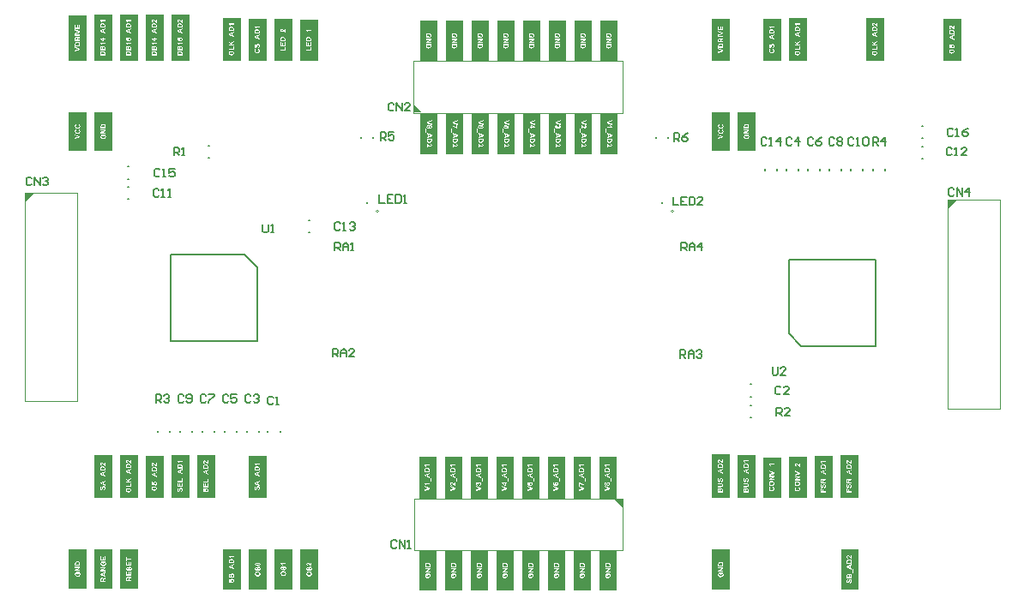
<source format=gto>
G04 Layer_Color=65535*
%FSLAX44Y44*%
%MOMM*%
G71*
G01*
G75*
%ADD24C,0.1016*%
%ADD25C,0.2000*%
%ADD26C,0.1000*%
%ADD27R,0.2016X0.2032*%
G36*
X574600Y100100D02*
X557600D01*
Y141100D01*
X574600D01*
Y100100D01*
D02*
G37*
G36*
X550100Y440200D02*
X533100D01*
Y481200D01*
X550100D01*
Y440200D01*
D02*
G37*
G36*
X102000Y532800D02*
X85000D01*
Y577811D01*
X102000D01*
Y532800D01*
D02*
G37*
G36*
X305200D02*
X288200D01*
Y573000D01*
X305200D01*
Y532800D01*
D02*
G37*
G36*
X864000Y532800D02*
X847000D01*
Y575216D01*
X864000D01*
Y532800D01*
D02*
G37*
G36*
X711600Y443800D02*
X694600D01*
Y481545D01*
X711600D01*
Y443800D01*
D02*
G37*
G36*
X473900Y532455D02*
X456900D01*
Y572200D01*
X473900D01*
Y532455D01*
D02*
G37*
G36*
X838600Y101000D02*
X821600D01*
Y142839D01*
X838600D01*
Y101000D01*
D02*
G37*
G36*
X813200Y101000D02*
X796200D01*
Y142034D01*
X813200D01*
Y101000D01*
D02*
G37*
G36*
X473900Y440200D02*
X456900D01*
Y481200D01*
X473900D01*
Y440200D01*
D02*
G37*
G36*
X711600Y10000D02*
X694600D01*
Y49745D01*
X711600D01*
Y10000D01*
D02*
G37*
G36*
X76600Y443800D02*
X59600D01*
Y481545D01*
X76600D01*
Y443800D01*
D02*
G37*
G36*
X737000Y443800D02*
X720000D01*
Y481545D01*
X737000D01*
Y443800D01*
D02*
G37*
G36*
X600900Y532455D02*
X583900D01*
Y572200D01*
X600900D01*
Y532455D01*
D02*
G37*
G36*
X600900Y440200D02*
X583900D01*
Y481200D01*
X600900D01*
Y440200D01*
D02*
G37*
G36*
X152800Y532800D02*
X135800D01*
Y578616D01*
X152800D01*
Y532800D01*
D02*
G37*
G36*
X523800Y100100D02*
X506800D01*
Y141100D01*
X523800D01*
Y100100D01*
D02*
G37*
G36*
X762400Y532800D02*
X745400D01*
Y574000D01*
X762400D01*
Y532800D01*
D02*
G37*
G36*
X279800Y10000D02*
X262800D01*
Y49745D01*
X279800D01*
Y10000D01*
D02*
G37*
G36*
X448500Y440200D02*
X431500D01*
Y481200D01*
X448500D01*
Y440200D01*
D02*
G37*
G36*
X279800Y532800D02*
X262800D01*
Y574000D01*
X279800D01*
Y532800D01*
D02*
G37*
G36*
X423100Y440200D02*
X406100D01*
Y481200D01*
X423100D01*
Y440200D01*
D02*
G37*
G36*
X447600Y9100D02*
X430600D01*
Y48845D01*
X447600D01*
Y9100D01*
D02*
G37*
G36*
X102000Y101000D02*
X85000D01*
Y143000D01*
X102000D01*
Y101000D01*
D02*
G37*
G36*
X76600Y11000D02*
X59600D01*
Y49745D01*
X76600D01*
Y11000D01*
D02*
G37*
G36*
X127400Y532800D02*
X110400D01*
Y577811D01*
X127400D01*
Y532800D01*
D02*
G37*
G36*
X448500Y532455D02*
X431500D01*
Y572200D01*
X448500D01*
Y532455D01*
D02*
G37*
G36*
X574600Y9100D02*
X557600D01*
Y48845D01*
X574600D01*
Y9100D01*
D02*
G37*
G36*
X499300Y532455D02*
X482300D01*
Y572200D01*
X499300D01*
Y532455D01*
D02*
G37*
G36*
X422200Y9100D02*
X405200D01*
Y48845D01*
X422200D01*
Y9100D01*
D02*
G37*
G36*
X549200Y100100D02*
X532200D01*
Y141100D01*
X549200D01*
Y100100D01*
D02*
G37*
G36*
X473000D02*
X456000D01*
Y141100D01*
X473000D01*
Y100100D01*
D02*
G37*
G36*
X940200Y532800D02*
X923200D01*
Y574000D01*
X940200D01*
Y532800D01*
D02*
G37*
G36*
X178200Y532800D02*
X161200D01*
Y578616D01*
X178200D01*
Y532800D01*
D02*
G37*
G36*
X76600D02*
X59600D01*
Y577000D01*
X76600D01*
Y532800D01*
D02*
G37*
G36*
X102000Y443800D02*
X85000D01*
Y481545D01*
X102000D01*
Y443800D01*
D02*
G37*
G36*
X524700Y532455D02*
X507700D01*
Y572200D01*
X524700D01*
Y532455D01*
D02*
G37*
G36*
X422200Y100100D02*
X405200D01*
Y141100D01*
X422200D01*
Y100100D01*
D02*
G37*
G36*
X254400Y532800D02*
X237400D01*
Y574000D01*
X254400D01*
Y532800D01*
D02*
G37*
G36*
X127400Y101000D02*
X110400D01*
Y143416D01*
X127400D01*
Y101000D01*
D02*
G37*
G36*
X839100Y10000D02*
X822100D01*
Y50245D01*
X839100D01*
Y10000D01*
D02*
G37*
G36*
X711600Y101000D02*
X694600D01*
Y143630D01*
X711600D01*
Y101000D01*
D02*
G37*
G36*
X447600Y100100D02*
X430600D01*
Y141100D01*
X447600D01*
Y100100D01*
D02*
G37*
G36*
X229000Y532800D02*
X212000D01*
Y574410D01*
X229000D01*
Y532800D01*
D02*
G37*
G36*
X498400Y9100D02*
X481400D01*
Y48845D01*
X498400D01*
Y9100D01*
D02*
G37*
G36*
X423100Y532455D02*
X406100D01*
Y572200D01*
X423100D01*
Y532455D01*
D02*
G37*
G36*
X575500Y440200D02*
X558500D01*
Y481200D01*
X575500D01*
Y440200D01*
D02*
G37*
G36*
X305200Y10000D02*
X288200D01*
Y49745D01*
X305200D01*
Y10000D01*
D02*
G37*
G36*
X600000Y100100D02*
X583000D01*
Y141100D01*
X600000D01*
Y100100D01*
D02*
G37*
G36*
X152800Y101000D02*
X135800D01*
Y142000D01*
X152800D01*
Y101000D01*
D02*
G37*
G36*
X549200Y9100D02*
X532200D01*
Y48845D01*
X549200D01*
Y9100D01*
D02*
G37*
G36*
X575500Y532455D02*
X558500D01*
Y572200D01*
X575500D01*
Y532455D01*
D02*
G37*
G36*
X499300Y440200D02*
X482300D01*
Y481200D01*
X499300D01*
Y440200D01*
D02*
G37*
G36*
X600000Y9100D02*
X583000D01*
Y48845D01*
X600000D01*
Y9100D01*
D02*
G37*
G36*
X523800D02*
X506800D01*
Y48845D01*
X523800D01*
Y9100D01*
D02*
G37*
G36*
X787800Y101000D02*
X770800D01*
Y141055D01*
X787800D01*
Y101000D01*
D02*
G37*
G36*
X498400Y100100D02*
X481400D01*
Y141100D01*
X498400D01*
Y100100D01*
D02*
G37*
G36*
X762400Y101000D02*
X745400D01*
Y140745D01*
X762400D01*
Y101000D01*
D02*
G37*
G36*
X203600D02*
X186600D01*
Y142721D01*
X203600D01*
Y101000D01*
D02*
G37*
G36*
X254400Y101000D02*
X237400D01*
Y142000D01*
X254400D01*
Y101000D01*
D02*
G37*
G36*
X787800Y532800D02*
X770800D01*
Y574410D01*
X787800D01*
Y532800D01*
D02*
G37*
G36*
X102000Y11000D02*
X85000D01*
Y49745D01*
X102000D01*
Y11000D01*
D02*
G37*
G36*
X606545Y90855D02*
X602100Y95300D01*
X597655Y99745D01*
X606545Y99745D01*
X606545Y90855D01*
D02*
G37*
G36*
X127400Y11000D02*
X110400D01*
Y49745D01*
X127400D01*
Y11000D01*
D02*
G37*
G36*
X473000Y9100D02*
X456000D01*
Y48845D01*
X473000D01*
Y9100D01*
D02*
G37*
G36*
X737000Y101000D02*
X720000D01*
Y142825D01*
X737000D01*
Y101000D01*
D02*
G37*
G36*
X550100Y532455D02*
X533100D01*
Y572200D01*
X550100D01*
Y532455D01*
D02*
G37*
G36*
X711600Y532800D02*
X694600D01*
Y574000D01*
X711600D01*
Y532800D01*
D02*
G37*
G36*
X254400Y10000D02*
X237400D01*
Y49745D01*
X254400D01*
Y10000D01*
D02*
G37*
G36*
X229000Y10000D02*
X212000D01*
Y50000D01*
X229000D01*
Y10000D01*
D02*
G37*
G36*
X524700Y440200D02*
X507700D01*
Y481200D01*
X524700D01*
Y440200D01*
D02*
G37*
G36*
X178200Y101000D02*
X161200D01*
Y142721D01*
X178200D01*
Y101000D01*
D02*
G37*
G36*
X404000Y486000D02*
X408445Y481555D01*
X399555Y481555D01*
X399555Y490445D01*
X404000Y486000D01*
D02*
G37*
G36*
X25445Y402445D02*
X21000Y398000D01*
X16555Y393555D01*
X16555Y402445D01*
X25445Y402445D01*
D02*
G37*
G36*
X936445Y395445D02*
X932000Y391000D01*
X927555Y386555D01*
X927555Y395445D01*
X936445Y395445D01*
D02*
G37*
%LPC*%
G36*
X567966Y133524D02*
X562822D01*
Y132726D01*
X562992Y132652D01*
X563147Y132556D01*
X563295Y132452D01*
X563413Y132349D01*
X563509Y132260D01*
X563583Y132179D01*
X563613Y132149D01*
X563635Y132127D01*
X563642Y132112D01*
X563650Y132105D01*
X563768Y131942D01*
X563871Y131787D01*
X563953Y131646D01*
X564012Y131521D01*
X564056Y131417D01*
X564093Y131343D01*
X564101Y131314D01*
X564108Y131292D01*
X564115Y131284D01*
Y131277D01*
X565002D01*
X564899Y131543D01*
X564788Y131779D01*
X564729Y131890D01*
X564662Y131994D01*
X564603Y132090D01*
X564544Y132179D01*
X564485Y132260D01*
X564433Y132334D01*
X564389Y132393D01*
X564345Y132445D01*
X564308Y132489D01*
X564285Y132519D01*
X564271Y132533D01*
X564263Y132541D01*
X567966D01*
Y133524D01*
D02*
G37*
G36*
X565564Y130360D02*
X565461D01*
X565202Y130353D01*
X564973Y130331D01*
X564862Y130323D01*
X564766Y130309D01*
X564670Y130294D01*
X564589Y130279D01*
X564515Y130257D01*
X564448Y130242D01*
X564389Y130227D01*
X564345Y130220D01*
X564308Y130205D01*
X564278Y130198D01*
X564263Y130190D01*
X564256D01*
X564078Y130124D01*
X563916Y130042D01*
X563775Y129961D01*
X563657Y129880D01*
X563561Y129813D01*
X563487Y129754D01*
X563443Y129717D01*
X563428Y129710D01*
Y129703D01*
X563310Y129577D01*
X563214Y129451D01*
X563132Y129318D01*
X563066Y129200D01*
X563014Y129096D01*
X562977Y129008D01*
X562970Y128978D01*
X562962Y128956D01*
X562955Y128941D01*
Y128934D01*
X562918Y128793D01*
X562896Y128638D01*
X562874Y128476D01*
X562866Y128320D01*
X562859Y128180D01*
X562851Y128121D01*
Y128062D01*
Y128017D01*
Y127988D01*
Y127966D01*
Y127958D01*
Y126081D01*
X567966D01*
Y128017D01*
X567959Y128217D01*
X567952Y128402D01*
X567937Y128557D01*
X567915Y128682D01*
X567892Y128786D01*
X567878Y128867D01*
X567870Y128890D01*
Y128912D01*
X567863Y128919D01*
Y128926D01*
X567804Y129089D01*
X567737Y129237D01*
X567671Y129355D01*
X567604Y129459D01*
X567545Y129540D01*
X567501Y129599D01*
X567471Y129636D01*
X567456Y129651D01*
X567316Y129776D01*
X567168Y129887D01*
X567013Y129983D01*
X566872Y130057D01*
X566739Y130117D01*
X566688Y130146D01*
X566643Y130161D01*
X566599Y130176D01*
X566569Y130190D01*
X566555Y130198D01*
X566547D01*
X566370Y130250D01*
X566185Y130294D01*
X566008Y130323D01*
X565838Y130338D01*
X565756Y130346D01*
X565682Y130353D01*
X565623D01*
X565564Y130360D01*
D02*
G37*
G36*
X562851Y112444D02*
Y111342D01*
X566636Y110093D01*
X562851Y108792D01*
Y107676D01*
X567966Y109509D01*
Y110625D01*
X562851Y112444D01*
D02*
G37*
G36*
X563628Y116102D02*
X562918D01*
Y112747D01*
X563827D01*
Y114972D01*
X564160Y114728D01*
X564507Y114513D01*
X564670Y114410D01*
X564840Y114321D01*
X564995Y114240D01*
X565143Y114166D01*
X565283Y114099D01*
X565409Y114040D01*
X565527Y113988D01*
X565623Y113944D01*
X565697Y113914D01*
X565756Y113892D01*
X565793Y113877D01*
X565808Y113870D01*
X566015Y113796D01*
X566215Y113730D01*
X566414Y113678D01*
X566606Y113626D01*
X566799Y113589D01*
X566976Y113552D01*
X567146Y113523D01*
X567301Y113501D01*
X567442Y113478D01*
X567575Y113464D01*
X567686Y113449D01*
X567782Y113441D01*
X567863D01*
X567922Y113434D01*
X567966D01*
Y114380D01*
X567708Y114388D01*
X567442Y114410D01*
X567183Y114447D01*
X567065Y114461D01*
X566946Y114484D01*
X566843Y114506D01*
X566739Y114528D01*
X566658Y114543D01*
X566584Y114558D01*
X566518Y114572D01*
X566473Y114587D01*
X566444Y114594D01*
X566436D01*
X566119Y114691D01*
X565816Y114794D01*
X565675Y114846D01*
X565542Y114905D01*
X565416Y114957D01*
X565298Y115008D01*
X565195Y115060D01*
X565098Y115105D01*
X565010Y115149D01*
X564943Y115178D01*
X564884Y115208D01*
X564847Y115230D01*
X564818Y115245D01*
X564810Y115252D01*
X564670Y115334D01*
X564537Y115415D01*
X564418Y115489D01*
X564300Y115563D01*
X564197Y115637D01*
X564101Y115711D01*
X564012Y115777D01*
X563931Y115836D01*
X563857Y115895D01*
X563798Y115947D01*
X563746Y115991D01*
X563702Y116028D01*
X563672Y116058D01*
X563650Y116080D01*
X563635Y116095D01*
X563628Y116102D01*
D02*
G37*
G36*
X567966Y125526D02*
X562851Y123472D01*
Y122378D01*
X567966Y120397D01*
Y121491D01*
X566806Y121912D01*
Y123967D01*
X567966Y124410D01*
Y125526D01*
D02*
G37*
G36*
X569378Y120434D02*
X568742D01*
Y116354D01*
X569378D01*
Y120434D01*
D02*
G37*
%LPD*%
G36*
X565623Y129289D02*
X565816Y129281D01*
X565971Y129259D01*
X566104Y129244D01*
X566215Y129222D01*
X566259Y129215D01*
X566288Y129200D01*
X566318Y129192D01*
X566340D01*
X566348Y129185D01*
X566355D01*
X566473Y129141D01*
X566577Y129104D01*
X566658Y129052D01*
X566725Y129015D01*
X566776Y128978D01*
X566813Y128949D01*
X566836Y128926D01*
X566843Y128919D01*
X566895Y128853D01*
X566939Y128786D01*
X566976Y128720D01*
X567006Y128653D01*
X567028Y128594D01*
X567042Y128549D01*
X567057Y128520D01*
Y128505D01*
X567072Y128424D01*
X567079Y128328D01*
X567094Y128224D01*
Y128121D01*
X567102Y128025D01*
Y127951D01*
Y127921D01*
Y127899D01*
Y127884D01*
Y127877D01*
Y127115D01*
X563716D01*
Y127574D01*
Y127685D01*
Y127788D01*
X563724Y127884D01*
Y127973D01*
X563731Y128047D01*
Y128113D01*
X563739Y128180D01*
Y128232D01*
X563753Y128313D01*
X563761Y128372D01*
X563768Y128409D01*
Y128416D01*
X563798Y128520D01*
X563835Y128609D01*
X563871Y128690D01*
X563916Y128764D01*
X563953Y128816D01*
X563982Y128860D01*
X564005Y128882D01*
X564012Y128890D01*
X564086Y128956D01*
X564167Y129015D01*
X564249Y129067D01*
X564322Y129111D01*
X564396Y129141D01*
X564455Y129163D01*
X564492Y129178D01*
X564500Y129185D01*
X564507D01*
X564640Y129222D01*
X564781Y129252D01*
X564936Y129266D01*
X565084Y129281D01*
X565209Y129289D01*
X565269Y129296D01*
X565416D01*
X565623Y129289D01*
D02*
G37*
G36*
X565941Y122222D02*
X564041Y122917D01*
X565941Y123634D01*
Y122222D01*
D02*
G37*
%LPC*%
G36*
X541079Y468993D02*
X540961Y468979D01*
X540850Y468949D01*
X540643Y468882D01*
X540465Y468801D01*
X540392Y468749D01*
X540318Y468705D01*
X540251Y468661D01*
X540199Y468616D01*
X540148Y468579D01*
X540111Y468542D01*
X540081Y468513D01*
X540059Y468491D01*
X540044Y468476D01*
X540037Y468469D01*
X539970Y468380D01*
X539904Y468284D01*
X539852Y468195D01*
X539808Y468092D01*
X539734Y467899D01*
X539689Y467722D01*
X539674Y467633D01*
X539660Y467559D01*
X539652Y467493D01*
X539645Y467434D01*
X539638Y467382D01*
Y467345D01*
Y467323D01*
Y467315D01*
X539645Y467182D01*
X539660Y467049D01*
X539682Y466931D01*
X539711Y466813D01*
X539748Y466709D01*
X539785Y466606D01*
X539830Y466510D01*
X539874Y466428D01*
X539918Y466355D01*
X539963Y466281D01*
X540000Y466229D01*
X540037Y466177D01*
X540066Y466140D01*
X540088Y466111D01*
X540103Y466096D01*
X540111Y466088D01*
X540199Y466000D01*
X540295Y465926D01*
X540392Y465859D01*
X540488Y465800D01*
X540591Y465756D01*
X540687Y465712D01*
X540864Y465652D01*
X540946Y465638D01*
X541027Y465623D01*
X541094Y465608D01*
X541153Y465601D01*
X541197Y465593D01*
X541264D01*
X541434Y465608D01*
X541581Y465638D01*
X541722Y465675D01*
X541833Y465726D01*
X541929Y465778D01*
X541995Y465815D01*
X542040Y465845D01*
X542054Y465859D01*
X542165Y465963D01*
X542262Y466081D01*
X542335Y466199D01*
X542394Y466310D01*
X542439Y466406D01*
X542461Y466488D01*
X542476Y466517D01*
Y466539D01*
X542483Y466554D01*
Y466562D01*
X542565Y466428D01*
X542646Y466318D01*
X542735Y466222D01*
X542823Y466133D01*
X542912Y466059D01*
X543001Y466000D01*
X543089Y465956D01*
X543171Y465911D01*
X543252Y465882D01*
X543326Y465859D01*
X543392Y465845D01*
X543451Y465837D01*
X543496Y465830D01*
X543533Y465822D01*
X543562D01*
X543651Y465830D01*
X543732Y465837D01*
X543895Y465882D01*
X544043Y465933D01*
X544169Y466000D01*
X544272Y466066D01*
X544346Y466125D01*
X544375Y466148D01*
X544398Y466170D01*
X544405Y466177D01*
X544412Y466185D01*
X544494Y466266D01*
X544568Y466362D01*
X544627Y466451D01*
X544678Y466547D01*
X544730Y466650D01*
X544767Y466746D01*
X544819Y466931D01*
X544841Y467012D01*
X544856Y467094D01*
X544863Y467160D01*
X544871Y467227D01*
X544878Y467279D01*
Y467315D01*
Y467338D01*
Y467345D01*
X544871Y467500D01*
X544856Y467641D01*
X544826Y467774D01*
X544797Y467885D01*
X544767Y467973D01*
X544738Y468047D01*
X544723Y468092D01*
X544715Y468099D01*
Y468106D01*
X544649Y468225D01*
X544575Y468335D01*
X544501Y468424D01*
X544435Y468498D01*
X544368Y468557D01*
X544316Y468602D01*
X544287Y468631D01*
X544272Y468638D01*
X544161Y468705D01*
X544043Y468764D01*
X543917Y468809D01*
X543799Y468853D01*
X543688Y468882D01*
X543607Y468905D01*
X543570Y468912D01*
X543548D01*
X543533Y468919D01*
X543525D01*
X543378Y468018D01*
X543496Y467995D01*
X543599Y467966D01*
X543688Y467936D01*
X543755Y467899D01*
X543814Y467862D01*
X543858Y467833D01*
X543880Y467811D01*
X543888Y467803D01*
X543947Y467737D01*
X543991Y467663D01*
X544021Y467589D01*
X544043Y467522D01*
X544058Y467463D01*
X544065Y467419D01*
Y467382D01*
Y467375D01*
X544058Y467286D01*
X544043Y467197D01*
X544013Y467131D01*
X543991Y467072D01*
X543961Y467020D01*
X543932Y466990D01*
X543917Y466968D01*
X543910Y466961D01*
X543851Y466909D01*
X543777Y466872D01*
X543710Y466842D01*
X543644Y466828D01*
X543585Y466813D01*
X543540Y466805D01*
X543496D01*
X543385Y466813D01*
X543289Y466835D01*
X543208Y466872D01*
X543141Y466909D01*
X543082Y466953D01*
X543045Y466983D01*
X543015Y467012D01*
X543008Y467020D01*
X542949Y467108D01*
X542905Y467205D01*
X542875Y467308D01*
X542853Y467404D01*
X542845Y467493D01*
X542838Y467567D01*
Y467596D01*
Y467618D01*
Y467626D01*
Y467633D01*
X542047Y467737D01*
X542069Y467641D01*
X542091Y467559D01*
X542106Y467478D01*
X542114Y467412D01*
X542121Y467360D01*
Y467323D01*
Y467293D01*
Y467286D01*
X542114Y467182D01*
X542084Y467094D01*
X542054Y467012D01*
X542010Y466939D01*
X541973Y466887D01*
X541936Y466842D01*
X541907Y466813D01*
X541899Y466805D01*
X541811Y466739D01*
X541715Y466687D01*
X541618Y466650D01*
X541522Y466621D01*
X541434Y466606D01*
X541367Y466599D01*
X541308D01*
X541168Y466606D01*
X541042Y466628D01*
X540931Y466665D01*
X540842Y466702D01*
X540776Y466746D01*
X540724Y466776D01*
X540687Y466805D01*
X540680Y466813D01*
X540606Y466894D01*
X540547Y466983D01*
X540510Y467064D01*
X540480Y467146D01*
X540465Y467219D01*
X540458Y467271D01*
X540451Y467308D01*
Y467323D01*
X540458Y467426D01*
X540480Y467515D01*
X540510Y467596D01*
X540547Y467670D01*
X540576Y467722D01*
X540606Y467766D01*
X540628Y467796D01*
X540635Y467803D01*
X540717Y467870D01*
X540805Y467929D01*
X540901Y467966D01*
X540990Y468003D01*
X541072Y468025D01*
X541138Y468040D01*
X541182Y468047D01*
X541197D01*
X541079Y468993D01*
D02*
G37*
G36*
X544849Y474027D02*
X539734Y472194D01*
Y471078D01*
X544849Y469259D01*
Y470361D01*
X541064Y471610D01*
X544849Y472911D01*
Y474027D01*
D02*
G37*
G36*
X539734Y461306D02*
Y460212D01*
X540894Y459791D01*
Y457736D01*
X539734Y457293D01*
Y456177D01*
X544849Y458231D01*
Y459325D01*
X539734Y461306D01*
D02*
G37*
G36*
X538957Y465349D02*
X538322D01*
Y461269D01*
X538957D01*
Y465349D01*
D02*
G37*
G36*
X539756Y450811D02*
X539734D01*
Y447374D01*
X540643D01*
Y449325D01*
X540739Y449266D01*
X540820Y449199D01*
X540857Y449170D01*
X540887Y449147D01*
X540901Y449133D01*
X540909Y449125D01*
X540938Y449096D01*
X540975Y449066D01*
X541057Y448977D01*
X541153Y448881D01*
X541249Y448785D01*
X541338Y448689D01*
X541412Y448608D01*
X541441Y448578D01*
X541463Y448556D01*
X541471Y448541D01*
X541478Y448534D01*
X541633Y448371D01*
X541759Y448238D01*
X541877Y448127D01*
X541966Y448039D01*
X542040Y447972D01*
X542091Y447928D01*
X542128Y447898D01*
X542136Y447891D01*
X542262Y447795D01*
X542380Y447714D01*
X542491Y447647D01*
X542587Y447595D01*
X542668Y447551D01*
X542735Y447521D01*
X542771Y447506D01*
X542786Y447499D01*
X542905Y447455D01*
X543023Y447425D01*
X543134Y447403D01*
X543237Y447388D01*
X543318Y447381D01*
X543385Y447374D01*
X543444D01*
X543555Y447381D01*
X543666Y447396D01*
X543769Y447410D01*
X543865Y447440D01*
X544035Y447514D01*
X544183Y447588D01*
X544250Y447632D01*
X544301Y447669D01*
X544353Y447706D01*
X544390Y447743D01*
X544420Y447773D01*
X544449Y447787D01*
X544457Y447802D01*
X544464Y447810D01*
X544538Y447891D01*
X544605Y447987D01*
X544656Y448076D01*
X544701Y448179D01*
X544775Y448371D01*
X544826Y448563D01*
X544841Y448652D01*
X544856Y448733D01*
X544863Y448807D01*
X544871Y448874D01*
X544878Y448926D01*
Y448963D01*
Y448992D01*
Y449000D01*
X544871Y449125D01*
X544863Y449244D01*
X544826Y449473D01*
X544767Y449665D01*
X544738Y449753D01*
X544701Y449835D01*
X544671Y449909D01*
X544634Y449968D01*
X544605Y450027D01*
X544582Y450071D01*
X544553Y450108D01*
X544538Y450131D01*
X544531Y450145D01*
X544523Y450153D01*
X544449Y450234D01*
X544375Y450308D01*
X544287Y450374D01*
X544191Y450434D01*
X543998Y450522D01*
X543814Y450596D01*
X543718Y450618D01*
X543636Y450640D01*
X543562Y450663D01*
X543496Y450670D01*
X543437Y450685D01*
X543400D01*
X543370Y450692D01*
X543363D01*
X543267Y449717D01*
X543415Y449702D01*
X543540Y449672D01*
X543651Y449643D01*
X543732Y449606D01*
X543799Y449576D01*
X543843Y449547D01*
X543873Y449524D01*
X543880Y449517D01*
X543939Y449443D01*
X543984Y449362D01*
X544021Y449281D01*
X544043Y449199D01*
X544058Y449133D01*
X544065Y449073D01*
Y449036D01*
Y449022D01*
X544058Y448911D01*
X544035Y448815D01*
X544006Y448733D01*
X543976Y448660D01*
X543947Y448608D01*
X543917Y448563D01*
X543895Y448541D01*
X543888Y448534D01*
X543814Y448475D01*
X543732Y448430D01*
X543651Y448401D01*
X543570Y448379D01*
X543496Y448364D01*
X543429Y448357D01*
X543378D01*
X543267Y448364D01*
X543163Y448386D01*
X543060Y448423D01*
X542971Y448460D01*
X542890Y448497D01*
X542831Y448534D01*
X542794Y448556D01*
X542779Y448563D01*
X542735Y448593D01*
X542683Y448637D01*
X542616Y448697D01*
X542557Y448756D01*
X542417Y448889D01*
X542276Y449022D01*
X542143Y449155D01*
X542084Y449214D01*
X542040Y449273D01*
X541995Y449317D01*
X541966Y449347D01*
X541944Y449369D01*
X541936Y449376D01*
X541796Y449524D01*
X541663Y449657D01*
X541537Y449783D01*
X541426Y449894D01*
X541315Y449997D01*
X541212Y450086D01*
X541123Y450167D01*
X541035Y450234D01*
X540961Y450293D01*
X540894Y450345D01*
X540842Y450389D01*
X540791Y450419D01*
X540761Y450448D01*
X540732Y450463D01*
X540717Y450478D01*
X540709D01*
X540539Y450574D01*
X540362Y450648D01*
X540199Y450707D01*
X540051Y450751D01*
X539918Y450781D01*
X539867Y450788D01*
X539822Y450796D01*
X539785Y450803D01*
X539756Y450811D01*
D02*
G37*
G36*
X544849Y455622D02*
X539734D01*
Y453686D01*
X539741Y453486D01*
X539748Y453301D01*
X539763Y453146D01*
X539785Y453021D01*
X539808Y452917D01*
X539822Y452836D01*
X539830Y452813D01*
Y452791D01*
X539837Y452784D01*
Y452777D01*
X539896Y452614D01*
X539963Y452466D01*
X540029Y452348D01*
X540096Y452244D01*
X540155Y452163D01*
X540199Y452104D01*
X540229Y452067D01*
X540244Y452052D01*
X540384Y451927D01*
X540532Y451816D01*
X540687Y451720D01*
X540828Y451646D01*
X540961Y451587D01*
X541012Y451557D01*
X541057Y451542D01*
X541101Y451527D01*
X541131Y451513D01*
X541145Y451505D01*
X541153D01*
X541330Y451454D01*
X541515Y451409D01*
X541692Y451380D01*
X541862Y451365D01*
X541944Y451357D01*
X542018Y451350D01*
X542077D01*
X542136Y451343D01*
X542239D01*
X542498Y451350D01*
X542727Y451372D01*
X542838Y451380D01*
X542934Y451394D01*
X543030Y451409D01*
X543111Y451424D01*
X543185Y451446D01*
X543252Y451461D01*
X543311Y451476D01*
X543355Y451483D01*
X543392Y451498D01*
X543422Y451505D01*
X543437Y451513D01*
X543444D01*
X543621Y451579D01*
X543784Y451660D01*
X543925Y451742D01*
X544043Y451823D01*
X544139Y451890D01*
X544213Y451949D01*
X544257Y451986D01*
X544272Y451993D01*
Y452001D01*
X544390Y452126D01*
X544486Y452252D01*
X544568Y452385D01*
X544634Y452503D01*
X544686Y452607D01*
X544723Y452695D01*
X544730Y452725D01*
X544738Y452747D01*
X544745Y452762D01*
Y452769D01*
X544782Y452910D01*
X544804Y453065D01*
X544826Y453228D01*
X544834Y453383D01*
X544841Y453523D01*
X544849Y453582D01*
Y453641D01*
Y453686D01*
Y453715D01*
Y453737D01*
Y453745D01*
Y455622D01*
D02*
G37*
%LPD*%
G36*
X543658Y458786D02*
X541759Y458069D01*
Y459481D01*
X543658Y458786D01*
D02*
G37*
G36*
X543984Y454129D02*
Y454018D01*
Y453915D01*
X543976Y453819D01*
Y453730D01*
X543969Y453656D01*
Y453590D01*
X543961Y453523D01*
Y453471D01*
X543947Y453390D01*
X543939Y453331D01*
X543932Y453294D01*
Y453287D01*
X543902Y453183D01*
X543865Y453094D01*
X543829Y453013D01*
X543784Y452939D01*
X543747Y452887D01*
X543718Y452843D01*
X543695Y452821D01*
X543688Y452813D01*
X543614Y452747D01*
X543533Y452688D01*
X543451Y452636D01*
X543378Y452592D01*
X543304Y452562D01*
X543245Y452540D01*
X543208Y452525D01*
X543200Y452518D01*
X543193D01*
X543060Y452481D01*
X542919Y452451D01*
X542764Y452437D01*
X542616Y452422D01*
X542491Y452414D01*
X542431Y452407D01*
X542284D01*
X542077Y452414D01*
X541884Y452422D01*
X541729Y452444D01*
X541596Y452459D01*
X541485Y452481D01*
X541441Y452488D01*
X541412Y452503D01*
X541382Y452510D01*
X541360D01*
X541352Y452518D01*
X541345D01*
X541227Y452562D01*
X541123Y452599D01*
X541042Y452651D01*
X540975Y452688D01*
X540924Y452725D01*
X540887Y452754D01*
X540864Y452777D01*
X540857Y452784D01*
X540805Y452850D01*
X540761Y452917D01*
X540724Y452984D01*
X540695Y453050D01*
X540672Y453109D01*
X540658Y453154D01*
X540643Y453183D01*
Y453198D01*
X540628Y453279D01*
X540621Y453375D01*
X540606Y453479D01*
Y453582D01*
X540598Y453678D01*
Y453752D01*
Y453782D01*
Y453804D01*
Y453819D01*
Y453826D01*
Y454588D01*
X543984D01*
Y454129D01*
D02*
G37*
%LPC*%
G36*
X92964Y542160D02*
X92861D01*
X92602Y542152D01*
X92373Y542130D01*
X92262Y542123D01*
X92166Y542108D01*
X92070Y542093D01*
X91988Y542078D01*
X91915Y542056D01*
X91848Y542041D01*
X91789Y542027D01*
X91744Y542019D01*
X91708Y542004D01*
X91678Y541997D01*
X91663Y541990D01*
X91656D01*
X91478Y541923D01*
X91316Y541842D01*
X91175Y541760D01*
X91057Y541679D01*
X90961Y541613D01*
X90887Y541553D01*
X90843Y541517D01*
X90828Y541509D01*
Y541502D01*
X90710Y541376D01*
X90614Y541250D01*
X90532Y541117D01*
X90466Y540999D01*
X90414Y540896D01*
X90377Y540807D01*
X90370Y540777D01*
X90362Y540755D01*
X90355Y540741D01*
Y540733D01*
X90318Y540593D01*
X90296Y540437D01*
X90274Y540275D01*
X90266Y540120D01*
X90259Y539979D01*
X90252Y539920D01*
Y539861D01*
Y539817D01*
Y539787D01*
Y539765D01*
Y539757D01*
Y537880D01*
X95366D01*
Y539817D01*
X95359Y540016D01*
X95351Y540201D01*
X95337Y540356D01*
X95315Y540482D01*
X95292Y540585D01*
X95278Y540667D01*
X95270Y540689D01*
Y540711D01*
X95263Y540718D01*
Y540726D01*
X95204Y540888D01*
X95137Y541036D01*
X95071Y541154D01*
X95004Y541258D01*
X94945Y541339D01*
X94901Y541398D01*
X94871Y541435D01*
X94856Y541450D01*
X94716Y541576D01*
X94568Y541687D01*
X94413Y541783D01*
X94272Y541857D01*
X94139Y541916D01*
X94088Y541945D01*
X94043Y541960D01*
X93999Y541975D01*
X93969Y541990D01*
X93954Y541997D01*
X93947D01*
X93770Y542049D01*
X93585Y542093D01*
X93408Y542123D01*
X93238Y542137D01*
X93156Y542145D01*
X93082Y542152D01*
X93023D01*
X92964Y542160D01*
D02*
G37*
G36*
X94339Y555464D02*
X93482D01*
Y554828D01*
X90229D01*
Y554001D01*
X93489Y551783D01*
X94339D01*
Y553882D01*
X95366D01*
Y554828D01*
X94339D01*
Y555464D01*
D02*
G37*
G36*
X95366Y550482D02*
X90222D01*
Y549684D01*
X90392Y549610D01*
X90547Y549514D01*
X90695Y549411D01*
X90813Y549307D01*
X90909Y549218D01*
X90983Y549137D01*
X91013Y549108D01*
X91035Y549085D01*
X91042Y549071D01*
X91050Y549063D01*
X91168Y548901D01*
X91271Y548745D01*
X91353Y548605D01*
X91412Y548479D01*
X91456Y548376D01*
X91493Y548302D01*
X91501Y548272D01*
X91508Y548250D01*
X91515Y548243D01*
Y548235D01*
X92402D01*
X92299Y548501D01*
X92188Y548738D01*
X92129Y548849D01*
X92062Y548952D01*
X92003Y549048D01*
X91944Y549137D01*
X91885Y549218D01*
X91833Y549292D01*
X91789Y549352D01*
X91744Y549403D01*
X91708Y549448D01*
X91685Y549477D01*
X91671Y549492D01*
X91663Y549499D01*
X95366D01*
Y550482D01*
D02*
G37*
G36*
X93947Y547319D02*
X93888D01*
X93725Y547311D01*
X93578Y547282D01*
X93452Y547238D01*
X93334Y547193D01*
X93245Y547149D01*
X93179Y547104D01*
X93134Y547075D01*
X93119Y547067D01*
X93001Y546964D01*
X92905Y546853D01*
X92824Y546727D01*
X92765Y546617D01*
X92713Y546513D01*
X92676Y546424D01*
X92668Y546395D01*
X92661Y546373D01*
X92654Y546358D01*
Y546351D01*
X92587Y546469D01*
X92521Y546572D01*
X92439Y546661D01*
X92373Y546735D01*
X92306Y546787D01*
X92254Y546831D01*
X92218Y546861D01*
X92203Y546868D01*
X92085Y546935D01*
X91974Y546986D01*
X91863Y547016D01*
X91759Y547045D01*
X91671Y547060D01*
X91604Y547067D01*
X91545D01*
X91427Y547060D01*
X91308Y547045D01*
X91212Y547016D01*
X91124Y546986D01*
X91050Y546957D01*
X90991Y546927D01*
X90961Y546912D01*
X90946Y546905D01*
X90850Y546846D01*
X90769Y546779D01*
X90695Y546713D01*
X90628Y546654D01*
X90584Y546595D01*
X90547Y546550D01*
X90525Y546521D01*
X90518Y546513D01*
X90458Y546424D01*
X90414Y546328D01*
X90377Y546240D01*
X90347Y546158D01*
X90325Y546085D01*
X90311Y546033D01*
X90303Y545996D01*
Y545981D01*
X90288Y545855D01*
X90274Y545715D01*
X90266Y545567D01*
X90259Y545419D01*
X90252Y545286D01*
Y545227D01*
Y545175D01*
Y545138D01*
Y545109D01*
Y545087D01*
Y545079D01*
Y543039D01*
X95366D01*
Y544776D01*
Y544954D01*
Y545109D01*
Y545257D01*
X95359Y545382D01*
Y545500D01*
Y545604D01*
X95351Y545693D01*
Y545767D01*
Y545833D01*
X95344Y545885D01*
Y545929D01*
Y545959D01*
X95337Y545988D01*
Y546003D01*
Y546018D01*
X95315Y546166D01*
X95278Y546299D01*
X95241Y546417D01*
X95196Y546521D01*
X95159Y546602D01*
X95122Y546661D01*
X95100Y546698D01*
X95093Y546713D01*
X95012Y546816D01*
X94923Y546898D01*
X94841Y546979D01*
X94753Y547038D01*
X94679Y547090D01*
X94620Y547127D01*
X94583Y547149D01*
X94568Y547156D01*
X94442Y547208D01*
X94324Y547252D01*
X94206Y547282D01*
X94102Y547297D01*
X94014Y547311D01*
X93947Y547319D01*
D02*
G37*
G36*
X92964Y569567D02*
X92861D01*
X92602Y569560D01*
X92373Y569537D01*
X92262Y569530D01*
X92166Y569515D01*
X92070Y569500D01*
X91988Y569486D01*
X91915Y569464D01*
X91848Y569449D01*
X91789Y569434D01*
X91744Y569426D01*
X91708Y569412D01*
X91678Y569404D01*
X91663Y569397D01*
X91656D01*
X91478Y569330D01*
X91316Y569249D01*
X91175Y569168D01*
X91057Y569086D01*
X90961Y569020D01*
X90887Y568961D01*
X90843Y568924D01*
X90828Y568917D01*
Y568909D01*
X90710Y568783D01*
X90614Y568658D01*
X90532Y568525D01*
X90466Y568406D01*
X90414Y568303D01*
X90377Y568214D01*
X90370Y568185D01*
X90362Y568163D01*
X90355Y568148D01*
Y568140D01*
X90318Y568000D01*
X90296Y567845D01*
X90274Y567682D01*
X90266Y567527D01*
X90259Y567387D01*
X90252Y567327D01*
Y567268D01*
Y567224D01*
Y567194D01*
Y567172D01*
Y567165D01*
Y565287D01*
X95366D01*
Y567224D01*
X95359Y567423D01*
X95351Y567608D01*
X95337Y567763D01*
X95315Y567889D01*
X95292Y567993D01*
X95278Y568074D01*
X95270Y568096D01*
Y568118D01*
X95263Y568126D01*
Y568133D01*
X95204Y568296D01*
X95137Y568443D01*
X95071Y568562D01*
X95004Y568665D01*
X94945Y568746D01*
X94901Y568806D01*
X94871Y568843D01*
X94856Y568857D01*
X94716Y568983D01*
X94568Y569094D01*
X94413Y569190D01*
X94272Y569264D01*
X94139Y569323D01*
X94088Y569353D01*
X94043Y569367D01*
X93999Y569382D01*
X93969Y569397D01*
X93954Y569404D01*
X93947D01*
X93770Y569456D01*
X93585Y569500D01*
X93408Y569530D01*
X93238Y569545D01*
X93156Y569552D01*
X93082Y569560D01*
X93023D01*
X92964Y569567D01*
D02*
G37*
G36*
X95366Y564733D02*
X90252Y562678D01*
Y561584D01*
X95366Y559603D01*
Y560697D01*
X94206Y561119D01*
Y563173D01*
X95366Y563617D01*
Y564733D01*
D02*
G37*
G36*
X96778Y559640D02*
X96142D01*
Y555560D01*
X96778D01*
Y559640D01*
D02*
G37*
G36*
X95366Y572730D02*
X90222D01*
Y571932D01*
X90392Y571858D01*
X90547Y571762D01*
X90695Y571659D01*
X90813Y571555D01*
X90909Y571466D01*
X90983Y571385D01*
X91013Y571356D01*
X91035Y571334D01*
X91042Y571319D01*
X91050Y571311D01*
X91168Y571149D01*
X91271Y570993D01*
X91353Y570853D01*
X91412Y570727D01*
X91456Y570624D01*
X91493Y570550D01*
X91501Y570520D01*
X91508Y570498D01*
X91515Y570491D01*
Y570484D01*
X92402D01*
X92299Y570750D01*
X92188Y570986D01*
X92129Y571097D01*
X92062Y571200D01*
X92003Y571297D01*
X91944Y571385D01*
X91885Y571466D01*
X91833Y571540D01*
X91789Y571600D01*
X91744Y571651D01*
X91708Y571696D01*
X91685Y571725D01*
X91671Y571740D01*
X91663Y571747D01*
X95366D01*
Y572730D01*
D02*
G37*
%LPD*%
G36*
X93023Y541088D02*
X93215Y541081D01*
X93371Y541058D01*
X93504Y541044D01*
X93615Y541021D01*
X93659Y541014D01*
X93688Y540999D01*
X93718Y540992D01*
X93740D01*
X93748Y540984D01*
X93755D01*
X93873Y540940D01*
X93977Y540903D01*
X94058Y540851D01*
X94125Y540814D01*
X94176Y540777D01*
X94213Y540748D01*
X94235Y540726D01*
X94243Y540718D01*
X94295Y540652D01*
X94339Y540585D01*
X94376Y540519D01*
X94405Y540452D01*
X94428Y540393D01*
X94442Y540349D01*
X94457Y540319D01*
Y540304D01*
X94472Y540223D01*
X94479Y540127D01*
X94494Y540023D01*
Y539920D01*
X94501Y539824D01*
Y539750D01*
Y539720D01*
Y539698D01*
Y539683D01*
Y539676D01*
Y538915D01*
X91116D01*
Y539373D01*
Y539484D01*
Y539587D01*
X91124Y539683D01*
Y539772D01*
X91131Y539846D01*
Y539913D01*
X91138Y539979D01*
Y540031D01*
X91153Y540112D01*
X91161Y540171D01*
X91168Y540208D01*
Y540216D01*
X91198Y540319D01*
X91235Y540408D01*
X91271Y540489D01*
X91316Y540563D01*
X91353Y540615D01*
X91382Y540659D01*
X91404Y540681D01*
X91412Y540689D01*
X91486Y540755D01*
X91567Y540814D01*
X91648Y540866D01*
X91722Y540910D01*
X91796Y540940D01*
X91855Y540962D01*
X91892Y540977D01*
X91900Y540984D01*
X91907D01*
X92040Y541021D01*
X92181Y541051D01*
X92336Y541066D01*
X92484Y541081D01*
X92609Y541088D01*
X92668Y541095D01*
X92816D01*
X93023Y541088D01*
D02*
G37*
G36*
X93482Y552692D02*
X91722Y553882D01*
X93482D01*
Y552692D01*
D02*
G37*
G36*
X93932Y546247D02*
X94021Y546232D01*
X94095Y546210D01*
X94154Y546180D01*
X94206Y546151D01*
X94243Y546129D01*
X94265Y546114D01*
X94272Y546107D01*
X94324Y546048D01*
X94368Y545988D01*
X94405Y545922D01*
X94435Y545863D01*
X94450Y545811D01*
X94465Y545767D01*
X94472Y545737D01*
Y545730D01*
X94479Y545700D01*
Y545656D01*
X94487Y545560D01*
X94494Y545441D01*
Y545323D01*
X94501Y545212D01*
Y545116D01*
Y545079D01*
Y545050D01*
Y545035D01*
Y545028D01*
Y544074D01*
X93134D01*
Y544902D01*
Y545028D01*
Y545146D01*
X93141Y545249D01*
X93149Y545338D01*
Y545427D01*
X93156Y545500D01*
X93164Y545567D01*
X93171Y545619D01*
X93179Y545671D01*
X93186Y545708D01*
X93193Y545767D01*
X93208Y545804D01*
Y545811D01*
X93238Y545885D01*
X93274Y545951D01*
X93312Y546011D01*
X93356Y546055D01*
X93385Y546092D01*
X93415Y546114D01*
X93437Y546129D01*
X93444Y546136D01*
X93511Y546173D01*
X93578Y546203D01*
X93637Y546225D01*
X93703Y546240D01*
X93755Y546247D01*
X93799Y546255D01*
X93836D01*
X93932Y546247D01*
D02*
G37*
G36*
X91774Y546055D02*
X91855Y546040D01*
X91922Y546011D01*
X91981Y545988D01*
X92033Y545959D01*
X92062Y545929D01*
X92085Y545914D01*
X92092Y545907D01*
X92144Y545848D01*
X92181Y545781D01*
X92210Y545715D01*
X92232Y545648D01*
X92254Y545582D01*
X92262Y545537D01*
X92269Y545508D01*
Y545493D01*
Y545464D01*
X92277Y545419D01*
Y545368D01*
Y545316D01*
Y545190D01*
X92284Y545064D01*
Y544946D01*
Y544887D01*
Y544843D01*
Y544806D01*
Y544776D01*
Y544754D01*
Y544747D01*
Y544074D01*
X91102D01*
Y544658D01*
Y544791D01*
Y544909D01*
Y545013D01*
Y545101D01*
X91109Y545183D01*
Y545257D01*
Y545323D01*
Y545375D01*
X91116Y545419D01*
Y545449D01*
Y545500D01*
X91124Y545530D01*
Y545537D01*
X91138Y545626D01*
X91161Y545708D01*
X91190Y545774D01*
X91220Y545833D01*
X91249Y545870D01*
X91279Y545907D01*
X91294Y545922D01*
X91301Y545929D01*
X91360Y545974D01*
X91427Y546003D01*
X91486Y546033D01*
X91545Y546048D01*
X91604Y546055D01*
X91648Y546062D01*
X91685D01*
X91774Y546055D01*
D02*
G37*
G36*
X93023Y568495D02*
X93215Y568488D01*
X93371Y568466D01*
X93504Y568451D01*
X93615Y568429D01*
X93659Y568421D01*
X93688Y568406D01*
X93718Y568399D01*
X93740D01*
X93748Y568392D01*
X93755D01*
X93873Y568347D01*
X93977Y568310D01*
X94058Y568259D01*
X94125Y568222D01*
X94176Y568185D01*
X94213Y568155D01*
X94235Y568133D01*
X94243Y568126D01*
X94295Y568059D01*
X94339Y567993D01*
X94376Y567926D01*
X94405Y567859D01*
X94428Y567800D01*
X94442Y567756D01*
X94457Y567727D01*
Y567712D01*
X94472Y567630D01*
X94479Y567534D01*
X94494Y567431D01*
Y567327D01*
X94501Y567231D01*
Y567157D01*
Y567128D01*
Y567106D01*
Y567091D01*
Y567083D01*
Y566322D01*
X91116D01*
Y566780D01*
Y566891D01*
Y566995D01*
X91124Y567091D01*
Y567179D01*
X91131Y567253D01*
Y567320D01*
X91138Y567387D01*
Y567438D01*
X91153Y567519D01*
X91161Y567579D01*
X91168Y567616D01*
Y567623D01*
X91198Y567727D01*
X91235Y567815D01*
X91271Y567896D01*
X91316Y567970D01*
X91353Y568022D01*
X91382Y568066D01*
X91404Y568089D01*
X91412Y568096D01*
X91486Y568163D01*
X91567Y568222D01*
X91648Y568273D01*
X91722Y568318D01*
X91796Y568347D01*
X91855Y568369D01*
X91892Y568384D01*
X91900Y568392D01*
X91907D01*
X92040Y568429D01*
X92181Y568458D01*
X92336Y568473D01*
X92484Y568488D01*
X92609Y568495D01*
X92668Y568503D01*
X92816D01*
X93023Y568495D01*
D02*
G37*
G36*
X93341Y561429D02*
X91441Y562124D01*
X93341Y562841D01*
Y561429D01*
D02*
G37*
%LPC*%
G36*
X298566Y550867D02*
X297701D01*
Y548014D01*
X296312D01*
Y550579D01*
X295447D01*
Y548014D01*
X294316D01*
Y550771D01*
X293451D01*
Y546979D01*
X298566D01*
Y550867D01*
D02*
G37*
G36*
X296164Y556026D02*
X296061D01*
X295802Y556019D01*
X295573Y555997D01*
X295462Y555990D01*
X295366Y555975D01*
X295270Y555960D01*
X295188Y555945D01*
X295114Y555923D01*
X295048Y555908D01*
X294989Y555894D01*
X294944Y555886D01*
X294908Y555871D01*
X294878Y555864D01*
X294863Y555857D01*
X294856D01*
X294678Y555790D01*
X294516Y555709D01*
X294375Y555627D01*
X294257Y555546D01*
X294161Y555480D01*
X294087Y555420D01*
X294043Y555383D01*
X294028Y555376D01*
Y555369D01*
X293910Y555243D01*
X293814Y555117D01*
X293732Y554984D01*
X293666Y554866D01*
X293614Y554763D01*
X293577Y554674D01*
X293570Y554644D01*
X293562Y554622D01*
X293555Y554607D01*
Y554600D01*
X293518Y554460D01*
X293496Y554304D01*
X293474Y554142D01*
X293466Y553987D01*
X293459Y553846D01*
X293451Y553787D01*
Y553728D01*
Y553684D01*
Y553654D01*
Y553632D01*
Y553624D01*
Y551747D01*
X298566D01*
Y553684D01*
X298559Y553883D01*
X298552Y554068D01*
X298537Y554223D01*
X298515Y554349D01*
X298492Y554452D01*
X298478Y554534D01*
X298470Y554556D01*
Y554578D01*
X298463Y554585D01*
Y554593D01*
X298404Y554755D01*
X298337Y554903D01*
X298271Y555021D01*
X298204Y555125D01*
X298145Y555206D01*
X298101Y555265D01*
X298071Y555302D01*
X298056Y555317D01*
X297916Y555443D01*
X297768Y555554D01*
X297613Y555650D01*
X297472Y555723D01*
X297339Y555783D01*
X297288Y555812D01*
X297243Y555827D01*
X297199Y555842D01*
X297169Y555857D01*
X297155Y555864D01*
X297147D01*
X296970Y555916D01*
X296785Y555960D01*
X296608Y555990D01*
X296438Y556004D01*
X296356Y556012D01*
X296282Y556019D01*
X296223D01*
X296164Y556026D01*
D02*
G37*
G36*
X298566Y563167D02*
X293422D01*
Y562368D01*
X293592Y562295D01*
X293747Y562198D01*
X293895Y562095D01*
X294013Y561991D01*
X294109Y561903D01*
X294183Y561821D01*
X294213Y561792D01*
X294235Y561770D01*
X294242Y561755D01*
X294250Y561748D01*
X294368Y561585D01*
X294471Y561430D01*
X294553Y561289D01*
X294612Y561164D01*
X294656Y561060D01*
X294693Y560986D01*
X294701Y560957D01*
X294708Y560934D01*
X294715Y560927D01*
Y560920D01*
X295602D01*
X295499Y561186D01*
X295388Y561422D01*
X295329Y561533D01*
X295262Y561637D01*
X295203Y561733D01*
X295144Y561821D01*
X295085Y561903D01*
X295033Y561977D01*
X294989Y562036D01*
X294944Y562088D01*
X294908Y562132D01*
X294885Y562161D01*
X294871Y562176D01*
X294863Y562184D01*
X298566D01*
Y563167D01*
D02*
G37*
G36*
X299978Y560395D02*
X299342D01*
Y556315D01*
X299978D01*
Y560395D01*
D02*
G37*
G36*
X298566Y546240D02*
X297701D01*
Y543668D01*
X293488D01*
Y542633D01*
X298566D01*
Y546240D01*
D02*
G37*
%LPD*%
G36*
X296223Y554955D02*
X296415Y554947D01*
X296571Y554925D01*
X296704Y554910D01*
X296814Y554888D01*
X296859Y554881D01*
X296889Y554866D01*
X296918Y554859D01*
X296940D01*
X296948Y554851D01*
X296955D01*
X297073Y554807D01*
X297177Y554770D01*
X297258Y554718D01*
X297325Y554681D01*
X297376Y554644D01*
X297413Y554615D01*
X297435Y554593D01*
X297443Y554585D01*
X297495Y554519D01*
X297539Y554452D01*
X297576Y554386D01*
X297605Y554319D01*
X297628Y554260D01*
X297642Y554216D01*
X297657Y554186D01*
Y554171D01*
X297672Y554090D01*
X297679Y553994D01*
X297694Y553890D01*
Y553787D01*
X297701Y553691D01*
Y553617D01*
Y553587D01*
Y553565D01*
Y553550D01*
Y553543D01*
Y552782D01*
X294316D01*
Y553240D01*
Y553351D01*
Y553454D01*
X294324Y553550D01*
Y553639D01*
X294331Y553713D01*
Y553780D01*
X294338Y553846D01*
Y553898D01*
X294353Y553979D01*
X294361Y554038D01*
X294368Y554075D01*
Y554083D01*
X294398Y554186D01*
X294435Y554275D01*
X294471Y554356D01*
X294516Y554430D01*
X294553Y554482D01*
X294582Y554526D01*
X294604Y554548D01*
X294612Y554556D01*
X294686Y554622D01*
X294767Y554681D01*
X294848Y554733D01*
X294922Y554777D01*
X294996Y554807D01*
X295055Y554829D01*
X295092Y554844D01*
X295100Y554851D01*
X295107D01*
X295240Y554888D01*
X295381Y554918D01*
X295536Y554933D01*
X295684Y554947D01*
X295809Y554955D01*
X295868Y554962D01*
X296016D01*
X296223Y554955D01*
D02*
G37*
%LPC*%
G36*
X857400Y570136D02*
X856490D01*
Y568185D01*
X856394Y568244D01*
X856313Y568310D01*
X856276Y568340D01*
X856246Y568362D01*
X856232Y568377D01*
X856224Y568384D01*
X856195Y568414D01*
X856158Y568443D01*
X856077Y568532D01*
X855980Y568628D01*
X855884Y568724D01*
X855796Y568820D01*
X855722Y568902D01*
X855692Y568931D01*
X855670Y568953D01*
X855663Y568968D01*
X855655Y568976D01*
X855500Y569138D01*
X855374Y569271D01*
X855256Y569382D01*
X855167Y569471D01*
X855094Y569537D01*
X855042Y569582D01*
X855005Y569611D01*
X854997Y569619D01*
X854872Y569715D01*
X854753Y569796D01*
X854643Y569863D01*
X854547Y569914D01*
X854465Y569959D01*
X854399Y569988D01*
X854362Y570003D01*
X854347Y570010D01*
X854229Y570055D01*
X854110Y570084D01*
X853999Y570107D01*
X853896Y570121D01*
X853815Y570129D01*
X853748Y570136D01*
X853689D01*
X853578Y570129D01*
X853467Y570114D01*
X853364Y570099D01*
X853268Y570070D01*
X853098Y569996D01*
X852950Y569922D01*
X852883Y569877D01*
X852832Y569840D01*
X852780Y569804D01*
X852743Y569767D01*
X852713Y569737D01*
X852684Y569722D01*
X852676Y569707D01*
X852669Y569700D01*
X852595Y569619D01*
X852529Y569523D01*
X852477Y569434D01*
X852433Y569330D01*
X852359Y569138D01*
X852307Y568946D01*
X852292Y568857D01*
X852277Y568776D01*
X852270Y568702D01*
X852263Y568636D01*
X852255Y568584D01*
Y568547D01*
Y568517D01*
Y568510D01*
X852263Y568384D01*
X852270Y568266D01*
X852307Y568037D01*
X852366Y567845D01*
X852396Y567756D01*
X852433Y567675D01*
X852462Y567601D01*
X852499Y567542D01*
X852529Y567483D01*
X852551Y567438D01*
X852580Y567401D01*
X852595Y567379D01*
X852603Y567364D01*
X852610Y567357D01*
X852684Y567276D01*
X852758Y567202D01*
X852847Y567135D01*
X852943Y567076D01*
X853135Y566987D01*
X853319Y566913D01*
X853416Y566891D01*
X853497Y566869D01*
X853571Y566847D01*
X853637Y566839D01*
X853697Y566825D01*
X853733D01*
X853763Y566817D01*
X853770D01*
X853867Y567793D01*
X853719Y567808D01*
X853593Y567837D01*
X853482Y567867D01*
X853401Y567904D01*
X853334Y567933D01*
X853290Y567963D01*
X853260Y567985D01*
X853253Y567993D01*
X853194Y568066D01*
X853149Y568148D01*
X853113Y568229D01*
X853090Y568310D01*
X853076Y568377D01*
X853068Y568436D01*
Y568473D01*
Y568488D01*
X853076Y568599D01*
X853098Y568695D01*
X853127Y568776D01*
X853157Y568850D01*
X853186Y568902D01*
X853216Y568946D01*
X853238Y568968D01*
X853246Y568976D01*
X853319Y569035D01*
X853401Y569079D01*
X853482Y569109D01*
X853563Y569131D01*
X853637Y569146D01*
X853704Y569153D01*
X853756D01*
X853867Y569146D01*
X853970Y569123D01*
X854073Y569086D01*
X854162Y569049D01*
X854243Y569013D01*
X854303Y568976D01*
X854340Y568953D01*
X854354Y568946D01*
X854399Y568917D01*
X854450Y568872D01*
X854517Y568813D01*
X854576Y568754D01*
X854716Y568621D01*
X854857Y568488D01*
X854990Y568355D01*
X855049Y568296D01*
X855094Y568237D01*
X855138Y568192D01*
X855167Y568163D01*
X855190Y568140D01*
X855197Y568133D01*
X855337Y567985D01*
X855470Y567852D01*
X855596Y567727D01*
X855707Y567616D01*
X855818Y567512D01*
X855921Y567423D01*
X856010Y567342D01*
X856099Y567276D01*
X856173Y567216D01*
X856239Y567165D01*
X856291Y567120D01*
X856343Y567091D01*
X856372Y567061D01*
X856402Y567047D01*
X856416Y567032D01*
X856424D01*
X856594Y566936D01*
X856771Y566862D01*
X856934Y566802D01*
X857082Y566758D01*
X857215Y566729D01*
X857266Y566721D01*
X857311Y566714D01*
X857348Y566707D01*
X857377Y566699D01*
X857400D01*
Y570136D01*
D02*
G37*
G36*
X854997Y566167D02*
X854894D01*
X854635Y566160D01*
X854406Y566137D01*
X854295Y566130D01*
X854199Y566115D01*
X854103Y566100D01*
X854022Y566086D01*
X853948Y566063D01*
X853881Y566049D01*
X853822Y566034D01*
X853778Y566026D01*
X853741Y566012D01*
X853711Y566004D01*
X853697Y565997D01*
X853689D01*
X853512Y565930D01*
X853349Y565849D01*
X853209Y565768D01*
X853090Y565686D01*
X852994Y565620D01*
X852920Y565561D01*
X852876Y565524D01*
X852861Y565516D01*
Y565509D01*
X852743Y565383D01*
X852647Y565258D01*
X852566Y565125D01*
X852499Y565006D01*
X852447Y564903D01*
X852410Y564814D01*
X852403Y564785D01*
X852396Y564762D01*
X852388Y564748D01*
Y564740D01*
X852351Y564600D01*
X852329Y564445D01*
X852307Y564282D01*
X852299Y564127D01*
X852292Y563986D01*
X852285Y563927D01*
Y563868D01*
Y563824D01*
Y563794D01*
Y563772D01*
Y563765D01*
Y561887D01*
X857400D01*
Y563824D01*
X857392Y564023D01*
X857385Y564208D01*
X857370Y564363D01*
X857348Y564489D01*
X857326Y564593D01*
X857311Y564674D01*
X857303Y564696D01*
Y564718D01*
X857296Y564726D01*
Y564733D01*
X857237Y564896D01*
X857170Y565043D01*
X857104Y565162D01*
X857037Y565265D01*
X856978Y565346D01*
X856934Y565406D01*
X856904Y565443D01*
X856890Y565457D01*
X856749Y565583D01*
X856601Y565694D01*
X856446Y565790D01*
X856306Y565864D01*
X856173Y565923D01*
X856121Y565952D01*
X856077Y565967D01*
X856032Y565982D01*
X856003Y565997D01*
X855988Y566004D01*
X855980D01*
X855803Y566056D01*
X855618Y566100D01*
X855441Y566130D01*
X855271Y566145D01*
X855190Y566152D01*
X855116Y566160D01*
X855057D01*
X854997Y566167D01*
D02*
G37*
G36*
X857400Y546853D02*
X856535D01*
Y544281D01*
X852322D01*
Y543246D01*
X857400D01*
Y546853D01*
D02*
G37*
G36*
X855840Y542330D02*
X855833D01*
X855522Y541324D01*
X855722Y541265D01*
X855892Y541199D01*
X856032Y541132D01*
X856150Y541058D01*
X856239Y540999D01*
X856298Y540947D01*
X856335Y540910D01*
X856350Y540896D01*
X856439Y540777D01*
X856498Y540659D01*
X856542Y540541D01*
X856579Y540437D01*
X856594Y540341D01*
X856601Y540260D01*
X856609Y540230D01*
Y540208D01*
Y540201D01*
Y540193D01*
X856601Y540090D01*
X856594Y539994D01*
X856542Y539817D01*
X856483Y539661D01*
X856402Y539536D01*
X856328Y539432D01*
X856269Y539358D01*
X856239Y539329D01*
X856217Y539306D01*
X856210Y539299D01*
X856202Y539292D01*
X856121Y539233D01*
X856025Y539181D01*
X855921Y539129D01*
X855810Y539092D01*
X855581Y539033D01*
X855352Y538989D01*
X855241Y538974D01*
X855145Y538966D01*
X855049Y538952D01*
X854968D01*
X854909Y538944D01*
X854813D01*
X854643Y538952D01*
X854487Y538959D01*
X854347Y538974D01*
X854214Y538996D01*
X854096Y539026D01*
X853985Y539055D01*
X853889Y539085D01*
X853800Y539122D01*
X853726Y539151D01*
X853660Y539181D01*
X853608Y539211D01*
X853563Y539240D01*
X853527Y539262D01*
X853504Y539277D01*
X853490Y539292D01*
X853482D01*
X853408Y539358D01*
X853342Y539432D01*
X853290Y539506D01*
X853246Y539587D01*
X853172Y539743D01*
X853120Y539891D01*
X853090Y540016D01*
X853083Y540075D01*
X853076Y540120D01*
X853068Y540164D01*
Y540193D01*
Y540208D01*
Y540216D01*
X853076Y540364D01*
X853105Y540497D01*
X853142Y540615D01*
X853186Y540718D01*
X853231Y540800D01*
X853268Y540859D01*
X853297Y540896D01*
X853305Y540910D01*
X853393Y541007D01*
X853497Y541095D01*
X853600Y541162D01*
X853704Y541213D01*
X853793Y541250D01*
X853859Y541273D01*
X853889Y541287D01*
X853911D01*
X853918Y541295D01*
X853926D01*
X853682Y542315D01*
X853467Y542241D01*
X853283Y542160D01*
X853120Y542071D01*
X852987Y541990D01*
X852883Y541908D01*
X852839Y541879D01*
X852802Y541849D01*
X852780Y541827D01*
X852758Y541805D01*
X852743Y541797D01*
Y541790D01*
X852647Y541679D01*
X852558Y541553D01*
X852484Y541435D01*
X852425Y541310D01*
X852366Y541177D01*
X852322Y541051D01*
X852285Y540925D01*
X852255Y540807D01*
X852233Y540696D01*
X852218Y540593D01*
X852203Y540504D01*
X852196Y540423D01*
X852189Y540356D01*
Y540312D01*
Y540275D01*
Y540267D01*
X852196Y540075D01*
X852218Y539883D01*
X852255Y539713D01*
X852299Y539543D01*
X852351Y539395D01*
X852410Y539247D01*
X852477Y539122D01*
X852543Y539003D01*
X852610Y538893D01*
X852676Y538804D01*
X852736Y538723D01*
X852787Y538656D01*
X852832Y538604D01*
X852869Y538567D01*
X852891Y538545D01*
X852898Y538538D01*
X853039Y538420D01*
X853186Y538324D01*
X853342Y538235D01*
X853504Y538161D01*
X853674Y538094D01*
X853837Y538043D01*
X853999Y537998D01*
X854155Y537961D01*
X854310Y537932D01*
X854443Y537917D01*
X854569Y537902D01*
X854672Y537887D01*
X854761D01*
X854827Y537880D01*
X854886D01*
X855108Y537887D01*
X855315Y537910D01*
X855515Y537939D01*
X855692Y537984D01*
X855862Y538028D01*
X856025Y538087D01*
X856165Y538146D01*
X856291Y538205D01*
X856409Y538264D01*
X856513Y538324D01*
X856594Y538383D01*
X856668Y538427D01*
X856720Y538471D01*
X856764Y538501D01*
X856786Y538523D01*
X856794Y538530D01*
X856919Y538656D01*
X857023Y538789D01*
X857119Y538930D01*
X857193Y539070D01*
X857259Y539211D01*
X857318Y539351D01*
X857363Y539484D01*
X857400Y539610D01*
X857429Y539735D01*
X857451Y539846D01*
X857466Y539950D01*
X857474Y540031D01*
X857481Y540105D01*
X857488Y540157D01*
Y540186D01*
Y540201D01*
X857481Y540356D01*
X857474Y540497D01*
X857451Y540637D01*
X857422Y540763D01*
X857392Y540881D01*
X857363Y540992D01*
X857326Y541095D01*
X857281Y541191D01*
X857244Y541273D01*
X857207Y541347D01*
X857178Y541413D01*
X857148Y541465D01*
X857119Y541509D01*
X857096Y541539D01*
X857089Y541553D01*
X857082Y541561D01*
X857000Y541657D01*
X856912Y541746D01*
X856712Y541908D01*
X856505Y542041D01*
X856306Y542145D01*
X856210Y542189D01*
X856121Y542226D01*
X856040Y542256D01*
X855973Y542285D01*
X855914Y542307D01*
X855870Y542322D01*
X855840Y542330D01*
D02*
G37*
G36*
X857400Y561333D02*
X852285Y559278D01*
Y558184D01*
X857400Y556203D01*
Y557297D01*
X856239Y557719D01*
Y559773D01*
X857400Y560217D01*
Y561333D01*
D02*
G37*
G36*
X858811Y556240D02*
X858176D01*
Y552160D01*
X858811D01*
Y556240D01*
D02*
G37*
G36*
X857400Y552212D02*
X854280Y550179D01*
X852285Y552116D01*
Y550726D01*
X854561Y548627D01*
X852285D01*
Y547592D01*
X857400D01*
Y548627D01*
X855855D01*
X854997Y549462D01*
X857400Y550874D01*
Y552212D01*
D02*
G37*
%LPD*%
G36*
X855057Y565095D02*
X855249Y565088D01*
X855404Y565066D01*
X855537Y565051D01*
X855648Y565029D01*
X855692Y565021D01*
X855722Y565006D01*
X855751Y564999D01*
X855773D01*
X855781Y564992D01*
X855788D01*
X855907Y564947D01*
X856010Y564910D01*
X856091Y564859D01*
X856158Y564822D01*
X856210Y564785D01*
X856246Y564755D01*
X856269Y564733D01*
X856276Y564726D01*
X856328Y564659D01*
X856372Y564593D01*
X856409Y564526D01*
X856439Y564459D01*
X856461Y564400D01*
X856476Y564356D01*
X856490Y564326D01*
Y564312D01*
X856505Y564230D01*
X856513Y564134D01*
X856527Y564031D01*
Y563927D01*
X856535Y563831D01*
Y563757D01*
Y563728D01*
Y563706D01*
Y563691D01*
Y563683D01*
Y562922D01*
X853149D01*
Y563380D01*
Y563491D01*
Y563595D01*
X853157Y563691D01*
Y563779D01*
X853164Y563853D01*
Y563920D01*
X853172Y563986D01*
Y564038D01*
X853186Y564119D01*
X853194Y564179D01*
X853201Y564216D01*
Y564223D01*
X853231Y564326D01*
X853268Y564415D01*
X853305Y564496D01*
X853349Y564570D01*
X853386Y564622D01*
X853416Y564666D01*
X853438Y564689D01*
X853445Y564696D01*
X853519Y564762D01*
X853600Y564822D01*
X853682Y564873D01*
X853756Y564918D01*
X853829Y564947D01*
X853889Y564969D01*
X853926Y564984D01*
X853933Y564992D01*
X853940D01*
X854073Y565029D01*
X854214Y565058D01*
X854369Y565073D01*
X854517Y565088D01*
X854643Y565095D01*
X854702Y565103D01*
X854849D01*
X855057Y565095D01*
D02*
G37*
G36*
X855374Y558029D02*
X853475Y558724D01*
X855374Y559441D01*
Y558029D01*
D02*
G37*
%LPC*%
G36*
X704102Y470031D02*
X704094D01*
X703784Y469025D01*
X703983Y468966D01*
X704153Y468900D01*
X704294Y468833D01*
X704412Y468759D01*
X704501Y468700D01*
X704560Y468648D01*
X704597Y468611D01*
X704612Y468597D01*
X704700Y468478D01*
X704759Y468360D01*
X704804Y468242D01*
X704841Y468138D01*
X704855Y468042D01*
X704863Y467961D01*
X704870Y467931D01*
Y467909D01*
Y467902D01*
Y467894D01*
X704863Y467791D01*
X704855Y467695D01*
X704804Y467517D01*
X704745Y467362D01*
X704663Y467237D01*
X704589Y467133D01*
X704530Y467059D01*
X704501Y467030D01*
X704479Y467007D01*
X704471Y467000D01*
X704464Y466993D01*
X704382Y466934D01*
X704286Y466882D01*
X704183Y466830D01*
X704072Y466793D01*
X703843Y466734D01*
X703614Y466690D01*
X703503Y466675D01*
X703407Y466667D01*
X703311Y466653D01*
X703229D01*
X703170Y466645D01*
X703074D01*
X702904Y466653D01*
X702749Y466660D01*
X702608Y466675D01*
X702476Y466697D01*
X702357Y466726D01*
X702246Y466756D01*
X702150Y466786D01*
X702061Y466823D01*
X701988Y466852D01*
X701921Y466882D01*
X701869Y466911D01*
X701825Y466941D01*
X701788Y466963D01*
X701766Y466978D01*
X701751Y466993D01*
X701744D01*
X701670Y467059D01*
X701603Y467133D01*
X701552Y467207D01*
X701507Y467288D01*
X701433Y467444D01*
X701382Y467591D01*
X701352Y467717D01*
X701345Y467776D01*
X701337Y467821D01*
X701330Y467865D01*
Y467894D01*
Y467909D01*
Y467917D01*
X701337Y468064D01*
X701367Y468197D01*
X701404Y468316D01*
X701448Y468419D01*
X701492Y468501D01*
X701529Y468560D01*
X701559Y468597D01*
X701566Y468611D01*
X701655Y468707D01*
X701758Y468796D01*
X701862Y468863D01*
X701965Y468914D01*
X702054Y468951D01*
X702121Y468974D01*
X702150Y468988D01*
X702172D01*
X702180Y468996D01*
X702187D01*
X701943Y470016D01*
X701729Y469942D01*
X701544Y469860D01*
X701382Y469772D01*
X701248Y469691D01*
X701145Y469609D01*
X701101Y469580D01*
X701064Y469550D01*
X701041Y469528D01*
X701019Y469506D01*
X701005Y469498D01*
Y469491D01*
X700909Y469380D01*
X700820Y469254D01*
X700746Y469136D01*
X700687Y469011D01*
X700628Y468877D01*
X700583Y468752D01*
X700546Y468626D01*
X700517Y468508D01*
X700495Y468397D01*
X700480Y468293D01*
X700465Y468205D01*
X700458Y468124D01*
X700450Y468057D01*
Y468013D01*
Y467976D01*
Y467968D01*
X700458Y467776D01*
X700480Y467584D01*
X700517Y467414D01*
X700561Y467244D01*
X700613Y467096D01*
X700672Y466948D01*
X700739Y466823D01*
X700805Y466704D01*
X700872Y466594D01*
X700938Y466505D01*
X700997Y466423D01*
X701049Y466357D01*
X701093Y466305D01*
X701130Y466268D01*
X701152Y466246D01*
X701160Y466239D01*
X701300Y466120D01*
X701448Y466024D01*
X701603Y465936D01*
X701766Y465862D01*
X701936Y465795D01*
X702098Y465743D01*
X702261Y465699D01*
X702416Y465662D01*
X702571Y465633D01*
X702705Y465618D01*
X702830Y465603D01*
X702934Y465588D01*
X703022D01*
X703089Y465581D01*
X703148D01*
X703370Y465588D01*
X703577Y465610D01*
X703776Y465640D01*
X703954Y465684D01*
X704124Y465729D01*
X704286Y465788D01*
X704427Y465847D01*
X704552Y465906D01*
X704671Y465965D01*
X704774Y466024D01*
X704855Y466083D01*
X704929Y466128D01*
X704981Y466172D01*
X705025Y466202D01*
X705048Y466224D01*
X705055Y466231D01*
X705181Y466357D01*
X705284Y466490D01*
X705380Y466631D01*
X705454Y466771D01*
X705521Y466911D01*
X705580Y467052D01*
X705624Y467185D01*
X705661Y467310D01*
X705691Y467436D01*
X705713Y467547D01*
X705728Y467650D01*
X705735Y467732D01*
X705742Y467806D01*
X705750Y467857D01*
Y467887D01*
Y467902D01*
X705742Y468057D01*
X705735Y468197D01*
X705713Y468338D01*
X705683Y468464D01*
X705654Y468582D01*
X705624Y468693D01*
X705587Y468796D01*
X705543Y468892D01*
X705506Y468974D01*
X705469Y469047D01*
X705439Y469114D01*
X705410Y469166D01*
X705380Y469210D01*
X705358Y469240D01*
X705351Y469254D01*
X705343Y469262D01*
X705262Y469358D01*
X705173Y469447D01*
X704974Y469609D01*
X704767Y469742D01*
X704567Y469846D01*
X704471Y469890D01*
X704382Y469927D01*
X704301Y469957D01*
X704235Y469986D01*
X704175Y470008D01*
X704131Y470023D01*
X704102Y470031D01*
D02*
G37*
G36*
Y464871D02*
X704094D01*
X703784Y463866D01*
X703983Y463807D01*
X704153Y463740D01*
X704294Y463674D01*
X704412Y463600D01*
X704501Y463541D01*
X704560Y463489D01*
X704597Y463452D01*
X704612Y463437D01*
X704700Y463319D01*
X704759Y463201D01*
X704804Y463083D01*
X704841Y462979D01*
X704855Y462883D01*
X704863Y462802D01*
X704870Y462772D01*
Y462750D01*
Y462743D01*
Y462735D01*
X704863Y462632D01*
X704855Y462536D01*
X704804Y462358D01*
X704745Y462203D01*
X704663Y462077D01*
X704589Y461974D01*
X704530Y461900D01*
X704501Y461870D01*
X704479Y461848D01*
X704471Y461841D01*
X704464Y461833D01*
X704382Y461774D01*
X704286Y461723D01*
X704183Y461671D01*
X704072Y461634D01*
X703843Y461575D01*
X703614Y461530D01*
X703503Y461516D01*
X703407Y461508D01*
X703311Y461493D01*
X703229D01*
X703170Y461486D01*
X703074D01*
X702904Y461493D01*
X702749Y461501D01*
X702608Y461516D01*
X702476Y461538D01*
X702357Y461567D01*
X702246Y461597D01*
X702150Y461627D01*
X702061Y461663D01*
X701988Y461693D01*
X701921Y461723D01*
X701869Y461752D01*
X701825Y461782D01*
X701788Y461804D01*
X701766Y461819D01*
X701751Y461833D01*
X701744D01*
X701670Y461900D01*
X701603Y461974D01*
X701552Y462048D01*
X701507Y462129D01*
X701433Y462284D01*
X701382Y462432D01*
X701352Y462558D01*
X701345Y462617D01*
X701337Y462661D01*
X701330Y462706D01*
Y462735D01*
Y462750D01*
Y462757D01*
X701337Y462905D01*
X701367Y463038D01*
X701404Y463157D01*
X701448Y463260D01*
X701492Y463341D01*
X701529Y463400D01*
X701559Y463437D01*
X701566Y463452D01*
X701655Y463548D01*
X701758Y463637D01*
X701862Y463703D01*
X701965Y463755D01*
X702054Y463792D01*
X702121Y463814D01*
X702150Y463829D01*
X702172D01*
X702180Y463837D01*
X702187D01*
X701943Y464856D01*
X701729Y464783D01*
X701544Y464701D01*
X701382Y464613D01*
X701248Y464531D01*
X701145Y464450D01*
X701101Y464420D01*
X701064Y464391D01*
X701041Y464369D01*
X701019Y464347D01*
X701005Y464339D01*
Y464332D01*
X700909Y464221D01*
X700820Y464095D01*
X700746Y463977D01*
X700687Y463851D01*
X700628Y463718D01*
X700583Y463593D01*
X700546Y463467D01*
X700517Y463349D01*
X700495Y463238D01*
X700480Y463134D01*
X700465Y463046D01*
X700458Y462964D01*
X700450Y462898D01*
Y462854D01*
Y462817D01*
Y462809D01*
X700458Y462617D01*
X700480Y462425D01*
X700517Y462255D01*
X700561Y462085D01*
X700613Y461937D01*
X700672Y461789D01*
X700739Y461663D01*
X700805Y461545D01*
X700872Y461434D01*
X700938Y461346D01*
X700997Y461264D01*
X701049Y461198D01*
X701093Y461146D01*
X701130Y461109D01*
X701152Y461087D01*
X701160Y461079D01*
X701300Y460961D01*
X701448Y460865D01*
X701603Y460776D01*
X701766Y460703D01*
X701936Y460636D01*
X702098Y460584D01*
X702261Y460540D01*
X702416Y460503D01*
X702571Y460473D01*
X702705Y460459D01*
X702830Y460444D01*
X702934Y460429D01*
X703022D01*
X703089Y460422D01*
X703148D01*
X703370Y460429D01*
X703577Y460451D01*
X703776Y460481D01*
X703954Y460525D01*
X704124Y460569D01*
X704286Y460629D01*
X704427Y460688D01*
X704552Y460747D01*
X704671Y460806D01*
X704774Y460865D01*
X704855Y460924D01*
X704929Y460969D01*
X704981Y461013D01*
X705025Y461043D01*
X705048Y461065D01*
X705055Y461072D01*
X705181Y461198D01*
X705284Y461331D01*
X705380Y461471D01*
X705454Y461612D01*
X705521Y461752D01*
X705580Y461893D01*
X705624Y462026D01*
X705661Y462151D01*
X705691Y462277D01*
X705713Y462388D01*
X705728Y462491D01*
X705735Y462573D01*
X705742Y462646D01*
X705750Y462698D01*
Y462728D01*
Y462743D01*
X705742Y462898D01*
X705735Y463038D01*
X705713Y463179D01*
X705683Y463304D01*
X705654Y463423D01*
X705624Y463534D01*
X705587Y463637D01*
X705543Y463733D01*
X705506Y463814D01*
X705469Y463888D01*
X705439Y463955D01*
X705410Y464007D01*
X705380Y464051D01*
X705358Y464080D01*
X705351Y464095D01*
X705343Y464103D01*
X705262Y464199D01*
X705173Y464287D01*
X704974Y464450D01*
X704767Y464583D01*
X704567Y464687D01*
X704471Y464731D01*
X704382Y464768D01*
X704301Y464797D01*
X704235Y464827D01*
X704175Y464849D01*
X704131Y464864D01*
X704102Y464871D01*
D02*
G37*
G36*
X700546Y460082D02*
Y458980D01*
X704331Y457731D01*
X700546Y456430D01*
Y455314D01*
X705661Y457147D01*
Y458263D01*
X700546Y460082D01*
D02*
G37*
G36*
X467957Y549016D02*
X462842D01*
Y547080D01*
X462850Y546880D01*
X462857Y546696D01*
X462872Y546540D01*
X462894Y546415D01*
X462916Y546311D01*
X462931Y546230D01*
X462938Y546208D01*
Y546185D01*
X462946Y546178D01*
Y546171D01*
X463005Y546008D01*
X463071Y545860D01*
X463138Y545742D01*
X463204Y545639D01*
X463264Y545557D01*
X463308Y545498D01*
X463338Y545461D01*
X463352Y545446D01*
X463493Y545321D01*
X463641Y545210D01*
X463796Y545114D01*
X463936Y545040D01*
X464069Y544981D01*
X464121Y544951D01*
X464165Y544936D01*
X464210Y544922D01*
X464239Y544907D01*
X464254Y544899D01*
X464262D01*
X464439Y544848D01*
X464624Y544803D01*
X464801Y544774D01*
X464971Y544759D01*
X465052Y544752D01*
X465126Y544744D01*
X465185D01*
X465244Y544737D01*
X465348D01*
X465607Y544744D01*
X465836Y544766D01*
X465947Y544774D01*
X466043Y544789D01*
X466139Y544803D01*
X466220Y544818D01*
X466294Y544840D01*
X466361Y544855D01*
X466420Y544870D01*
X466464Y544877D01*
X466501Y544892D01*
X466531Y544899D01*
X466545Y544907D01*
X466553D01*
X466730Y544973D01*
X466893Y545055D01*
X467033Y545136D01*
X467151Y545217D01*
X467248Y545284D01*
X467322Y545343D01*
X467366Y545380D01*
X467381Y545387D01*
Y545395D01*
X467499Y545520D01*
X467595Y545646D01*
X467676Y545779D01*
X467743Y545897D01*
X467794Y546001D01*
X467831Y546089D01*
X467839Y546119D01*
X467846Y546141D01*
X467854Y546156D01*
Y546163D01*
X467891Y546304D01*
X467913Y546459D01*
X467935Y546622D01*
X467942Y546777D01*
X467950Y546917D01*
X467957Y546976D01*
Y547035D01*
Y547080D01*
Y547109D01*
Y547132D01*
Y547139D01*
Y549016D01*
D02*
G37*
G36*
X465496Y559919D02*
X465415D01*
X465141Y559904D01*
X464890Y559874D01*
X464661Y559823D01*
X464550Y559800D01*
X464454Y559771D01*
X464365Y559741D01*
X464284Y559719D01*
X464217Y559690D01*
X464158Y559667D01*
X464114Y559653D01*
X464077Y559638D01*
X464054Y559623D01*
X464047D01*
X463825Y559497D01*
X463633Y559357D01*
X463463Y559209D01*
X463330Y559061D01*
X463271Y558995D01*
X463219Y558928D01*
X463175Y558877D01*
X463145Y558825D01*
X463116Y558788D01*
X463094Y558751D01*
X463086Y558736D01*
X463079Y558729D01*
X463020Y558610D01*
X462968Y558500D01*
X462887Y558256D01*
X462827Y558019D01*
X462791Y557805D01*
X462776Y557701D01*
X462761Y557613D01*
X462754Y557531D01*
Y557457D01*
X462746Y557406D01*
Y557361D01*
Y557332D01*
Y557324D01*
X462754Y557088D01*
X462783Y556866D01*
X462820Y556652D01*
X462864Y556467D01*
X462887Y556386D01*
X462909Y556312D01*
X462931Y556245D01*
X462946Y556186D01*
X462961Y556142D01*
X462975Y556112D01*
X462983Y556090D01*
Y556083D01*
X463071Y555861D01*
X463167Y555676D01*
X463264Y555513D01*
X463345Y555373D01*
X463419Y555270D01*
X463448Y555233D01*
X463478Y555196D01*
X463500Y555173D01*
X463515Y555151D01*
X463530Y555136D01*
X465584D01*
Y557361D01*
X464720D01*
Y556179D01*
X464062D01*
X463995Y556267D01*
X463936Y556363D01*
X463885Y556460D01*
X463840Y556548D01*
X463803Y556622D01*
X463774Y556689D01*
X463759Y556726D01*
X463751Y556733D01*
Y556740D01*
X463707Y556859D01*
X463677Y556977D01*
X463655Y557088D01*
X463641Y557184D01*
X463633Y557273D01*
X463626Y557332D01*
Y557376D01*
Y557383D01*
Y557391D01*
X463633Y557509D01*
X463648Y557627D01*
X463670Y557731D01*
X463700Y557834D01*
X463774Y558019D01*
X463811Y558093D01*
X463855Y558167D01*
X463899Y558233D01*
X463936Y558293D01*
X463981Y558337D01*
X464010Y558381D01*
X464040Y558411D01*
X464062Y558433D01*
X464077Y558448D01*
X464084Y558455D01*
X464173Y558522D01*
X464276Y558588D01*
X464380Y558640D01*
X464491Y558684D01*
X464720Y558758D01*
X464941Y558803D01*
X465045Y558817D01*
X465148Y558832D01*
X465230Y558840D01*
X465311Y558847D01*
X465370Y558854D01*
X465459D01*
X465614Y558847D01*
X465755Y558840D01*
X465895Y558817D01*
X466021Y558795D01*
X466132Y558766D01*
X466235Y558729D01*
X466331Y558692D01*
X466420Y558655D01*
X466494Y558625D01*
X466560Y558588D01*
X466612Y558551D01*
X466656Y558522D01*
X466693Y558500D01*
X466715Y558477D01*
X466730Y558470D01*
X466738Y558463D01*
X466811Y558381D01*
X466885Y558300D01*
X466937Y558211D01*
X466989Y558123D01*
X467033Y558034D01*
X467070Y557945D01*
X467122Y557775D01*
X467137Y557694D01*
X467151Y557620D01*
X467159Y557553D01*
X467166Y557494D01*
X467174Y557450D01*
Y557413D01*
Y557391D01*
Y557383D01*
X467166Y557221D01*
X467137Y557080D01*
X467107Y556955D01*
X467063Y556844D01*
X467026Y556763D01*
X466989Y556696D01*
X466959Y556659D01*
X466952Y556644D01*
X466863Y556541D01*
X466767Y556452D01*
X466671Y556378D01*
X466575Y556326D01*
X466486Y556282D01*
X466420Y556253D01*
X466375Y556238D01*
X466368Y556230D01*
X466361D01*
X466553Y555203D01*
X466678Y555233D01*
X466804Y555277D01*
X466915Y555321D01*
X467018Y555380D01*
X467122Y555432D01*
X467211Y555491D01*
X467292Y555550D01*
X467366Y555610D01*
X467432Y555669D01*
X467491Y555720D01*
X467543Y555765D01*
X467580Y555809D01*
X467610Y555846D01*
X467639Y555876D01*
X467647Y555890D01*
X467654Y555898D01*
X467728Y556001D01*
X467787Y556112D01*
X467839Y556230D01*
X467883Y556356D01*
X467957Y556600D01*
X468002Y556837D01*
X468024Y556947D01*
X468031Y557051D01*
X468038Y557147D01*
X468046Y557228D01*
X468053Y557295D01*
Y557339D01*
Y557376D01*
Y557383D01*
X468046Y557650D01*
X468016Y557886D01*
X467994Y557990D01*
X467972Y558093D01*
X467950Y558189D01*
X467928Y558270D01*
X467898Y558344D01*
X467876Y558418D01*
X467854Y558470D01*
X467839Y558522D01*
X467817Y558559D01*
X467809Y558588D01*
X467794Y558603D01*
Y558610D01*
X467662Y558840D01*
X467580Y558936D01*
X467506Y559032D01*
X467425Y559120D01*
X467344Y559202D01*
X467262Y559276D01*
X467188Y559342D01*
X467114Y559394D01*
X467048Y559446D01*
X466989Y559490D01*
X466937Y559527D01*
X466893Y559549D01*
X466863Y559571D01*
X466841Y559579D01*
X466834Y559586D01*
X466715Y559645D01*
X466597Y559697D01*
X466353Y559778D01*
X466109Y559837D01*
X465895Y559874D01*
X465792Y559889D01*
X465703Y559904D01*
X465621Y559911D01*
X465548D01*
X465496Y559919D01*
D02*
G37*
G36*
X467957Y554176D02*
X462842D01*
Y553222D01*
X466213D01*
X462842Y551145D01*
Y550110D01*
X467957D01*
Y551064D01*
X464513D01*
X467957Y553178D01*
Y554176D01*
D02*
G37*
%LPD*%
G36*
X467092Y547523D02*
Y547412D01*
Y547309D01*
X467085Y547213D01*
Y547124D01*
X467078Y547050D01*
Y546984D01*
X467070Y546917D01*
Y546866D01*
X467055Y546784D01*
X467048Y546725D01*
X467041Y546688D01*
Y546681D01*
X467011Y546577D01*
X466974Y546489D01*
X466937Y546407D01*
X466893Y546333D01*
X466856Y546282D01*
X466826Y546237D01*
X466804Y546215D01*
X466797Y546208D01*
X466723Y546141D01*
X466642Y546082D01*
X466560Y546030D01*
X466486Y545986D01*
X466412Y545956D01*
X466353Y545934D01*
X466316Y545919D01*
X466309Y545912D01*
X466301D01*
X466168Y545875D01*
X466028Y545845D01*
X465873Y545831D01*
X465725Y545816D01*
X465599Y545809D01*
X465540Y545801D01*
X465392D01*
X465185Y545809D01*
X464993Y545816D01*
X464838Y545838D01*
X464705Y545853D01*
X464594Y545875D01*
X464550Y545882D01*
X464520Y545897D01*
X464491Y545905D01*
X464468D01*
X464461Y545912D01*
X464454D01*
X464335Y545956D01*
X464232Y545993D01*
X464151Y546045D01*
X464084Y546082D01*
X464032Y546119D01*
X463995Y546149D01*
X463973Y546171D01*
X463966Y546178D01*
X463914Y546245D01*
X463870Y546311D01*
X463833Y546378D01*
X463803Y546444D01*
X463781Y546503D01*
X463766Y546548D01*
X463751Y546577D01*
Y546592D01*
X463737Y546673D01*
X463729Y546769D01*
X463714Y546873D01*
Y546976D01*
X463707Y547072D01*
Y547146D01*
Y547176D01*
Y547198D01*
Y547213D01*
Y547220D01*
Y547982D01*
X467092D01*
Y547523D01*
D02*
G37*
%LPC*%
G36*
X832000Y119813D02*
X831002Y119185D01*
X830898Y119118D01*
X830795Y119052D01*
X830706Y118993D01*
X830625Y118934D01*
X830551Y118882D01*
X830477Y118838D01*
X830366Y118749D01*
X830277Y118682D01*
X830218Y118638D01*
X830181Y118601D01*
X830174Y118594D01*
X830085Y118512D01*
X830004Y118416D01*
X829937Y118328D01*
X829871Y118239D01*
X829819Y118165D01*
X829782Y118106D01*
X829753Y118062D01*
X829745Y118054D01*
Y118047D01*
X829723Y118172D01*
X829694Y118283D01*
X829664Y118387D01*
X829627Y118490D01*
X829590Y118579D01*
X829553Y118660D01*
X829516Y118742D01*
X829472Y118808D01*
X829435Y118867D01*
X829398Y118919D01*
X829361Y118963D01*
X829331Y118993D01*
X829309Y119022D01*
X829287Y119045D01*
X829279Y119052D01*
X829272Y119059D01*
X829198Y119118D01*
X829124Y119170D01*
X828962Y119259D01*
X828807Y119318D01*
X828651Y119355D01*
X828518Y119384D01*
X828466Y119392D01*
X828415D01*
X828378Y119399D01*
X828319D01*
X828156Y119392D01*
X828001Y119362D01*
X827868Y119325D01*
X827749Y119288D01*
X827653Y119244D01*
X827579Y119207D01*
X827557Y119192D01*
X827535Y119178D01*
X827528Y119170D01*
X827520D01*
X827395Y119081D01*
X827291Y118985D01*
X827210Y118889D01*
X827136Y118793D01*
X827092Y118705D01*
X827055Y118638D01*
X827033Y118594D01*
X827025Y118586D01*
Y118579D01*
X827003Y118505D01*
X826981Y118424D01*
X826944Y118239D01*
X826922Y118039D01*
X826899Y117847D01*
Y117751D01*
X826892Y117670D01*
Y117588D01*
X826885Y117522D01*
Y117470D01*
Y117426D01*
Y117396D01*
Y117389D01*
Y115216D01*
X832000D01*
Y116251D01*
X829864D01*
Y116458D01*
Y116583D01*
X829871Y116687D01*
X829878Y116775D01*
X829893Y116849D01*
X829900Y116908D01*
X829915Y116945D01*
X829923Y116967D01*
Y116975D01*
X829952Y117034D01*
X829982Y117093D01*
X830019Y117145D01*
X830048Y117197D01*
X830085Y117234D01*
X830115Y117263D01*
X830130Y117278D01*
X830137Y117285D01*
X830174Y117315D01*
X830211Y117352D01*
X830322Y117433D01*
X830440Y117522D01*
X830573Y117618D01*
X830691Y117699D01*
X830750Y117736D01*
X830795Y117766D01*
X830832Y117795D01*
X830861Y117817D01*
X830883Y117825D01*
X830891Y117832D01*
X832000Y118572D01*
Y119813D01*
D02*
G37*
G36*
X833411Y123864D02*
X832776D01*
Y119784D01*
X833411D01*
Y123864D01*
D02*
G37*
G36*
X832000Y128956D02*
X826885Y126902D01*
Y125808D01*
X832000Y123827D01*
Y124921D01*
X830839Y125342D01*
Y127397D01*
X832000Y127840D01*
Y128956D01*
D02*
G37*
G36*
X827749Y109591D02*
X826885D01*
Y106080D01*
X832000D01*
Y107115D01*
X829827D01*
Y109251D01*
X828962D01*
Y107115D01*
X827749D01*
Y109591D01*
D02*
G37*
G36*
X830588Y114336D02*
X830514D01*
X830337Y114329D01*
X830181Y114307D01*
X830041Y114270D01*
X829923Y114233D01*
X829827Y114196D01*
X829760Y114159D01*
X829716Y114137D01*
X829701Y114129D01*
X829583Y114048D01*
X829479Y113952D01*
X829390Y113856D01*
X829316Y113767D01*
X829257Y113686D01*
X829213Y113619D01*
X829184Y113575D01*
X829176Y113567D01*
Y113560D01*
X829139Y113486D01*
X829102Y113412D01*
X829036Y113235D01*
X828977Y113050D01*
X828917Y112873D01*
X828895Y112791D01*
X828873Y112710D01*
X828851Y112636D01*
X828836Y112577D01*
X828821Y112525D01*
X828814Y112488D01*
X828807Y112459D01*
Y112451D01*
X828770Y112318D01*
X828740Y112200D01*
X828710Y112089D01*
X828681Y111986D01*
X828651Y111904D01*
X828622Y111823D01*
X828592Y111757D01*
X828570Y111698D01*
X828548Y111646D01*
X828526Y111609D01*
X828511Y111572D01*
X828496Y111550D01*
X828474Y111513D01*
X828466Y111505D01*
X828415Y111454D01*
X828363Y111417D01*
X828311Y111394D01*
X828260Y111380D01*
X828223Y111365D01*
X828186Y111357D01*
X828156D01*
X828082Y111365D01*
X828023Y111380D01*
X827964Y111409D01*
X827919Y111439D01*
X827883Y111468D01*
X827860Y111498D01*
X827846Y111513D01*
X827838Y111520D01*
X827772Y111624D01*
X827727Y111734D01*
X827690Y111853D01*
X827668Y111964D01*
X827653Y112060D01*
X827646Y112141D01*
Y112170D01*
Y112193D01*
Y112207D01*
Y112215D01*
X827653Y112370D01*
X827676Y112503D01*
X827705Y112614D01*
X827735Y112703D01*
X827764Y112777D01*
X827794Y112828D01*
X827816Y112858D01*
X827823Y112865D01*
X827897Y112939D01*
X827986Y113006D01*
X828075Y113057D01*
X828171Y113094D01*
X828252Y113124D01*
X828319Y113139D01*
X828370Y113154D01*
X828385D01*
X828348Y114188D01*
X828215Y114181D01*
X828097Y114159D01*
X827979Y114129D01*
X827875Y114092D01*
X827772Y114055D01*
X827676Y114011D01*
X827594Y113967D01*
X827513Y113922D01*
X827447Y113870D01*
X827387Y113826D01*
X827336Y113782D01*
X827291Y113745D01*
X827262Y113715D01*
X827240Y113693D01*
X827225Y113678D01*
X827217Y113671D01*
X827143Y113575D01*
X827077Y113471D01*
X827018Y113361D01*
X826966Y113242D01*
X826929Y113124D01*
X826892Y113006D01*
X826840Y112769D01*
X826826Y112658D01*
X826811Y112562D01*
X826803Y112466D01*
X826796Y112385D01*
X826789Y112318D01*
Y112274D01*
Y112244D01*
Y112230D01*
X826796Y112015D01*
X826818Y111823D01*
X826848Y111653D01*
X826877Y111505D01*
X826899Y111439D01*
X826914Y111380D01*
X826929Y111335D01*
X826944Y111291D01*
X826959Y111261D01*
X826966Y111239D01*
X826973Y111224D01*
Y111217D01*
X827047Y111069D01*
X827129Y110943D01*
X827217Y110833D01*
X827299Y110744D01*
X827373Y110670D01*
X827432Y110626D01*
X827476Y110589D01*
X827483Y110581D01*
X827491D01*
X827617Y110507D01*
X827749Y110456D01*
X827875Y110419D01*
X827986Y110397D01*
X828082Y110382D01*
X828156Y110367D01*
X828223D01*
X828333Y110374D01*
X828444Y110389D01*
X828540Y110411D01*
X828636Y110441D01*
X828814Y110515D01*
X828969Y110604D01*
X829036Y110640D01*
X829087Y110685D01*
X829139Y110722D01*
X829184Y110759D01*
X829213Y110788D01*
X829235Y110810D01*
X829250Y110825D01*
X829257Y110833D01*
X829309Y110899D01*
X829361Y110981D01*
X829413Y111062D01*
X829457Y111158D01*
X829546Y111343D01*
X829620Y111535D01*
X829649Y111631D01*
X829679Y111712D01*
X829701Y111794D01*
X829723Y111860D01*
X829738Y111912D01*
X829753Y111956D01*
X829760Y111986D01*
Y111993D01*
X829790Y112111D01*
X829819Y112215D01*
X829841Y112311D01*
X829864Y112400D01*
X829886Y112474D01*
X829900Y112540D01*
X829923Y112599D01*
X829937Y112651D01*
X829945Y112695D01*
X829960Y112732D01*
X829974Y112784D01*
X829989Y112814D01*
Y112821D01*
X830026Y112917D01*
X830063Y112991D01*
X830100Y113057D01*
X830137Y113109D01*
X830166Y113146D01*
X830189Y113168D01*
X830203Y113183D01*
X830211Y113190D01*
X830263Y113228D01*
X830314Y113257D01*
X830366Y113272D01*
X830410Y113287D01*
X830455Y113294D01*
X830492Y113301D01*
X830521D01*
X830625Y113294D01*
X830714Y113264D01*
X830802Y113220D01*
X830876Y113176D01*
X830935Y113124D01*
X830980Y113087D01*
X831009Y113057D01*
X831016Y113043D01*
X831083Y112939D01*
X831135Y112821D01*
X831172Y112695D01*
X831194Y112577D01*
X831209Y112466D01*
X831224Y112378D01*
Y112340D01*
Y112318D01*
Y112304D01*
Y112296D01*
X831216Y112126D01*
X831187Y111978D01*
X831150Y111853D01*
X831105Y111742D01*
X831061Y111653D01*
X831024Y111594D01*
X830994Y111557D01*
X830987Y111542D01*
X830883Y111446D01*
X830773Y111372D01*
X830647Y111306D01*
X830521Y111261D01*
X830410Y111224D01*
X830322Y111195D01*
X830292Y111187D01*
X830263D01*
X830248Y111180D01*
X830240D01*
X830337Y110175D01*
X830492Y110197D01*
X830640Y110227D01*
X830780Y110271D01*
X830906Y110308D01*
X831024Y110360D01*
X831135Y110411D01*
X831231Y110463D01*
X831320Y110515D01*
X831394Y110567D01*
X831460Y110618D01*
X831519Y110663D01*
X831571Y110707D01*
X831608Y110737D01*
X831630Y110766D01*
X831645Y110781D01*
X831652Y110788D01*
X831733Y110892D01*
X831800Y111003D01*
X831859Y111121D01*
X831911Y111247D01*
X831948Y111365D01*
X831985Y111490D01*
X832037Y111734D01*
X832059Y111845D01*
X832074Y111949D01*
X832081Y112037D01*
X832088Y112119D01*
X832096Y112185D01*
Y112237D01*
Y112274D01*
Y112281D01*
X832088Y112518D01*
X832066Y112732D01*
X832037Y112924D01*
X832022Y113006D01*
X832000Y113087D01*
X831985Y113154D01*
X831970Y113213D01*
X831955Y113264D01*
X831940Y113309D01*
X831926Y113346D01*
X831918Y113368D01*
X831911Y113383D01*
Y113390D01*
X831830Y113553D01*
X831741Y113686D01*
X831652Y113811D01*
X831556Y113907D01*
X831475Y113981D01*
X831401Y114040D01*
X831357Y114070D01*
X831349Y114085D01*
X831342D01*
X831194Y114166D01*
X831053Y114233D01*
X830913Y114277D01*
X830780Y114307D01*
X830676Y114321D01*
X830625Y114329D01*
X830588Y114336D01*
D02*
G37*
G36*
X832000Y137760D02*
X831090D01*
Y135808D01*
X830994Y135867D01*
X830913Y135934D01*
X830876Y135963D01*
X830846Y135986D01*
X830832Y136000D01*
X830824Y136008D01*
X830795Y136037D01*
X830758Y136067D01*
X830676Y136156D01*
X830580Y136252D01*
X830484Y136348D01*
X830396Y136444D01*
X830322Y136525D01*
X830292Y136555D01*
X830270Y136577D01*
X830263Y136592D01*
X830255Y136599D01*
X830100Y136762D01*
X829974Y136895D01*
X829856Y137006D01*
X829767Y137094D01*
X829694Y137161D01*
X829642Y137205D01*
X829605Y137235D01*
X829597Y137242D01*
X829472Y137338D01*
X829353Y137420D01*
X829243Y137486D01*
X829146Y137538D01*
X829065Y137582D01*
X828999Y137612D01*
X828962Y137626D01*
X828947Y137634D01*
X828829Y137678D01*
X828710Y137708D01*
X828599Y137730D01*
X828496Y137745D01*
X828415Y137752D01*
X828348Y137760D01*
X828289D01*
X828178Y137752D01*
X828067Y137737D01*
X827964Y137723D01*
X827868Y137693D01*
X827698Y137619D01*
X827550Y137545D01*
X827483Y137501D01*
X827432Y137464D01*
X827380Y137427D01*
X827343Y137390D01*
X827313Y137360D01*
X827284Y137346D01*
X827277Y137331D01*
X827269Y137323D01*
X827195Y137242D01*
X827129Y137146D01*
X827077Y137057D01*
X827033Y136954D01*
X826959Y136762D01*
X826907Y136569D01*
X826892Y136481D01*
X826877Y136399D01*
X826870Y136326D01*
X826863Y136259D01*
X826855Y136207D01*
Y136170D01*
Y136141D01*
Y136133D01*
X826863Y136008D01*
X826870Y135890D01*
X826907Y135660D01*
X826966Y135468D01*
X826996Y135379D01*
X827033Y135298D01*
X827062Y135224D01*
X827099Y135165D01*
X827129Y135106D01*
X827151Y135062D01*
X827180Y135025D01*
X827195Y135002D01*
X827203Y134988D01*
X827210Y134980D01*
X827284Y134899D01*
X827358Y134825D01*
X827447Y134759D01*
X827543Y134699D01*
X827735Y134611D01*
X827919Y134537D01*
X828016Y134515D01*
X828097Y134493D01*
X828171Y134470D01*
X828237Y134463D01*
X828297Y134448D01*
X828333D01*
X828363Y134441D01*
X828370D01*
X828466Y135416D01*
X828319Y135431D01*
X828193Y135461D01*
X828082Y135490D01*
X828001Y135527D01*
X827934Y135557D01*
X827890Y135587D01*
X827860Y135609D01*
X827853Y135616D01*
X827794Y135690D01*
X827749Y135771D01*
X827713Y135853D01*
X827690Y135934D01*
X827676Y136000D01*
X827668Y136060D01*
Y136096D01*
Y136111D01*
X827676Y136222D01*
X827698Y136318D01*
X827727Y136399D01*
X827757Y136473D01*
X827786Y136525D01*
X827816Y136569D01*
X827838Y136592D01*
X827846Y136599D01*
X827919Y136658D01*
X828001Y136703D01*
X828082Y136732D01*
X828163Y136754D01*
X828237Y136769D01*
X828304Y136777D01*
X828356D01*
X828466Y136769D01*
X828570Y136747D01*
X828673Y136710D01*
X828762Y136673D01*
X828844Y136636D01*
X828903Y136599D01*
X828940Y136577D01*
X828954Y136569D01*
X828999Y136540D01*
X829050Y136496D01*
X829117Y136437D01*
X829176Y136377D01*
X829316Y136244D01*
X829457Y136111D01*
X829590Y135978D01*
X829649Y135919D01*
X829694Y135860D01*
X829738Y135816D01*
X829767Y135786D01*
X829790Y135764D01*
X829797Y135757D01*
X829937Y135609D01*
X830070Y135476D01*
X830196Y135350D01*
X830307Y135239D01*
X830418Y135136D01*
X830521Y135047D01*
X830610Y134966D01*
X830699Y134899D01*
X830773Y134840D01*
X830839Y134788D01*
X830891Y134744D01*
X830943Y134714D01*
X830972Y134685D01*
X831002Y134670D01*
X831016Y134655D01*
X831024D01*
X831194Y134559D01*
X831371Y134485D01*
X831534Y134426D01*
X831682Y134382D01*
X831815Y134352D01*
X831867Y134345D01*
X831911Y134337D01*
X831948Y134330D01*
X831977Y134323D01*
X832000D01*
Y137760D01*
D02*
G37*
G36*
X829597Y133790D02*
X829494D01*
X829235Y133783D01*
X829006Y133761D01*
X828895Y133753D01*
X828799Y133739D01*
X828703Y133724D01*
X828622Y133709D01*
X828548Y133687D01*
X828481Y133672D01*
X828422Y133657D01*
X828378Y133650D01*
X828341Y133635D01*
X828311Y133628D01*
X828297Y133620D01*
X828289D01*
X828112Y133554D01*
X827949Y133472D01*
X827809Y133391D01*
X827690Y133310D01*
X827594Y133243D01*
X827520Y133184D01*
X827476Y133147D01*
X827461Y133140D01*
Y133132D01*
X827343Y133007D01*
X827247Y132881D01*
X827166Y132748D01*
X827099Y132630D01*
X827047Y132526D01*
X827010Y132438D01*
X827003Y132408D01*
X826996Y132386D01*
X826988Y132371D01*
Y132364D01*
X826951Y132223D01*
X826929Y132068D01*
X826907Y131906D01*
X826899Y131750D01*
X826892Y131610D01*
X826885Y131551D01*
Y131492D01*
Y131447D01*
Y131418D01*
Y131396D01*
Y131388D01*
Y129511D01*
X832000D01*
Y131447D01*
X831992Y131647D01*
X831985Y131832D01*
X831970Y131987D01*
X831948Y132113D01*
X831926Y132216D01*
X831911Y132297D01*
X831904Y132319D01*
Y132342D01*
X831896Y132349D01*
Y132356D01*
X831837Y132519D01*
X831770Y132667D01*
X831704Y132785D01*
X831637Y132889D01*
X831578Y132970D01*
X831534Y133029D01*
X831504Y133066D01*
X831490Y133081D01*
X831349Y133206D01*
X831201Y133317D01*
X831046Y133413D01*
X830906Y133487D01*
X830773Y133546D01*
X830721Y133576D01*
X830676Y133591D01*
X830632Y133606D01*
X830603Y133620D01*
X830588Y133628D01*
X830580D01*
X830403Y133680D01*
X830218Y133724D01*
X830041Y133753D01*
X829871Y133768D01*
X829790Y133776D01*
X829716Y133783D01*
X829657D01*
X829597Y133790D01*
D02*
G37*
%LPD*%
G36*
X828474Y118328D02*
X828548Y118320D01*
X828614Y118298D01*
X828673Y118283D01*
X828718Y118261D01*
X828747Y118239D01*
X828770Y118231D01*
X828777Y118224D01*
X828829Y118180D01*
X828873Y118135D01*
X828940Y118039D01*
X828962Y118002D01*
X828977Y117965D01*
X828991Y117943D01*
Y117936D01*
X828999Y117899D01*
X829014Y117840D01*
X829021Y117781D01*
X829028Y117714D01*
X829036Y117559D01*
X829043Y117404D01*
X829050Y117256D01*
Y117189D01*
Y117130D01*
Y117078D01*
Y117041D01*
Y117019D01*
Y117012D01*
Y116251D01*
X827749D01*
Y117049D01*
Y117160D01*
Y117263D01*
Y117352D01*
Y117433D01*
X827757Y117500D01*
Y117566D01*
Y117618D01*
Y117662D01*
X827764Y117729D01*
Y117773D01*
X827772Y117795D01*
Y117803D01*
X827794Y117892D01*
X827823Y117973D01*
X827853Y118039D01*
X827890Y118091D01*
X827927Y118135D01*
X827949Y118172D01*
X827971Y118187D01*
X827979Y118195D01*
X828038Y118239D01*
X828112Y118276D01*
X828178Y118298D01*
X828245Y118320D01*
X828304Y118328D01*
X828348Y118335D01*
X828393D01*
X828474Y118328D01*
D02*
G37*
G36*
X829974Y125652D02*
X828075Y126347D01*
X829974Y127064D01*
Y125652D01*
D02*
G37*
G36*
X829657Y132719D02*
X829849Y132711D01*
X830004Y132689D01*
X830137Y132674D01*
X830248Y132652D01*
X830292Y132645D01*
X830322Y132630D01*
X830351Y132622D01*
X830374D01*
X830381Y132615D01*
X830388D01*
X830507Y132571D01*
X830610Y132534D01*
X830691Y132482D01*
X830758Y132445D01*
X830810Y132408D01*
X830846Y132379D01*
X830869Y132356D01*
X830876Y132349D01*
X830928Y132282D01*
X830972Y132216D01*
X831009Y132149D01*
X831039Y132083D01*
X831061Y132024D01*
X831076Y131980D01*
X831090Y131950D01*
Y131935D01*
X831105Y131854D01*
X831113Y131758D01*
X831127Y131654D01*
Y131551D01*
X831135Y131455D01*
Y131381D01*
Y131351D01*
Y131329D01*
Y131314D01*
Y131307D01*
Y130546D01*
X827749D01*
Y131004D01*
Y131115D01*
Y131218D01*
X827757Y131314D01*
Y131403D01*
X827764Y131477D01*
Y131543D01*
X827772Y131610D01*
Y131662D01*
X827786Y131743D01*
X827794Y131802D01*
X827801Y131839D01*
Y131846D01*
X827831Y131950D01*
X827868Y132039D01*
X827905Y132120D01*
X827949Y132194D01*
X827986Y132246D01*
X828016Y132290D01*
X828038Y132312D01*
X828045Y132319D01*
X828119Y132386D01*
X828200Y132445D01*
X828282Y132497D01*
X828356Y132541D01*
X828429Y132571D01*
X828489Y132593D01*
X828526Y132608D01*
X828533Y132615D01*
X828540D01*
X828673Y132652D01*
X828814Y132682D01*
X828969Y132696D01*
X829117Y132711D01*
X829243Y132719D01*
X829302Y132726D01*
X829449D01*
X829657Y132719D01*
D02*
G37*
%LPC*%
G36*
X802349Y109591D02*
X801485D01*
Y106080D01*
X806600D01*
Y107115D01*
X804426D01*
Y109251D01*
X803562D01*
Y107115D01*
X802349D01*
Y109591D01*
D02*
G37*
G36*
X806600Y119813D02*
X805602Y119185D01*
X805498Y119118D01*
X805395Y119052D01*
X805306Y118993D01*
X805225Y118934D01*
X805151Y118882D01*
X805077Y118838D01*
X804966Y118749D01*
X804877Y118682D01*
X804818Y118638D01*
X804781Y118601D01*
X804774Y118594D01*
X804685Y118512D01*
X804604Y118416D01*
X804537Y118328D01*
X804471Y118239D01*
X804419Y118165D01*
X804382Y118106D01*
X804353Y118062D01*
X804345Y118054D01*
Y118047D01*
X804323Y118172D01*
X804294Y118283D01*
X804264Y118387D01*
X804227Y118490D01*
X804190Y118579D01*
X804153Y118660D01*
X804116Y118742D01*
X804072Y118808D01*
X804035Y118867D01*
X803998Y118919D01*
X803961Y118963D01*
X803931Y118993D01*
X803909Y119022D01*
X803887Y119045D01*
X803879Y119052D01*
X803872Y119059D01*
X803798Y119118D01*
X803724Y119170D01*
X803562Y119259D01*
X803407Y119318D01*
X803251Y119355D01*
X803118Y119384D01*
X803066Y119392D01*
X803015D01*
X802978Y119399D01*
X802919D01*
X802756Y119392D01*
X802601Y119362D01*
X802468Y119325D01*
X802349Y119288D01*
X802253Y119244D01*
X802179Y119207D01*
X802157Y119192D01*
X802135Y119178D01*
X802128Y119170D01*
X802120D01*
X801995Y119081D01*
X801891Y118985D01*
X801810Y118889D01*
X801736Y118793D01*
X801692Y118705D01*
X801655Y118638D01*
X801633Y118594D01*
X801625Y118586D01*
Y118579D01*
X801603Y118505D01*
X801581Y118424D01*
X801544Y118239D01*
X801522Y118039D01*
X801499Y117847D01*
Y117751D01*
X801492Y117670D01*
Y117588D01*
X801485Y117522D01*
Y117470D01*
Y117426D01*
Y117396D01*
Y117389D01*
Y115216D01*
X806600D01*
Y116251D01*
X804464D01*
Y116458D01*
Y116583D01*
X804471Y116687D01*
X804478Y116775D01*
X804493Y116849D01*
X804500Y116908D01*
X804515Y116945D01*
X804523Y116967D01*
Y116975D01*
X804552Y117034D01*
X804582Y117093D01*
X804619Y117145D01*
X804648Y117197D01*
X804685Y117234D01*
X804715Y117263D01*
X804730Y117278D01*
X804737Y117285D01*
X804774Y117315D01*
X804811Y117352D01*
X804922Y117433D01*
X805040Y117522D01*
X805173Y117618D01*
X805291Y117699D01*
X805350Y117736D01*
X805395Y117766D01*
X805432Y117795D01*
X805461Y117817D01*
X805483Y117825D01*
X805491Y117832D01*
X806600Y118572D01*
Y119813D01*
D02*
G37*
G36*
X805188Y114336D02*
X805114D01*
X804937Y114329D01*
X804781Y114307D01*
X804641Y114270D01*
X804523Y114233D01*
X804426Y114196D01*
X804360Y114159D01*
X804316Y114137D01*
X804301Y114129D01*
X804183Y114048D01*
X804079Y113952D01*
X803990Y113856D01*
X803916Y113767D01*
X803857Y113686D01*
X803813Y113619D01*
X803783Y113575D01*
X803776Y113567D01*
Y113560D01*
X803739Y113486D01*
X803702Y113412D01*
X803636Y113235D01*
X803577Y113050D01*
X803517Y112873D01*
X803495Y112791D01*
X803473Y112710D01*
X803451Y112636D01*
X803436Y112577D01*
X803421Y112525D01*
X803414Y112488D01*
X803407Y112459D01*
Y112451D01*
X803370Y112318D01*
X803340Y112200D01*
X803310Y112089D01*
X803281Y111986D01*
X803251Y111904D01*
X803222Y111823D01*
X803192Y111757D01*
X803170Y111698D01*
X803148Y111646D01*
X803126Y111609D01*
X803111Y111572D01*
X803096Y111550D01*
X803074Y111513D01*
X803066Y111505D01*
X803015Y111454D01*
X802963Y111417D01*
X802911Y111394D01*
X802859Y111380D01*
X802823Y111365D01*
X802786Y111357D01*
X802756D01*
X802682Y111365D01*
X802623Y111380D01*
X802564Y111409D01*
X802520Y111439D01*
X802483Y111468D01*
X802460Y111498D01*
X802446Y111513D01*
X802438Y111520D01*
X802372Y111624D01*
X802327Y111734D01*
X802290Y111853D01*
X802268Y111964D01*
X802253Y112060D01*
X802246Y112141D01*
Y112170D01*
Y112193D01*
Y112207D01*
Y112215D01*
X802253Y112370D01*
X802276Y112503D01*
X802305Y112614D01*
X802335Y112703D01*
X802364Y112777D01*
X802394Y112828D01*
X802416Y112858D01*
X802423Y112865D01*
X802497Y112939D01*
X802586Y113006D01*
X802675Y113057D01*
X802771Y113094D01*
X802852Y113124D01*
X802919Y113139D01*
X802970Y113154D01*
X802985D01*
X802948Y114188D01*
X802815Y114181D01*
X802697Y114159D01*
X802579Y114129D01*
X802475Y114092D01*
X802372Y114055D01*
X802276Y114011D01*
X802194Y113967D01*
X802113Y113922D01*
X802047Y113870D01*
X801987Y113826D01*
X801936Y113782D01*
X801891Y113745D01*
X801862Y113715D01*
X801840Y113693D01*
X801825Y113678D01*
X801817Y113671D01*
X801743Y113575D01*
X801677Y113471D01*
X801618Y113361D01*
X801566Y113242D01*
X801529Y113124D01*
X801492Y113006D01*
X801440Y112769D01*
X801426Y112658D01*
X801411Y112562D01*
X801403Y112466D01*
X801396Y112385D01*
X801389Y112318D01*
Y112274D01*
Y112244D01*
Y112230D01*
X801396Y112015D01*
X801418Y111823D01*
X801448Y111653D01*
X801477Y111505D01*
X801499Y111439D01*
X801514Y111380D01*
X801529Y111335D01*
X801544Y111291D01*
X801559Y111261D01*
X801566Y111239D01*
X801573Y111224D01*
Y111217D01*
X801647Y111069D01*
X801729Y110943D01*
X801817Y110833D01*
X801899Y110744D01*
X801973Y110670D01*
X802032Y110626D01*
X802076Y110589D01*
X802083Y110581D01*
X802091D01*
X802216Y110507D01*
X802349Y110456D01*
X802475Y110419D01*
X802586Y110397D01*
X802682Y110382D01*
X802756Y110367D01*
X802823D01*
X802933Y110374D01*
X803044Y110389D01*
X803140Y110411D01*
X803236Y110441D01*
X803414Y110515D01*
X803569Y110604D01*
X803636Y110640D01*
X803687Y110685D01*
X803739Y110722D01*
X803783Y110759D01*
X803813Y110788D01*
X803835Y110810D01*
X803850Y110825D01*
X803857Y110833D01*
X803909Y110899D01*
X803961Y110981D01*
X804013Y111062D01*
X804057Y111158D01*
X804146Y111343D01*
X804220Y111535D01*
X804249Y111631D01*
X804279Y111712D01*
X804301Y111794D01*
X804323Y111860D01*
X804338Y111912D01*
X804353Y111956D01*
X804360Y111986D01*
Y111993D01*
X804390Y112111D01*
X804419Y112215D01*
X804441Y112311D01*
X804464Y112400D01*
X804486Y112474D01*
X804500Y112540D01*
X804523Y112599D01*
X804537Y112651D01*
X804545Y112695D01*
X804560Y112732D01*
X804574Y112784D01*
X804589Y112814D01*
Y112821D01*
X804626Y112917D01*
X804663Y112991D01*
X804700Y113057D01*
X804737Y113109D01*
X804766Y113146D01*
X804789Y113168D01*
X804803Y113183D01*
X804811Y113190D01*
X804863Y113228D01*
X804914Y113257D01*
X804966Y113272D01*
X805010Y113287D01*
X805055Y113294D01*
X805092Y113301D01*
X805121D01*
X805225Y113294D01*
X805313Y113264D01*
X805402Y113220D01*
X805476Y113176D01*
X805535Y113124D01*
X805580Y113087D01*
X805609Y113057D01*
X805617Y113043D01*
X805683Y112939D01*
X805735Y112821D01*
X805772Y112695D01*
X805794Y112577D01*
X805809Y112466D01*
X805824Y112378D01*
Y112340D01*
Y112318D01*
Y112304D01*
Y112296D01*
X805816Y112126D01*
X805787Y111978D01*
X805750Y111853D01*
X805705Y111742D01*
X805661Y111653D01*
X805624Y111594D01*
X805594Y111557D01*
X805587Y111542D01*
X805483Y111446D01*
X805373Y111372D01*
X805247Y111306D01*
X805121Y111261D01*
X805010Y111224D01*
X804922Y111195D01*
X804892Y111187D01*
X804863D01*
X804848Y111180D01*
X804840D01*
X804937Y110175D01*
X805092Y110197D01*
X805240Y110227D01*
X805380Y110271D01*
X805506Y110308D01*
X805624Y110360D01*
X805735Y110411D01*
X805831Y110463D01*
X805920Y110515D01*
X805993Y110567D01*
X806060Y110618D01*
X806119Y110663D01*
X806171Y110707D01*
X806208Y110737D01*
X806230Y110766D01*
X806245Y110781D01*
X806252Y110788D01*
X806333Y110892D01*
X806400Y111003D01*
X806459Y111121D01*
X806511Y111247D01*
X806548Y111365D01*
X806585Y111490D01*
X806637Y111734D01*
X806659Y111845D01*
X806674Y111949D01*
X806681Y112037D01*
X806688Y112119D01*
X806696Y112185D01*
Y112237D01*
Y112274D01*
Y112281D01*
X806688Y112518D01*
X806666Y112732D01*
X806637Y112924D01*
X806622Y113006D01*
X806600Y113087D01*
X806585Y113154D01*
X806570Y113213D01*
X806555Y113264D01*
X806540Y113309D01*
X806526Y113346D01*
X806518Y113368D01*
X806511Y113383D01*
Y113390D01*
X806430Y113553D01*
X806341Y113686D01*
X806252Y113811D01*
X806156Y113907D01*
X806075Y113981D01*
X806001Y114040D01*
X805956Y114070D01*
X805949Y114085D01*
X805942D01*
X805794Y114166D01*
X805654Y114233D01*
X805513Y114277D01*
X805380Y114307D01*
X805276Y114321D01*
X805225Y114329D01*
X805188Y114336D01*
D02*
G37*
G36*
X806600Y136954D02*
X801455D01*
Y136156D01*
X801625Y136082D01*
X801780Y135986D01*
X801928Y135882D01*
X802047Y135779D01*
X802143Y135690D01*
X802216Y135609D01*
X802246Y135579D01*
X802268Y135557D01*
X802276Y135542D01*
X802283Y135535D01*
X802401Y135372D01*
X802505Y135217D01*
X802586Y135077D01*
X802645Y134951D01*
X802690Y134847D01*
X802727Y134773D01*
X802734Y134744D01*
X802741Y134722D01*
X802749Y134714D01*
Y134707D01*
X803636D01*
X803532Y134973D01*
X803421Y135210D01*
X803362Y135320D01*
X803296Y135424D01*
X803236Y135520D01*
X803177Y135609D01*
X803118Y135690D01*
X803066Y135764D01*
X803022Y135823D01*
X802978Y135875D01*
X802941Y135919D01*
X802919Y135949D01*
X802904Y135963D01*
X802896Y135971D01*
X806600D01*
Y136954D01*
D02*
G37*
G36*
X808011Y123864D02*
X807376D01*
Y119784D01*
X808011D01*
Y123864D01*
D02*
G37*
G36*
X806600Y128956D02*
X801485Y126902D01*
Y125808D01*
X806600Y123827D01*
Y124921D01*
X805439Y125342D01*
Y127397D01*
X806600Y127840D01*
Y128956D01*
D02*
G37*
G36*
X804197Y133790D02*
X804094D01*
X803835Y133783D01*
X803606Y133761D01*
X803495Y133753D01*
X803399Y133739D01*
X803303Y133724D01*
X803222Y133709D01*
X803148Y133687D01*
X803081Y133672D01*
X803022Y133657D01*
X802978Y133650D01*
X802941Y133635D01*
X802911Y133628D01*
X802896Y133620D01*
X802889D01*
X802712Y133554D01*
X802549Y133472D01*
X802409Y133391D01*
X802290Y133310D01*
X802194Y133243D01*
X802120Y133184D01*
X802076Y133147D01*
X802061Y133140D01*
Y133132D01*
X801943Y133007D01*
X801847Y132881D01*
X801766Y132748D01*
X801699Y132630D01*
X801647Y132526D01*
X801610Y132438D01*
X801603Y132408D01*
X801596Y132386D01*
X801588Y132371D01*
Y132364D01*
X801551Y132223D01*
X801529Y132068D01*
X801507Y131906D01*
X801499Y131750D01*
X801492Y131610D01*
X801485Y131551D01*
Y131492D01*
Y131447D01*
Y131418D01*
Y131396D01*
Y131388D01*
Y129511D01*
X806600D01*
Y131447D01*
X806592Y131647D01*
X806585Y131832D01*
X806570Y131987D01*
X806548Y132113D01*
X806526Y132216D01*
X806511Y132297D01*
X806504Y132319D01*
Y132342D01*
X806496Y132349D01*
Y132356D01*
X806437Y132519D01*
X806370Y132667D01*
X806304Y132785D01*
X806237Y132889D01*
X806178Y132970D01*
X806134Y133029D01*
X806104Y133066D01*
X806090Y133081D01*
X805949Y133206D01*
X805801Y133317D01*
X805646Y133413D01*
X805506Y133487D01*
X805373Y133546D01*
X805321Y133576D01*
X805276Y133591D01*
X805232Y133606D01*
X805203Y133620D01*
X805188Y133628D01*
X805180D01*
X805003Y133680D01*
X804818Y133724D01*
X804641Y133753D01*
X804471Y133768D01*
X804390Y133776D01*
X804316Y133783D01*
X804257D01*
X804197Y133790D01*
D02*
G37*
%LPD*%
G36*
X803074Y118328D02*
X803148Y118320D01*
X803214Y118298D01*
X803273Y118283D01*
X803318Y118261D01*
X803347Y118239D01*
X803370Y118231D01*
X803377Y118224D01*
X803429Y118180D01*
X803473Y118135D01*
X803540Y118039D01*
X803562Y118002D01*
X803577Y117965D01*
X803591Y117943D01*
Y117936D01*
X803599Y117899D01*
X803614Y117840D01*
X803621Y117781D01*
X803628Y117714D01*
X803636Y117559D01*
X803643Y117404D01*
X803650Y117256D01*
Y117189D01*
Y117130D01*
Y117078D01*
Y117041D01*
Y117019D01*
Y117012D01*
Y116251D01*
X802349D01*
Y117049D01*
Y117160D01*
Y117263D01*
Y117352D01*
Y117433D01*
X802357Y117500D01*
Y117566D01*
Y117618D01*
Y117662D01*
X802364Y117729D01*
Y117773D01*
X802372Y117795D01*
Y117803D01*
X802394Y117892D01*
X802423Y117973D01*
X802453Y118039D01*
X802490Y118091D01*
X802527Y118135D01*
X802549Y118172D01*
X802571Y118187D01*
X802579Y118195D01*
X802638Y118239D01*
X802712Y118276D01*
X802778Y118298D01*
X802845Y118320D01*
X802904Y118328D01*
X802948Y118335D01*
X802993D01*
X803074Y118328D01*
D02*
G37*
G36*
X804574Y125652D02*
X802675Y126347D01*
X804574Y127064D01*
Y125652D01*
D02*
G37*
G36*
X804257Y132719D02*
X804449Y132711D01*
X804604Y132689D01*
X804737Y132674D01*
X804848Y132652D01*
X804892Y132645D01*
X804922Y132630D01*
X804951Y132622D01*
X804974D01*
X804981Y132615D01*
X804988D01*
X805107Y132571D01*
X805210Y132534D01*
X805291Y132482D01*
X805358Y132445D01*
X805410Y132408D01*
X805446Y132379D01*
X805469Y132356D01*
X805476Y132349D01*
X805528Y132282D01*
X805572Y132216D01*
X805609Y132149D01*
X805639Y132083D01*
X805661Y132024D01*
X805676Y131980D01*
X805690Y131950D01*
Y131935D01*
X805705Y131854D01*
X805713Y131758D01*
X805727Y131654D01*
Y131551D01*
X805735Y131455D01*
Y131381D01*
Y131351D01*
Y131329D01*
Y131314D01*
Y131307D01*
Y130546D01*
X802349D01*
Y131004D01*
Y131115D01*
Y131218D01*
X802357Y131314D01*
Y131403D01*
X802364Y131477D01*
Y131543D01*
X802372Y131610D01*
Y131662D01*
X802386Y131743D01*
X802394Y131802D01*
X802401Y131839D01*
Y131846D01*
X802431Y131950D01*
X802468Y132039D01*
X802505Y132120D01*
X802549Y132194D01*
X802586Y132246D01*
X802616Y132290D01*
X802638Y132312D01*
X802645Y132319D01*
X802719Y132386D01*
X802800Y132445D01*
X802882Y132497D01*
X802956Y132541D01*
X803029Y132571D01*
X803089Y132593D01*
X803126Y132608D01*
X803133Y132615D01*
X803140D01*
X803273Y132652D01*
X803414Y132682D01*
X803569Y132696D01*
X803717Y132711D01*
X803843Y132719D01*
X803902Y132726D01*
X804050D01*
X804257Y132719D01*
D02*
G37*
%LPC*%
G36*
X462757Y465349D02*
X462122D01*
Y461269D01*
X462757D01*
Y465349D01*
D02*
G37*
G36*
X463534Y461306D02*
Y460212D01*
X464694Y459791D01*
Y457736D01*
X463534Y457293D01*
Y456177D01*
X468648Y458231D01*
Y459325D01*
X463534Y461306D01*
D02*
G37*
G36*
X468648Y474027D02*
X463534Y472194D01*
Y471078D01*
X468648Y469259D01*
Y470361D01*
X464864Y471610D01*
X468648Y472911D01*
Y474027D01*
D02*
G37*
G36*
X466150Y468956D02*
X466017D01*
X465766Y468949D01*
X465537Y468934D01*
X465322Y468912D01*
X465130Y468875D01*
X464945Y468838D01*
X464783Y468801D01*
X464642Y468757D01*
X464509Y468705D01*
X464398Y468661D01*
X464302Y468616D01*
X464221Y468579D01*
X464155Y468535D01*
X464103Y468506D01*
X464066Y468483D01*
X464044Y468469D01*
X464036Y468461D01*
X463933Y468365D01*
X463837Y468262D01*
X463755Y468158D01*
X463689Y468047D01*
X463630Y467944D01*
X463585Y467833D01*
X463541Y467729D01*
X463512Y467633D01*
X463489Y467537D01*
X463467Y467456D01*
X463460Y467375D01*
X463445Y467308D01*
Y467256D01*
X463438Y467219D01*
Y467190D01*
Y467182D01*
X463445Y467049D01*
X463460Y466924D01*
X463482Y466805D01*
X463512Y466695D01*
X463548Y466584D01*
X463585Y466488D01*
X463630Y466399D01*
X463674Y466318D01*
X463718Y466244D01*
X463763Y466185D01*
X463800Y466125D01*
X463837Y466081D01*
X463866Y466044D01*
X463888Y466022D01*
X463903Y466007D01*
X463911Y466000D01*
X463999Y465919D01*
X464103Y465845D01*
X464206Y465785D01*
X464310Y465734D01*
X464413Y465682D01*
X464517Y465645D01*
X464724Y465593D01*
X464812Y465571D01*
X464901Y465556D01*
X464975Y465549D01*
X465042Y465541D01*
X465101Y465534D01*
X465174D01*
X465315Y465541D01*
X465441Y465556D01*
X465566Y465578D01*
X465677Y465601D01*
X465788Y465638D01*
X465884Y465675D01*
X465980Y465712D01*
X466062Y465756D01*
X466135Y465800D01*
X466202Y465837D01*
X466254Y465874D01*
X466305Y465911D01*
X466342Y465933D01*
X466365Y465956D01*
X466379Y465970D01*
X466387Y465978D01*
X466468Y466059D01*
X466542Y466148D01*
X466609Y466236D01*
X466660Y466325D01*
X466705Y466414D01*
X466741Y466502D01*
X466801Y466665D01*
X466823Y466739D01*
X466838Y466813D01*
X466845Y466872D01*
X466852Y466924D01*
X466860Y466968D01*
Y466998D01*
Y467020D01*
Y467027D01*
X466852Y467131D01*
X466838Y467227D01*
X466823Y467315D01*
X466793Y467404D01*
X466719Y467559D01*
X466645Y467692D01*
X466564Y467796D01*
X466527Y467840D01*
X466490Y467877D01*
X466461Y467907D01*
X466446Y467929D01*
X466431Y467936D01*
X466424Y467944D01*
X466579Y467929D01*
X466727Y467914D01*
X466860Y467899D01*
X466978Y467877D01*
X467081Y467855D01*
X467178Y467833D01*
X467259Y467811D01*
X467333Y467781D01*
X467399Y467759D01*
X467451Y467744D01*
X467495Y467722D01*
X467525Y467707D01*
X467555Y467692D01*
X467569Y467678D01*
X467584Y467670D01*
X467680Y467589D01*
X467747Y467500D01*
X467799Y467412D01*
X467828Y467330D01*
X467850Y467256D01*
X467858Y467197D01*
X467865Y467160D01*
Y467146D01*
X467858Y467064D01*
X467843Y466983D01*
X467821Y466916D01*
X467799Y466865D01*
X467769Y466820D01*
X467747Y466791D01*
X467732Y466768D01*
X467725Y466761D01*
X467665Y466709D01*
X467599Y466672D01*
X467525Y466636D01*
X467458Y466613D01*
X467392Y466599D01*
X467340Y466584D01*
X467311Y466576D01*
X467296D01*
X467399Y465630D01*
X467621Y465682D01*
X467806Y465756D01*
X467968Y465837D01*
X468109Y465919D01*
X468212Y466000D01*
X468249Y466029D01*
X468286Y466066D01*
X468308Y466088D01*
X468331Y466111D01*
X468345Y466118D01*
Y466125D01*
X468405Y466199D01*
X468456Y466273D01*
X468538Y466436D01*
X468597Y466599D01*
X468634Y466746D01*
X468663Y466879D01*
X468671Y466939D01*
Y466990D01*
X468678Y467027D01*
Y467057D01*
Y467079D01*
Y467086D01*
X468671Y467242D01*
X468648Y467382D01*
X468619Y467522D01*
X468582Y467648D01*
X468530Y467766D01*
X468479Y467885D01*
X468419Y467981D01*
X468368Y468077D01*
X468308Y468158D01*
X468249Y468232D01*
X468198Y468291D01*
X468146Y468343D01*
X468109Y468387D01*
X468079Y468417D01*
X468057Y468432D01*
X468050Y468439D01*
X467924Y468528D01*
X467784Y468609D01*
X467629Y468675D01*
X467473Y468735D01*
X467303Y468786D01*
X467133Y468831D01*
X466963Y468868D01*
X466801Y468890D01*
X466645Y468912D01*
X466498Y468927D01*
X466365Y468942D01*
X466246Y468949D01*
X466150Y468956D01*
D02*
G37*
G36*
X468648Y455622D02*
X463534D01*
Y453686D01*
X463541Y453486D01*
X463548Y453301D01*
X463563Y453146D01*
X463585Y453021D01*
X463608Y452917D01*
X463622Y452836D01*
X463630Y452813D01*
Y452791D01*
X463637Y452784D01*
Y452777D01*
X463696Y452614D01*
X463763Y452466D01*
X463829Y452348D01*
X463896Y452244D01*
X463955Y452163D01*
X463999Y452104D01*
X464029Y452067D01*
X464044Y452052D01*
X464184Y451927D01*
X464332Y451816D01*
X464487Y451720D01*
X464628Y451646D01*
X464761Y451587D01*
X464812Y451557D01*
X464857Y451542D01*
X464901Y451527D01*
X464931Y451513D01*
X464945Y451505D01*
X464953D01*
X465130Y451454D01*
X465315Y451409D01*
X465492Y451380D01*
X465662Y451365D01*
X465744Y451357D01*
X465818Y451350D01*
X465877D01*
X465936Y451343D01*
X466039D01*
X466298Y451350D01*
X466527Y451372D01*
X466638Y451380D01*
X466734Y451394D01*
X466830Y451409D01*
X466912Y451424D01*
X466985Y451446D01*
X467052Y451461D01*
X467111Y451476D01*
X467155Y451483D01*
X467192Y451498D01*
X467222Y451505D01*
X467237Y451513D01*
X467244D01*
X467421Y451579D01*
X467584Y451660D01*
X467725Y451742D01*
X467843Y451823D01*
X467939Y451890D01*
X468013Y451949D01*
X468057Y451986D01*
X468072Y451993D01*
Y452001D01*
X468190Y452126D01*
X468286Y452252D01*
X468368Y452385D01*
X468434Y452503D01*
X468486Y452607D01*
X468523Y452695D01*
X468530Y452725D01*
X468538Y452747D01*
X468545Y452762D01*
Y452769D01*
X468582Y452910D01*
X468604Y453065D01*
X468626Y453228D01*
X468634Y453383D01*
X468641Y453523D01*
X468648Y453582D01*
Y453641D01*
Y453686D01*
Y453715D01*
Y453737D01*
Y453745D01*
Y455622D01*
D02*
G37*
G36*
X463556Y450811D02*
X463534D01*
Y447374D01*
X464443D01*
Y449325D01*
X464539Y449266D01*
X464620Y449199D01*
X464657Y449170D01*
X464687Y449147D01*
X464701Y449133D01*
X464709Y449125D01*
X464738Y449096D01*
X464775Y449066D01*
X464857Y448977D01*
X464953Y448881D01*
X465049Y448785D01*
X465138Y448689D01*
X465211Y448608D01*
X465241Y448578D01*
X465263Y448556D01*
X465271Y448541D01*
X465278Y448534D01*
X465433Y448371D01*
X465559Y448238D01*
X465677Y448127D01*
X465766Y448039D01*
X465840Y447972D01*
X465891Y447928D01*
X465928Y447898D01*
X465936Y447891D01*
X466062Y447795D01*
X466180Y447714D01*
X466291Y447647D01*
X466387Y447595D01*
X466468Y447551D01*
X466535Y447521D01*
X466572Y447506D01*
X466586Y447499D01*
X466705Y447455D01*
X466823Y447425D01*
X466934Y447403D01*
X467037Y447388D01*
X467118Y447381D01*
X467185Y447374D01*
X467244D01*
X467355Y447381D01*
X467466Y447396D01*
X467569Y447410D01*
X467665Y447440D01*
X467835Y447514D01*
X467983Y447588D01*
X468050Y447632D01*
X468102Y447669D01*
X468153Y447706D01*
X468190Y447743D01*
X468220Y447773D01*
X468249Y447787D01*
X468257Y447802D01*
X468264Y447810D01*
X468338Y447891D01*
X468405Y447987D01*
X468456Y448076D01*
X468501Y448179D01*
X468575Y448371D01*
X468626Y448563D01*
X468641Y448652D01*
X468656Y448733D01*
X468663Y448807D01*
X468671Y448874D01*
X468678Y448926D01*
Y448963D01*
Y448992D01*
Y449000D01*
X468671Y449125D01*
X468663Y449244D01*
X468626Y449473D01*
X468567Y449665D01*
X468538Y449753D01*
X468501Y449835D01*
X468471Y449909D01*
X468434Y449968D01*
X468405Y450027D01*
X468382Y450071D01*
X468353Y450108D01*
X468338Y450131D01*
X468331Y450145D01*
X468323Y450153D01*
X468249Y450234D01*
X468175Y450308D01*
X468087Y450374D01*
X467991Y450434D01*
X467799Y450522D01*
X467614Y450596D01*
X467518Y450618D01*
X467436Y450640D01*
X467362Y450663D01*
X467296Y450670D01*
X467237Y450685D01*
X467200D01*
X467170Y450692D01*
X467163D01*
X467067Y449717D01*
X467215Y449702D01*
X467340Y449672D01*
X467451Y449643D01*
X467532Y449606D01*
X467599Y449576D01*
X467643Y449547D01*
X467673Y449524D01*
X467680Y449517D01*
X467739Y449443D01*
X467784Y449362D01*
X467821Y449281D01*
X467843Y449199D01*
X467858Y449133D01*
X467865Y449073D01*
Y449036D01*
Y449022D01*
X467858Y448911D01*
X467835Y448815D01*
X467806Y448733D01*
X467776Y448660D01*
X467747Y448608D01*
X467717Y448563D01*
X467695Y448541D01*
X467688Y448534D01*
X467614Y448475D01*
X467532Y448430D01*
X467451Y448401D01*
X467370Y448379D01*
X467296Y448364D01*
X467229Y448357D01*
X467178D01*
X467067Y448364D01*
X466963Y448386D01*
X466860Y448423D01*
X466771Y448460D01*
X466690Y448497D01*
X466631Y448534D01*
X466594Y448556D01*
X466579Y448563D01*
X466535Y448593D01*
X466483Y448637D01*
X466416Y448697D01*
X466357Y448756D01*
X466217Y448889D01*
X466076Y449022D01*
X465943Y449155D01*
X465884Y449214D01*
X465840Y449273D01*
X465795Y449317D01*
X465766Y449347D01*
X465744Y449369D01*
X465736Y449376D01*
X465596Y449524D01*
X465463Y449657D01*
X465337Y449783D01*
X465226Y449894D01*
X465115Y449997D01*
X465012Y450086D01*
X464923Y450167D01*
X464835Y450234D01*
X464761Y450293D01*
X464694Y450345D01*
X464642Y450389D01*
X464591Y450419D01*
X464561Y450448D01*
X464532Y450463D01*
X464517Y450478D01*
X464509D01*
X464339Y450574D01*
X464162Y450648D01*
X463999Y450707D01*
X463852Y450751D01*
X463718Y450781D01*
X463667Y450788D01*
X463622Y450796D01*
X463585Y450803D01*
X463556Y450811D01*
D02*
G37*
%LPD*%
G36*
X467458Y458786D02*
X465559Y458069D01*
Y459481D01*
X467458Y458786D01*
D02*
G37*
G36*
X465404Y467848D02*
X465537Y467826D01*
X465648Y467796D01*
X465744Y467759D01*
X465810Y467722D01*
X465862Y467692D01*
X465899Y467670D01*
X465906Y467663D01*
X465980Y467589D01*
X466039Y467508D01*
X466076Y467426D01*
X466106Y467352D01*
X466121Y467286D01*
X466135Y467227D01*
Y467197D01*
Y467182D01*
X466128Y467079D01*
X466099Y466983D01*
X466062Y466902D01*
X466017Y466828D01*
X465973Y466768D01*
X465936Y466732D01*
X465906Y466702D01*
X465899Y466695D01*
X465803Y466628D01*
X465685Y466576D01*
X465559Y466547D01*
X465441Y466517D01*
X465330Y466502D01*
X465241Y466495D01*
X465160D01*
X464990Y466502D01*
X464842Y466525D01*
X464724Y466554D01*
X464628Y466584D01*
X464554Y466621D01*
X464502Y466650D01*
X464465Y466672D01*
X464458Y466680D01*
X464391Y466754D01*
X464339Y466828D01*
X464302Y466909D01*
X464280Y466976D01*
X464265Y467042D01*
X464251Y467094D01*
Y467123D01*
Y467138D01*
X464265Y467242D01*
X464295Y467338D01*
X464332Y467419D01*
X464384Y467493D01*
X464428Y467552D01*
X464472Y467604D01*
X464502Y467633D01*
X464509Y467641D01*
X464613Y467715D01*
X464731Y467766D01*
X464857Y467803D01*
X464975Y467826D01*
X465086Y467840D01*
X465167Y467855D01*
X465248D01*
X465404Y467848D01*
D02*
G37*
G36*
X467784Y454129D02*
Y454018D01*
Y453915D01*
X467776Y453819D01*
Y453730D01*
X467769Y453656D01*
Y453590D01*
X467761Y453523D01*
Y453471D01*
X467747Y453390D01*
X467739Y453331D01*
X467732Y453294D01*
Y453287D01*
X467702Y453183D01*
X467665Y453094D01*
X467629Y453013D01*
X467584Y452939D01*
X467547Y452887D01*
X467518Y452843D01*
X467495Y452821D01*
X467488Y452813D01*
X467414Y452747D01*
X467333Y452688D01*
X467252Y452636D01*
X467178Y452592D01*
X467104Y452562D01*
X467045Y452540D01*
X467008Y452525D01*
X467000Y452518D01*
X466993D01*
X466860Y452481D01*
X466719Y452451D01*
X466564Y452437D01*
X466416Y452422D01*
X466291Y452414D01*
X466231Y452407D01*
X466084D01*
X465877Y452414D01*
X465685Y452422D01*
X465529Y452444D01*
X465396Y452459D01*
X465285Y452481D01*
X465241Y452488D01*
X465211Y452503D01*
X465182Y452510D01*
X465160D01*
X465152Y452518D01*
X465145D01*
X465027Y452562D01*
X464923Y452599D01*
X464842Y452651D01*
X464775Y452688D01*
X464724Y452725D01*
X464687Y452754D01*
X464664Y452777D01*
X464657Y452784D01*
X464605Y452850D01*
X464561Y452917D01*
X464524Y452984D01*
X464495Y453050D01*
X464472Y453109D01*
X464458Y453154D01*
X464443Y453183D01*
Y453198D01*
X464428Y453279D01*
X464421Y453375D01*
X464406Y453479D01*
Y453582D01*
X464398Y453678D01*
Y453752D01*
Y453782D01*
Y453804D01*
Y453819D01*
Y453826D01*
Y454588D01*
X467784D01*
Y454129D01*
D02*
G37*
%LPC*%
G36*
X703255Y37463D02*
X703152D01*
X702893Y37456D01*
X702664Y37434D01*
X702553Y37426D01*
X702457Y37412D01*
X702361Y37397D01*
X702280Y37382D01*
X702206Y37360D01*
X702139Y37345D01*
X702080Y37330D01*
X702036Y37323D01*
X701999Y37308D01*
X701969Y37301D01*
X701954Y37293D01*
X701947D01*
X701770Y37227D01*
X701607Y37146D01*
X701467Y37064D01*
X701348Y36983D01*
X701252Y36916D01*
X701178Y36857D01*
X701134Y36820D01*
X701119Y36813D01*
Y36806D01*
X701001Y36680D01*
X700905Y36554D01*
X700824Y36421D01*
X700757Y36303D01*
X700705Y36199D01*
X700668Y36111D01*
X700661Y36081D01*
X700654Y36059D01*
X700646Y36044D01*
Y36037D01*
X700609Y35896D01*
X700587Y35741D01*
X700565Y35578D01*
X700557Y35423D01*
X700550Y35283D01*
X700543Y35224D01*
Y35165D01*
Y35120D01*
Y35091D01*
Y35069D01*
Y35061D01*
Y33184D01*
X705658D01*
Y35120D01*
X705650Y35320D01*
X705643Y35505D01*
X705628Y35660D01*
X705606Y35786D01*
X705584Y35889D01*
X705569Y35970D01*
X705561Y35992D01*
Y36015D01*
X705554Y36022D01*
Y36029D01*
X705495Y36192D01*
X705428Y36340D01*
X705362Y36458D01*
X705295Y36562D01*
X705236Y36643D01*
X705192Y36702D01*
X705162Y36739D01*
X705147Y36754D01*
X705007Y36879D01*
X704859Y36990D01*
X704704Y37086D01*
X704564Y37160D01*
X704430Y37219D01*
X704379Y37249D01*
X704334Y37264D01*
X704290Y37278D01*
X704260Y37293D01*
X704246Y37301D01*
X704238D01*
X704061Y37352D01*
X703876Y37397D01*
X703699Y37426D01*
X703529Y37441D01*
X703447Y37448D01*
X703373Y37456D01*
X703314D01*
X703255Y37463D01*
D02*
G37*
G36*
X705658Y32090D02*
X700543D01*
Y31136D01*
X703987D01*
X700543Y29022D01*
Y28024D01*
X705658D01*
Y28978D01*
X702287D01*
X705658Y31055D01*
Y32090D01*
D02*
G37*
G36*
X704970Y27064D02*
X702915D01*
Y24839D01*
X703780D01*
Y26021D01*
X704438D01*
X704504Y25933D01*
X704564Y25837D01*
X704615Y25741D01*
X704660Y25652D01*
X704697Y25578D01*
X704726Y25511D01*
X704741Y25475D01*
X704748Y25467D01*
Y25460D01*
X704793Y25341D01*
X704822Y25223D01*
X704844Y25112D01*
X704859Y25016D01*
X704867Y24927D01*
X704874Y24868D01*
Y24824D01*
Y24817D01*
Y24809D01*
X704867Y24691D01*
X704852Y24573D01*
X704830Y24469D01*
X704800Y24366D01*
X704726Y24181D01*
X704689Y24107D01*
X704645Y24033D01*
X704601Y23967D01*
X704564Y23907D01*
X704519Y23863D01*
X704490Y23819D01*
X704460Y23789D01*
X704438Y23767D01*
X704423Y23752D01*
X704416Y23745D01*
X704327Y23678D01*
X704223Y23612D01*
X704120Y23560D01*
X704009Y23516D01*
X703780Y23442D01*
X703558Y23398D01*
X703455Y23383D01*
X703351Y23368D01*
X703270Y23361D01*
X703189Y23353D01*
X703130Y23346D01*
X703041D01*
X702886Y23353D01*
X702745Y23361D01*
X702605Y23383D01*
X702479Y23405D01*
X702368Y23434D01*
X702265Y23471D01*
X702169Y23508D01*
X702080Y23545D01*
X702006Y23575D01*
X701940Y23612D01*
X701888Y23649D01*
X701843Y23678D01*
X701806Y23700D01*
X701784Y23723D01*
X701770Y23730D01*
X701762Y23737D01*
X701688Y23819D01*
X701614Y23900D01*
X701563Y23989D01*
X701511Y24077D01*
X701467Y24166D01*
X701430Y24255D01*
X701378Y24425D01*
X701363Y24506D01*
X701348Y24580D01*
X701341Y24647D01*
X701333Y24706D01*
X701326Y24750D01*
Y24787D01*
Y24809D01*
Y24817D01*
X701333Y24979D01*
X701363Y25120D01*
X701393Y25245D01*
X701437Y25356D01*
X701474Y25438D01*
X701511Y25504D01*
X701541Y25541D01*
X701548Y25556D01*
X701637Y25659D01*
X701733Y25748D01*
X701829Y25822D01*
X701925Y25874D01*
X702013Y25918D01*
X702080Y25947D01*
X702124Y25962D01*
X702132Y25970D01*
X702139D01*
X701947Y26997D01*
X701821Y26967D01*
X701696Y26923D01*
X701585Y26879D01*
X701481Y26820D01*
X701378Y26768D01*
X701289Y26709D01*
X701208Y26650D01*
X701134Y26591D01*
X701067Y26531D01*
X701008Y26480D01*
X700956Y26435D01*
X700920Y26391D01*
X700890Y26354D01*
X700860Y26325D01*
X700853Y26310D01*
X700846Y26302D01*
X700772Y26199D01*
X700713Y26088D01*
X700661Y25970D01*
X700617Y25844D01*
X700543Y25600D01*
X700498Y25364D01*
X700476Y25253D01*
X700469Y25149D01*
X700461Y25053D01*
X700454Y24972D01*
X700446Y24905D01*
Y24861D01*
Y24824D01*
Y24817D01*
X700454Y24550D01*
X700483Y24314D01*
X700506Y24211D01*
X700528Y24107D01*
X700550Y24011D01*
X700572Y23930D01*
X700602Y23856D01*
X700624Y23782D01*
X700646Y23730D01*
X700661Y23678D01*
X700683Y23641D01*
X700690Y23612D01*
X700705Y23597D01*
Y23590D01*
X700838Y23361D01*
X700920Y23264D01*
X700993Y23168D01*
X701075Y23080D01*
X701156Y22998D01*
X701237Y22924D01*
X701311Y22858D01*
X701385Y22806D01*
X701452Y22754D01*
X701511Y22710D01*
X701563Y22673D01*
X701607Y22651D01*
X701637Y22629D01*
X701659Y22621D01*
X701666Y22614D01*
X701784Y22555D01*
X701903Y22503D01*
X702147Y22422D01*
X702391Y22363D01*
X702605Y22326D01*
X702708Y22311D01*
X702797Y22296D01*
X702878Y22289D01*
X702952D01*
X703004Y22281D01*
X703085D01*
X703359Y22296D01*
X703610Y22326D01*
X703839Y22378D01*
X703950Y22400D01*
X704046Y22429D01*
X704135Y22459D01*
X704216Y22481D01*
X704283Y22510D01*
X704342Y22533D01*
X704386Y22548D01*
X704423Y22562D01*
X704445Y22577D01*
X704453D01*
X704674Y22703D01*
X704867Y22843D01*
X705037Y22991D01*
X705170Y23139D01*
X705229Y23205D01*
X705281Y23272D01*
X705325Y23324D01*
X705354Y23375D01*
X705384Y23412D01*
X705406Y23449D01*
X705414Y23464D01*
X705421Y23471D01*
X705480Y23590D01*
X705532Y23700D01*
X705613Y23944D01*
X705672Y24181D01*
X705709Y24395D01*
X705724Y24499D01*
X705739Y24588D01*
X705746Y24669D01*
Y24743D01*
X705754Y24794D01*
Y24839D01*
Y24868D01*
Y24876D01*
X705746Y25112D01*
X705717Y25334D01*
X705680Y25548D01*
X705635Y25733D01*
X705613Y25814D01*
X705591Y25888D01*
X705569Y25955D01*
X705554Y26014D01*
X705539Y26058D01*
X705524Y26088D01*
X705517Y26110D01*
Y26117D01*
X705428Y26339D01*
X705332Y26524D01*
X705236Y26687D01*
X705155Y26827D01*
X705081Y26931D01*
X705051Y26967D01*
X705022Y27004D01*
X705000Y27027D01*
X704985Y27049D01*
X704970Y27064D01*
D02*
G37*
%LPD*%
G36*
X703314Y36392D02*
X703507Y36384D01*
X703662Y36362D01*
X703795Y36347D01*
X703906Y36325D01*
X703950Y36318D01*
X703980Y36303D01*
X704009Y36295D01*
X704031D01*
X704039Y36288D01*
X704046D01*
X704164Y36244D01*
X704268Y36207D01*
X704349Y36155D01*
X704416Y36118D01*
X704467Y36081D01*
X704504Y36052D01*
X704527Y36029D01*
X704534Y36022D01*
X704586Y35956D01*
X704630Y35889D01*
X704667Y35822D01*
X704697Y35756D01*
X704719Y35697D01*
X704734Y35652D01*
X704748Y35623D01*
Y35608D01*
X704763Y35527D01*
X704771Y35431D01*
X704785Y35327D01*
Y35224D01*
X704793Y35128D01*
Y35054D01*
Y35024D01*
Y35002D01*
Y34987D01*
Y34980D01*
Y34218D01*
X701407D01*
Y34677D01*
Y34788D01*
Y34891D01*
X701415Y34987D01*
Y35076D01*
X701422Y35150D01*
Y35216D01*
X701430Y35283D01*
Y35335D01*
X701444Y35416D01*
X701452Y35475D01*
X701459Y35512D01*
Y35519D01*
X701489Y35623D01*
X701526Y35712D01*
X701563Y35793D01*
X701607Y35867D01*
X701644Y35919D01*
X701674Y35963D01*
X701696Y35985D01*
X701703Y35992D01*
X701777Y36059D01*
X701858Y36118D01*
X701940Y36170D01*
X702013Y36214D01*
X702087Y36244D01*
X702147Y36266D01*
X702184Y36281D01*
X702191Y36288D01*
X702198D01*
X702331Y36325D01*
X702472Y36355D01*
X702627Y36369D01*
X702775Y36384D01*
X702900Y36392D01*
X702960Y36399D01*
X703107D01*
X703314Y36392D01*
D02*
G37*
%LPC*%
G36*
X69102Y470031D02*
X69094D01*
X68784Y469025D01*
X68983Y468966D01*
X69153Y468900D01*
X69294Y468833D01*
X69412Y468759D01*
X69501Y468700D01*
X69560Y468648D01*
X69597Y468611D01*
X69612Y468597D01*
X69700Y468478D01*
X69759Y468360D01*
X69804Y468242D01*
X69841Y468138D01*
X69855Y468042D01*
X69863Y467961D01*
X69870Y467931D01*
Y467909D01*
Y467902D01*
Y467894D01*
X69863Y467791D01*
X69855Y467695D01*
X69804Y467517D01*
X69745Y467362D01*
X69663Y467237D01*
X69589Y467133D01*
X69530Y467059D01*
X69501Y467030D01*
X69479Y467007D01*
X69471Y467000D01*
X69464Y466993D01*
X69382Y466934D01*
X69286Y466882D01*
X69183Y466830D01*
X69072Y466793D01*
X68843Y466734D01*
X68614Y466690D01*
X68503Y466675D01*
X68407Y466667D01*
X68311Y466653D01*
X68229D01*
X68170Y466645D01*
X68074D01*
X67904Y466653D01*
X67749Y466660D01*
X67608Y466675D01*
X67476Y466697D01*
X67357Y466726D01*
X67246Y466756D01*
X67150Y466786D01*
X67062Y466823D01*
X66988Y466852D01*
X66921Y466882D01*
X66869Y466911D01*
X66825Y466941D01*
X66788Y466963D01*
X66766Y466978D01*
X66751Y466993D01*
X66744D01*
X66670Y467059D01*
X66603Y467133D01*
X66551Y467207D01*
X66507Y467288D01*
X66433Y467444D01*
X66382Y467591D01*
X66352Y467717D01*
X66345Y467776D01*
X66337Y467821D01*
X66330Y467865D01*
Y467894D01*
Y467909D01*
Y467917D01*
X66337Y468064D01*
X66367Y468197D01*
X66404Y468316D01*
X66448Y468419D01*
X66492Y468501D01*
X66529Y468560D01*
X66559Y468597D01*
X66566Y468611D01*
X66655Y468707D01*
X66758Y468796D01*
X66862Y468863D01*
X66965Y468914D01*
X67054Y468951D01*
X67121Y468974D01*
X67150Y468988D01*
X67172D01*
X67180Y468996D01*
X67187D01*
X66943Y470016D01*
X66729Y469942D01*
X66544Y469860D01*
X66382Y469772D01*
X66248Y469691D01*
X66145Y469609D01*
X66101Y469580D01*
X66064Y469550D01*
X66041Y469528D01*
X66019Y469506D01*
X66005Y469498D01*
Y469491D01*
X65908Y469380D01*
X65820Y469254D01*
X65746Y469136D01*
X65687Y469011D01*
X65628Y468877D01*
X65583Y468752D01*
X65546Y468626D01*
X65517Y468508D01*
X65495Y468397D01*
X65480Y468293D01*
X65465Y468205D01*
X65458Y468124D01*
X65450Y468057D01*
Y468013D01*
Y467976D01*
Y467968D01*
X65458Y467776D01*
X65480Y467584D01*
X65517Y467414D01*
X65561Y467244D01*
X65613Y467096D01*
X65672Y466948D01*
X65739Y466823D01*
X65805Y466704D01*
X65872Y466594D01*
X65938Y466505D01*
X65997Y466423D01*
X66049Y466357D01*
X66093Y466305D01*
X66130Y466268D01*
X66152Y466246D01*
X66160Y466239D01*
X66300Y466120D01*
X66448Y466024D01*
X66603Y465936D01*
X66766Y465862D01*
X66936Y465795D01*
X67098Y465743D01*
X67261Y465699D01*
X67416Y465662D01*
X67572Y465633D01*
X67705Y465618D01*
X67830Y465603D01*
X67934Y465588D01*
X68022D01*
X68089Y465581D01*
X68148D01*
X68370Y465588D01*
X68577Y465610D01*
X68776Y465640D01*
X68954Y465684D01*
X69124Y465729D01*
X69286Y465788D01*
X69427Y465847D01*
X69552Y465906D01*
X69671Y465965D01*
X69774Y466024D01*
X69855Y466083D01*
X69929Y466128D01*
X69981Y466172D01*
X70026Y466202D01*
X70048Y466224D01*
X70055Y466231D01*
X70181Y466357D01*
X70284Y466490D01*
X70380Y466631D01*
X70454Y466771D01*
X70521Y466911D01*
X70580Y467052D01*
X70624Y467185D01*
X70661Y467310D01*
X70691Y467436D01*
X70713Y467547D01*
X70728Y467650D01*
X70735Y467732D01*
X70743Y467806D01*
X70750Y467857D01*
Y467887D01*
Y467902D01*
X70743Y468057D01*
X70735Y468197D01*
X70713Y468338D01*
X70683Y468464D01*
X70654Y468582D01*
X70624Y468693D01*
X70587Y468796D01*
X70543Y468892D01*
X70506Y468974D01*
X70469Y469047D01*
X70439Y469114D01*
X70410Y469166D01*
X70380Y469210D01*
X70358Y469240D01*
X70351Y469254D01*
X70343Y469262D01*
X70262Y469358D01*
X70173Y469447D01*
X69974Y469609D01*
X69767Y469742D01*
X69567Y469846D01*
X69471Y469890D01*
X69382Y469927D01*
X69301Y469957D01*
X69235Y469986D01*
X69176Y470008D01*
X69131Y470023D01*
X69102Y470031D01*
D02*
G37*
G36*
Y464871D02*
X69094D01*
X68784Y463866D01*
X68983Y463807D01*
X69153Y463740D01*
X69294Y463674D01*
X69412Y463600D01*
X69501Y463541D01*
X69560Y463489D01*
X69597Y463452D01*
X69612Y463437D01*
X69700Y463319D01*
X69759Y463201D01*
X69804Y463083D01*
X69841Y462979D01*
X69855Y462883D01*
X69863Y462802D01*
X69870Y462772D01*
Y462750D01*
Y462743D01*
Y462735D01*
X69863Y462632D01*
X69855Y462536D01*
X69804Y462358D01*
X69745Y462203D01*
X69663Y462077D01*
X69589Y461974D01*
X69530Y461900D01*
X69501Y461870D01*
X69479Y461848D01*
X69471Y461841D01*
X69464Y461833D01*
X69382Y461774D01*
X69286Y461723D01*
X69183Y461671D01*
X69072Y461634D01*
X68843Y461575D01*
X68614Y461530D01*
X68503Y461516D01*
X68407Y461508D01*
X68311Y461493D01*
X68229D01*
X68170Y461486D01*
X68074D01*
X67904Y461493D01*
X67749Y461501D01*
X67608Y461516D01*
X67476Y461538D01*
X67357Y461567D01*
X67246Y461597D01*
X67150Y461627D01*
X67062Y461663D01*
X66988Y461693D01*
X66921Y461723D01*
X66869Y461752D01*
X66825Y461782D01*
X66788Y461804D01*
X66766Y461819D01*
X66751Y461833D01*
X66744D01*
X66670Y461900D01*
X66603Y461974D01*
X66551Y462048D01*
X66507Y462129D01*
X66433Y462284D01*
X66382Y462432D01*
X66352Y462558D01*
X66345Y462617D01*
X66337Y462661D01*
X66330Y462706D01*
Y462735D01*
Y462750D01*
Y462757D01*
X66337Y462905D01*
X66367Y463038D01*
X66404Y463157D01*
X66448Y463260D01*
X66492Y463341D01*
X66529Y463400D01*
X66559Y463437D01*
X66566Y463452D01*
X66655Y463548D01*
X66758Y463637D01*
X66862Y463703D01*
X66965Y463755D01*
X67054Y463792D01*
X67121Y463814D01*
X67150Y463829D01*
X67172D01*
X67180Y463837D01*
X67187D01*
X66943Y464856D01*
X66729Y464783D01*
X66544Y464701D01*
X66382Y464613D01*
X66248Y464531D01*
X66145Y464450D01*
X66101Y464420D01*
X66064Y464391D01*
X66041Y464369D01*
X66019Y464347D01*
X66005Y464339D01*
Y464332D01*
X65908Y464221D01*
X65820Y464095D01*
X65746Y463977D01*
X65687Y463851D01*
X65628Y463718D01*
X65583Y463593D01*
X65546Y463467D01*
X65517Y463349D01*
X65495Y463238D01*
X65480Y463134D01*
X65465Y463046D01*
X65458Y462964D01*
X65450Y462898D01*
Y462854D01*
Y462817D01*
Y462809D01*
X65458Y462617D01*
X65480Y462425D01*
X65517Y462255D01*
X65561Y462085D01*
X65613Y461937D01*
X65672Y461789D01*
X65739Y461663D01*
X65805Y461545D01*
X65872Y461434D01*
X65938Y461346D01*
X65997Y461264D01*
X66049Y461198D01*
X66093Y461146D01*
X66130Y461109D01*
X66152Y461087D01*
X66160Y461079D01*
X66300Y460961D01*
X66448Y460865D01*
X66603Y460776D01*
X66766Y460703D01*
X66936Y460636D01*
X67098Y460584D01*
X67261Y460540D01*
X67416Y460503D01*
X67572Y460473D01*
X67705Y460459D01*
X67830Y460444D01*
X67934Y460429D01*
X68022D01*
X68089Y460422D01*
X68148D01*
X68370Y460429D01*
X68577Y460451D01*
X68776Y460481D01*
X68954Y460525D01*
X69124Y460569D01*
X69286Y460629D01*
X69427Y460688D01*
X69552Y460747D01*
X69671Y460806D01*
X69774Y460865D01*
X69855Y460924D01*
X69929Y460969D01*
X69981Y461013D01*
X70026Y461043D01*
X70048Y461065D01*
X70055Y461072D01*
X70181Y461198D01*
X70284Y461331D01*
X70380Y461471D01*
X70454Y461612D01*
X70521Y461752D01*
X70580Y461893D01*
X70624Y462026D01*
X70661Y462151D01*
X70691Y462277D01*
X70713Y462388D01*
X70728Y462491D01*
X70735Y462573D01*
X70743Y462646D01*
X70750Y462698D01*
Y462728D01*
Y462743D01*
X70743Y462898D01*
X70735Y463038D01*
X70713Y463179D01*
X70683Y463304D01*
X70654Y463423D01*
X70624Y463534D01*
X70587Y463637D01*
X70543Y463733D01*
X70506Y463814D01*
X70469Y463888D01*
X70439Y463955D01*
X70410Y464007D01*
X70380Y464051D01*
X70358Y464080D01*
X70351Y464095D01*
X70343Y464103D01*
X70262Y464199D01*
X70173Y464287D01*
X69974Y464450D01*
X69767Y464583D01*
X69567Y464687D01*
X69471Y464731D01*
X69382Y464768D01*
X69301Y464797D01*
X69235Y464827D01*
X69176Y464849D01*
X69131Y464864D01*
X69102Y464871D01*
D02*
G37*
G36*
X65546Y460082D02*
Y458980D01*
X69331Y457731D01*
X65546Y456430D01*
Y455314D01*
X70661Y457147D01*
Y458263D01*
X65546Y460082D01*
D02*
G37*
G36*
X730370Y459864D02*
X728315D01*
Y457639D01*
X729180D01*
Y458821D01*
X729838D01*
X729904Y458733D01*
X729964Y458637D01*
X730015Y458541D01*
X730060Y458452D01*
X730097Y458378D01*
X730126Y458311D01*
X730141Y458274D01*
X730148Y458267D01*
Y458260D01*
X730193Y458141D01*
X730222Y458023D01*
X730244Y457912D01*
X730259Y457816D01*
X730267Y457728D01*
X730274Y457668D01*
Y457624D01*
Y457617D01*
Y457609D01*
X730267Y457491D01*
X730252Y457373D01*
X730230Y457269D01*
X730200Y457166D01*
X730126Y456981D01*
X730089Y456907D01*
X730045Y456833D01*
X730001Y456767D01*
X729964Y456707D01*
X729919Y456663D01*
X729890Y456619D01*
X729860Y456589D01*
X729838Y456567D01*
X729823Y456552D01*
X729816Y456545D01*
X729727Y456478D01*
X729623Y456412D01*
X729520Y456360D01*
X729409Y456316D01*
X729180Y456242D01*
X728958Y456198D01*
X728855Y456183D01*
X728751Y456168D01*
X728670Y456161D01*
X728589Y456153D01*
X728530Y456146D01*
X728441D01*
X728286Y456153D01*
X728145Y456161D01*
X728005Y456183D01*
X727879Y456205D01*
X727768Y456234D01*
X727665Y456271D01*
X727569Y456308D01*
X727480Y456345D01*
X727406Y456375D01*
X727340Y456412D01*
X727288Y456449D01*
X727243Y456478D01*
X727206Y456501D01*
X727184Y456523D01*
X727170Y456530D01*
X727162Y456538D01*
X727088Y456619D01*
X727014Y456700D01*
X726963Y456789D01*
X726911Y456878D01*
X726867Y456966D01*
X726830Y457055D01*
X726778Y457225D01*
X726763Y457306D01*
X726748Y457380D01*
X726741Y457447D01*
X726733Y457506D01*
X726726Y457550D01*
Y457587D01*
Y457609D01*
Y457617D01*
X726733Y457779D01*
X726763Y457920D01*
X726793Y458045D01*
X726837Y458156D01*
X726874Y458237D01*
X726911Y458304D01*
X726941Y458341D01*
X726948Y458356D01*
X727037Y458459D01*
X727133Y458548D01*
X727229Y458622D01*
X727325Y458674D01*
X727413Y458718D01*
X727480Y458747D01*
X727524Y458762D01*
X727532Y458770D01*
X727539D01*
X727347Y459797D01*
X727221Y459767D01*
X727096Y459723D01*
X726985Y459679D01*
X726881Y459620D01*
X726778Y459568D01*
X726689Y459509D01*
X726608Y459450D01*
X726534Y459391D01*
X726467Y459331D01*
X726408Y459280D01*
X726357Y459235D01*
X726320Y459191D01*
X726290Y459154D01*
X726260Y459124D01*
X726253Y459110D01*
X726246Y459102D01*
X726172Y458999D01*
X726113Y458888D01*
X726061Y458770D01*
X726016Y458644D01*
X725943Y458400D01*
X725898Y458164D01*
X725876Y458053D01*
X725869Y457949D01*
X725861Y457853D01*
X725854Y457772D01*
X725846Y457705D01*
Y457661D01*
Y457624D01*
Y457617D01*
X725854Y457351D01*
X725883Y457114D01*
X725906Y457010D01*
X725928Y456907D01*
X725950Y456811D01*
X725972Y456730D01*
X726002Y456656D01*
X726024Y456582D01*
X726046Y456530D01*
X726061Y456478D01*
X726083Y456441D01*
X726090Y456412D01*
X726105Y456397D01*
Y456390D01*
X726238Y456161D01*
X726320Y456064D01*
X726394Y455968D01*
X726475Y455880D01*
X726556Y455798D01*
X726637Y455724D01*
X726711Y455658D01*
X726785Y455606D01*
X726852Y455554D01*
X726911Y455510D01*
X726963Y455473D01*
X727007Y455451D01*
X727037Y455429D01*
X727059Y455421D01*
X727066Y455414D01*
X727184Y455355D01*
X727303Y455303D01*
X727547Y455222D01*
X727791Y455163D01*
X728005Y455126D01*
X728108Y455111D01*
X728197Y455096D01*
X728278Y455089D01*
X728352D01*
X728404Y455081D01*
X728485D01*
X728759Y455096D01*
X729010Y455126D01*
X729239Y455177D01*
X729350Y455200D01*
X729446Y455229D01*
X729535Y455259D01*
X729616Y455281D01*
X729683Y455311D01*
X729742Y455333D01*
X729786Y455348D01*
X729823Y455362D01*
X729845Y455377D01*
X729853D01*
X730074Y455503D01*
X730267Y455643D01*
X730437Y455791D01*
X730570Y455939D01*
X730629Y456005D01*
X730680Y456072D01*
X730725Y456124D01*
X730754Y456175D01*
X730784Y456212D01*
X730806Y456249D01*
X730814Y456264D01*
X730821Y456271D01*
X730880Y456390D01*
X730932Y456501D01*
X731013Y456744D01*
X731072Y456981D01*
X731109Y457195D01*
X731124Y457299D01*
X731139Y457388D01*
X731146Y457469D01*
Y457543D01*
X731154Y457594D01*
Y457639D01*
Y457668D01*
Y457676D01*
X731146Y457912D01*
X731117Y458134D01*
X731080Y458348D01*
X731035Y458533D01*
X731013Y458615D01*
X730991Y458688D01*
X730969Y458755D01*
X730954Y458814D01*
X730939Y458858D01*
X730924Y458888D01*
X730917Y458910D01*
Y458918D01*
X730828Y459139D01*
X730732Y459324D01*
X730636Y459487D01*
X730555Y459627D01*
X730481Y459731D01*
X730451Y459767D01*
X730422Y459804D01*
X730400Y459827D01*
X730385Y459849D01*
X730370Y459864D01*
D02*
G37*
G36*
X728655Y470263D02*
X728552D01*
X728293Y470256D01*
X728064Y470234D01*
X727953Y470226D01*
X727857Y470212D01*
X727761Y470197D01*
X727680Y470182D01*
X727606Y470160D01*
X727539Y470145D01*
X727480Y470130D01*
X727436Y470123D01*
X727399Y470108D01*
X727369Y470101D01*
X727354Y470093D01*
X727347D01*
X727170Y470027D01*
X727007Y469945D01*
X726867Y469864D01*
X726748Y469783D01*
X726652Y469716D01*
X726578Y469657D01*
X726534Y469620D01*
X726519Y469613D01*
Y469605D01*
X726401Y469480D01*
X726305Y469354D01*
X726224Y469221D01*
X726157Y469103D01*
X726105Y468999D01*
X726068Y468911D01*
X726061Y468881D01*
X726053Y468859D01*
X726046Y468844D01*
Y468837D01*
X726009Y468696D01*
X725987Y468541D01*
X725965Y468378D01*
X725957Y468223D01*
X725950Y468083D01*
X725943Y468024D01*
Y467965D01*
Y467920D01*
Y467891D01*
Y467868D01*
Y467861D01*
Y465984D01*
X731058D01*
Y467920D01*
X731050Y468120D01*
X731043Y468305D01*
X731028Y468460D01*
X731006Y468586D01*
X730984Y468689D01*
X730969Y468770D01*
X730961Y468792D01*
Y468815D01*
X730954Y468822D01*
Y468829D01*
X730895Y468992D01*
X730828Y469140D01*
X730762Y469258D01*
X730695Y469362D01*
X730636Y469443D01*
X730592Y469502D01*
X730562Y469539D01*
X730547Y469554D01*
X730407Y469679D01*
X730259Y469790D01*
X730104Y469886D01*
X729964Y469960D01*
X729830Y470019D01*
X729779Y470049D01*
X729734Y470064D01*
X729690Y470079D01*
X729660Y470093D01*
X729646Y470101D01*
X729638D01*
X729461Y470153D01*
X729276Y470197D01*
X729099Y470226D01*
X728929Y470241D01*
X728847Y470248D01*
X728773Y470256D01*
X728714D01*
X728655Y470263D01*
D02*
G37*
G36*
X731058Y464890D02*
X725943D01*
Y463936D01*
X729387D01*
X725943Y461822D01*
Y460825D01*
X731058D01*
Y461778D01*
X727687D01*
X731058Y463855D01*
Y464890D01*
D02*
G37*
%LPD*%
G36*
X728714Y469192D02*
X728907Y469184D01*
X729062Y469162D01*
X729195Y469147D01*
X729306Y469125D01*
X729350Y469118D01*
X729380Y469103D01*
X729409Y469095D01*
X729431D01*
X729439Y469088D01*
X729446D01*
X729564Y469044D01*
X729668Y469007D01*
X729749Y468955D01*
X729816Y468918D01*
X729867Y468881D01*
X729904Y468852D01*
X729927Y468829D01*
X729934Y468822D01*
X729986Y468755D01*
X730030Y468689D01*
X730067Y468622D01*
X730097Y468556D01*
X730119Y468497D01*
X730134Y468452D01*
X730148Y468423D01*
Y468408D01*
X730163Y468327D01*
X730171Y468231D01*
X730185Y468127D01*
Y468024D01*
X730193Y467928D01*
Y467854D01*
Y467824D01*
Y467802D01*
Y467787D01*
Y467780D01*
Y467019D01*
X726807D01*
Y467477D01*
Y467588D01*
Y467691D01*
X726815Y467787D01*
Y467876D01*
X726822Y467950D01*
Y468016D01*
X726830Y468083D01*
Y468135D01*
X726844Y468216D01*
X726852Y468275D01*
X726859Y468312D01*
Y468319D01*
X726889Y468423D01*
X726926Y468512D01*
X726963Y468593D01*
X727007Y468667D01*
X727044Y468718D01*
X727074Y468763D01*
X727096Y468785D01*
X727103Y468792D01*
X727177Y468859D01*
X727258Y468918D01*
X727340Y468970D01*
X727413Y469014D01*
X727487Y469044D01*
X727547Y469066D01*
X727583Y469081D01*
X727591Y469088D01*
X727598D01*
X727731Y469125D01*
X727872Y469155D01*
X728027Y469169D01*
X728175Y469184D01*
X728300Y469192D01*
X728360Y469199D01*
X728507D01*
X728714Y469192D01*
D02*
G37*
%LPC*%
G36*
X592496Y559919D02*
X592415D01*
X592141Y559904D01*
X591890Y559874D01*
X591661Y559823D01*
X591550Y559800D01*
X591454Y559771D01*
X591365Y559741D01*
X591284Y559719D01*
X591217Y559690D01*
X591158Y559667D01*
X591114Y559653D01*
X591077Y559638D01*
X591054Y559623D01*
X591047D01*
X590825Y559497D01*
X590633Y559357D01*
X590463Y559209D01*
X590330Y559061D01*
X590271Y558995D01*
X590219Y558928D01*
X590175Y558877D01*
X590145Y558825D01*
X590116Y558788D01*
X590094Y558751D01*
X590086Y558736D01*
X590079Y558729D01*
X590020Y558610D01*
X589968Y558500D01*
X589887Y558256D01*
X589827Y558019D01*
X589791Y557805D01*
X589776Y557701D01*
X589761Y557613D01*
X589754Y557531D01*
Y557457D01*
X589746Y557406D01*
Y557361D01*
Y557332D01*
Y557324D01*
X589754Y557088D01*
X589783Y556866D01*
X589820Y556652D01*
X589865Y556467D01*
X589887Y556386D01*
X589909Y556312D01*
X589931Y556245D01*
X589946Y556186D01*
X589961Y556142D01*
X589975Y556112D01*
X589983Y556090D01*
Y556083D01*
X590071Y555861D01*
X590168Y555676D01*
X590264Y555513D01*
X590345Y555373D01*
X590419Y555270D01*
X590448Y555233D01*
X590478Y555196D01*
X590500Y555173D01*
X590515Y555151D01*
X590530Y555136D01*
X592584D01*
Y557361D01*
X591720D01*
Y556179D01*
X591062D01*
X590995Y556267D01*
X590936Y556363D01*
X590885Y556460D01*
X590840Y556548D01*
X590803Y556622D01*
X590774Y556689D01*
X590759Y556726D01*
X590751Y556733D01*
Y556740D01*
X590707Y556859D01*
X590677Y556977D01*
X590655Y557088D01*
X590641Y557184D01*
X590633Y557273D01*
X590626Y557332D01*
Y557376D01*
Y557383D01*
Y557391D01*
X590633Y557509D01*
X590648Y557627D01*
X590670Y557731D01*
X590700Y557834D01*
X590774Y558019D01*
X590811Y558093D01*
X590855Y558167D01*
X590899Y558233D01*
X590936Y558293D01*
X590981Y558337D01*
X591010Y558381D01*
X591040Y558411D01*
X591062Y558433D01*
X591077Y558448D01*
X591084Y558455D01*
X591173Y558522D01*
X591276Y558588D01*
X591380Y558640D01*
X591491Y558684D01*
X591720Y558758D01*
X591941Y558803D01*
X592045Y558817D01*
X592148Y558832D01*
X592230Y558840D01*
X592311Y558847D01*
X592370Y558854D01*
X592459D01*
X592614Y558847D01*
X592755Y558840D01*
X592895Y558817D01*
X593021Y558795D01*
X593131Y558766D01*
X593235Y558729D01*
X593331Y558692D01*
X593420Y558655D01*
X593494Y558625D01*
X593560Y558588D01*
X593612Y558551D01*
X593656Y558522D01*
X593693Y558500D01*
X593715Y558477D01*
X593730Y558470D01*
X593738Y558463D01*
X593811Y558381D01*
X593885Y558300D01*
X593937Y558211D01*
X593989Y558123D01*
X594033Y558034D01*
X594070Y557945D01*
X594122Y557775D01*
X594137Y557694D01*
X594151Y557620D01*
X594159Y557553D01*
X594166Y557494D01*
X594174Y557450D01*
Y557413D01*
Y557391D01*
Y557383D01*
X594166Y557221D01*
X594137Y557080D01*
X594107Y556955D01*
X594063Y556844D01*
X594026Y556763D01*
X593989Y556696D01*
X593959Y556659D01*
X593952Y556644D01*
X593863Y556541D01*
X593767Y556452D01*
X593671Y556378D01*
X593575Y556326D01*
X593486Y556282D01*
X593420Y556253D01*
X593375Y556238D01*
X593368Y556230D01*
X593361D01*
X593553Y555203D01*
X593678Y555233D01*
X593804Y555277D01*
X593915Y555321D01*
X594018Y555380D01*
X594122Y555432D01*
X594211Y555491D01*
X594292Y555550D01*
X594366Y555610D01*
X594432Y555669D01*
X594492Y555720D01*
X594543Y555765D01*
X594580Y555809D01*
X594610Y555846D01*
X594639Y555876D01*
X594647Y555890D01*
X594654Y555898D01*
X594728Y556001D01*
X594787Y556112D01*
X594839Y556230D01*
X594883Y556356D01*
X594957Y556600D01*
X595001Y556837D01*
X595024Y556947D01*
X595031Y557051D01*
X595038Y557147D01*
X595046Y557228D01*
X595053Y557295D01*
Y557339D01*
Y557376D01*
Y557383D01*
X595046Y557650D01*
X595016Y557886D01*
X594994Y557990D01*
X594972Y558093D01*
X594950Y558189D01*
X594928Y558270D01*
X594898Y558344D01*
X594876Y558418D01*
X594854Y558470D01*
X594839Y558522D01*
X594817Y558559D01*
X594809Y558588D01*
X594795Y558603D01*
Y558610D01*
X594661Y558840D01*
X594580Y558936D01*
X594506Y559032D01*
X594425Y559120D01*
X594344Y559202D01*
X594262Y559276D01*
X594188Y559342D01*
X594114Y559394D01*
X594048Y559446D01*
X593989Y559490D01*
X593937Y559527D01*
X593893Y559549D01*
X593863Y559571D01*
X593841Y559579D01*
X593834Y559586D01*
X593715Y559645D01*
X593597Y559697D01*
X593353Y559778D01*
X593109Y559837D01*
X592895Y559874D01*
X592791Y559889D01*
X592703Y559904D01*
X592621Y559911D01*
X592548D01*
X592496Y559919D01*
D02*
G37*
G36*
X594957Y554176D02*
X589842D01*
Y553222D01*
X593213D01*
X589842Y551145D01*
Y550110D01*
X594957D01*
Y551064D01*
X591513D01*
X594957Y553178D01*
Y554176D01*
D02*
G37*
G36*
Y549016D02*
X589842D01*
Y547080D01*
X589850Y546880D01*
X589857Y546696D01*
X589872Y546540D01*
X589894Y546415D01*
X589916Y546311D01*
X589931Y546230D01*
X589938Y546208D01*
Y546185D01*
X589946Y546178D01*
Y546171D01*
X590005Y546008D01*
X590071Y545860D01*
X590138Y545742D01*
X590205Y545639D01*
X590264Y545557D01*
X590308Y545498D01*
X590337Y545461D01*
X590352Y545446D01*
X590493Y545321D01*
X590641Y545210D01*
X590796Y545114D01*
X590936Y545040D01*
X591069Y544981D01*
X591121Y544951D01*
X591165Y544936D01*
X591210Y544922D01*
X591239Y544907D01*
X591254Y544899D01*
X591261D01*
X591439Y544848D01*
X591624Y544803D01*
X591801Y544774D01*
X591971Y544759D01*
X592052Y544752D01*
X592126Y544744D01*
X592185D01*
X592244Y544737D01*
X592348D01*
X592607Y544744D01*
X592836Y544766D01*
X592947Y544774D01*
X593043Y544789D01*
X593139Y544803D01*
X593220Y544818D01*
X593294Y544840D01*
X593361Y544855D01*
X593420Y544870D01*
X593464Y544877D01*
X593501Y544892D01*
X593531Y544899D01*
X593545Y544907D01*
X593553D01*
X593730Y544973D01*
X593893Y545055D01*
X594033Y545136D01*
X594151Y545217D01*
X594248Y545284D01*
X594322Y545343D01*
X594366Y545380D01*
X594381Y545387D01*
Y545395D01*
X594499Y545520D01*
X594595Y545646D01*
X594676Y545779D01*
X594743Y545897D01*
X594795Y546001D01*
X594832Y546089D01*
X594839Y546119D01*
X594846Y546141D01*
X594854Y546156D01*
Y546163D01*
X594891Y546304D01*
X594913Y546459D01*
X594935Y546622D01*
X594942Y546777D01*
X594950Y546917D01*
X594957Y546976D01*
Y547035D01*
Y547080D01*
Y547109D01*
Y547132D01*
Y547139D01*
Y549016D01*
D02*
G37*
%LPD*%
G36*
X594092Y547523D02*
Y547412D01*
Y547309D01*
X594085Y547213D01*
Y547124D01*
X594078Y547050D01*
Y546984D01*
X594070Y546917D01*
Y546866D01*
X594055Y546784D01*
X594048Y546725D01*
X594041Y546688D01*
Y546681D01*
X594011Y546577D01*
X593974Y546489D01*
X593937Y546407D01*
X593893Y546333D01*
X593856Y546282D01*
X593826Y546237D01*
X593804Y546215D01*
X593797Y546208D01*
X593723Y546141D01*
X593642Y546082D01*
X593560Y546030D01*
X593486Y545986D01*
X593412Y545956D01*
X593353Y545934D01*
X593316Y545919D01*
X593309Y545912D01*
X593302D01*
X593168Y545875D01*
X593028Y545845D01*
X592873Y545831D01*
X592725Y545816D01*
X592599Y545809D01*
X592540Y545801D01*
X592392D01*
X592185Y545809D01*
X591993Y545816D01*
X591838Y545838D01*
X591705Y545853D01*
X591594Y545875D01*
X591550Y545882D01*
X591520Y545897D01*
X591491Y545905D01*
X591468D01*
X591461Y545912D01*
X591454D01*
X591335Y545956D01*
X591232Y545993D01*
X591151Y546045D01*
X591084Y546082D01*
X591032Y546119D01*
X590995Y546149D01*
X590973Y546171D01*
X590966Y546178D01*
X590914Y546245D01*
X590870Y546311D01*
X590833Y546378D01*
X590803Y546444D01*
X590781Y546503D01*
X590766Y546548D01*
X590751Y546577D01*
Y546592D01*
X590737Y546673D01*
X590729Y546769D01*
X590714Y546873D01*
Y546976D01*
X590707Y547072D01*
Y547146D01*
Y547176D01*
Y547198D01*
Y547213D01*
Y547220D01*
Y547982D01*
X594092D01*
Y547523D01*
D02*
G37*
%LPC*%
G36*
X589757Y465349D02*
X589122D01*
Y461269D01*
X589757D01*
Y465349D01*
D02*
G37*
G36*
X594385Y468698D02*
X593498D01*
X593601Y468432D01*
X593712Y468195D01*
X593771Y468084D01*
X593838Y467981D01*
X593897Y467885D01*
X593956Y467796D01*
X594015Y467715D01*
X594067Y467641D01*
X594111Y467582D01*
X594155Y467530D01*
X594192Y467486D01*
X594215Y467456D01*
X594229Y467441D01*
X594237Y467434D01*
X590534D01*
Y466451D01*
X595678D01*
Y467249D01*
X595508Y467323D01*
X595353Y467419D01*
X595205Y467522D01*
X595087Y467626D01*
X594991Y467715D01*
X594917Y467796D01*
X594887Y467826D01*
X594865Y467848D01*
X594858Y467862D01*
X594850Y467870D01*
X594732Y468032D01*
X594628Y468188D01*
X594547Y468328D01*
X594488Y468454D01*
X594444Y468557D01*
X594407Y468631D01*
X594399Y468661D01*
X594392Y468683D01*
X594385Y468690D01*
Y468698D01*
D02*
G37*
G36*
X595648Y474027D02*
X590534Y472194D01*
Y471078D01*
X595648Y469259D01*
Y470361D01*
X591864Y471610D01*
X595648Y472911D01*
Y474027D01*
D02*
G37*
G36*
X590534Y461306D02*
Y460212D01*
X591694Y459791D01*
Y457736D01*
X590534Y457293D01*
Y456177D01*
X595648Y458231D01*
Y459325D01*
X590534Y461306D01*
D02*
G37*
G36*
X590556Y450811D02*
X590534D01*
Y447374D01*
X591443D01*
Y449325D01*
X591539Y449266D01*
X591620Y449199D01*
X591657Y449170D01*
X591687Y449147D01*
X591702Y449133D01*
X591709Y449125D01*
X591738Y449096D01*
X591775Y449066D01*
X591857Y448977D01*
X591953Y448881D01*
X592049Y448785D01*
X592138Y448689D01*
X592211Y448608D01*
X592241Y448578D01*
X592263Y448556D01*
X592271Y448541D01*
X592278Y448534D01*
X592433Y448371D01*
X592559Y448238D01*
X592677Y448127D01*
X592766Y448039D01*
X592840Y447972D01*
X592892Y447928D01*
X592929Y447898D01*
X592936Y447891D01*
X593061Y447795D01*
X593180Y447714D01*
X593291Y447647D01*
X593387Y447595D01*
X593468Y447551D01*
X593535Y447521D01*
X593572Y447506D01*
X593586Y447499D01*
X593705Y447455D01*
X593823Y447425D01*
X593934Y447403D01*
X594037Y447388D01*
X594118Y447381D01*
X594185Y447374D01*
X594244D01*
X594355Y447381D01*
X594466Y447396D01*
X594569Y447410D01*
X594665Y447440D01*
X594835Y447514D01*
X594983Y447588D01*
X595050Y447632D01*
X595102Y447669D01*
X595153Y447706D01*
X595190Y447743D01*
X595220Y447773D01*
X595249Y447787D01*
X595257Y447802D01*
X595264Y447810D01*
X595338Y447891D01*
X595405Y447987D01*
X595456Y448076D01*
X595501Y448179D01*
X595575Y448371D01*
X595626Y448563D01*
X595641Y448652D01*
X595656Y448733D01*
X595663Y448807D01*
X595671Y448874D01*
X595678Y448926D01*
Y448963D01*
Y448992D01*
Y449000D01*
X595671Y449125D01*
X595663Y449244D01*
X595626Y449473D01*
X595567Y449665D01*
X595538Y449753D01*
X595501Y449835D01*
X595471Y449909D01*
X595434Y449968D01*
X595405Y450027D01*
X595382Y450071D01*
X595353Y450108D01*
X595338Y450131D01*
X595331Y450145D01*
X595323Y450153D01*
X595249Y450234D01*
X595175Y450308D01*
X595087Y450374D01*
X594991Y450434D01*
X594799Y450522D01*
X594614Y450596D01*
X594518Y450618D01*
X594436Y450640D01*
X594362Y450663D01*
X594296Y450670D01*
X594237Y450685D01*
X594200D01*
X594170Y450692D01*
X594163D01*
X594067Y449717D01*
X594215Y449702D01*
X594340Y449672D01*
X594451Y449643D01*
X594532Y449606D01*
X594599Y449576D01*
X594643Y449547D01*
X594673Y449524D01*
X594680Y449517D01*
X594739Y449443D01*
X594784Y449362D01*
X594821Y449281D01*
X594843Y449199D01*
X594858Y449133D01*
X594865Y449073D01*
Y449036D01*
Y449022D01*
X594858Y448911D01*
X594835Y448815D01*
X594806Y448733D01*
X594776Y448660D01*
X594747Y448608D01*
X594717Y448563D01*
X594695Y448541D01*
X594688Y448534D01*
X594614Y448475D01*
X594532Y448430D01*
X594451Y448401D01*
X594370Y448379D01*
X594296Y448364D01*
X594229Y448357D01*
X594178D01*
X594067Y448364D01*
X593963Y448386D01*
X593860Y448423D01*
X593771Y448460D01*
X593690Y448497D01*
X593631Y448534D01*
X593594Y448556D01*
X593579Y448563D01*
X593535Y448593D01*
X593483Y448637D01*
X593416Y448697D01*
X593357Y448756D01*
X593217Y448889D01*
X593076Y449022D01*
X592943Y449155D01*
X592884Y449214D01*
X592840Y449273D01*
X592795Y449317D01*
X592766Y449347D01*
X592744Y449369D01*
X592736Y449376D01*
X592596Y449524D01*
X592463Y449657D01*
X592337Y449783D01*
X592226Y449894D01*
X592115Y449997D01*
X592012Y450086D01*
X591923Y450167D01*
X591834Y450234D01*
X591761Y450293D01*
X591694Y450345D01*
X591642Y450389D01*
X591591Y450419D01*
X591561Y450448D01*
X591531Y450463D01*
X591517Y450478D01*
X591509D01*
X591339Y450574D01*
X591162Y450648D01*
X590999Y450707D01*
X590852Y450751D01*
X590718Y450781D01*
X590667Y450788D01*
X590622Y450796D01*
X590585Y450803D01*
X590556Y450811D01*
D02*
G37*
G36*
X595648Y455622D02*
X590534D01*
Y453686D01*
X590541Y453486D01*
X590548Y453301D01*
X590563Y453146D01*
X590585Y453021D01*
X590608Y452917D01*
X590622Y452836D01*
X590630Y452813D01*
Y452791D01*
X590637Y452784D01*
Y452777D01*
X590696Y452614D01*
X590763Y452466D01*
X590829Y452348D01*
X590896Y452244D01*
X590955Y452163D01*
X590999Y452104D01*
X591029Y452067D01*
X591044Y452052D01*
X591184Y451927D01*
X591332Y451816D01*
X591487Y451720D01*
X591628Y451646D01*
X591761Y451587D01*
X591812Y451557D01*
X591857Y451542D01*
X591901Y451527D01*
X591931Y451513D01*
X591945Y451505D01*
X591953D01*
X592130Y451454D01*
X592315Y451409D01*
X592492Y451380D01*
X592662Y451365D01*
X592744Y451357D01*
X592818Y451350D01*
X592877D01*
X592936Y451343D01*
X593039D01*
X593298Y451350D01*
X593527Y451372D01*
X593638Y451380D01*
X593734Y451394D01*
X593830Y451409D01*
X593912Y451424D01*
X593985Y451446D01*
X594052Y451461D01*
X594111Y451476D01*
X594155Y451483D01*
X594192Y451498D01*
X594222Y451505D01*
X594237Y451513D01*
X594244D01*
X594422Y451579D01*
X594584Y451660D01*
X594725Y451742D01*
X594843Y451823D01*
X594939Y451890D01*
X595013Y451949D01*
X595057Y451986D01*
X595072Y451993D01*
Y452001D01*
X595190Y452126D01*
X595286Y452252D01*
X595368Y452385D01*
X595434Y452503D01*
X595486Y452607D01*
X595523Y452695D01*
X595530Y452725D01*
X595538Y452747D01*
X595545Y452762D01*
Y452769D01*
X595582Y452910D01*
X595604Y453065D01*
X595626Y453228D01*
X595634Y453383D01*
X595641Y453523D01*
X595648Y453582D01*
Y453641D01*
Y453686D01*
Y453715D01*
Y453737D01*
Y453745D01*
Y455622D01*
D02*
G37*
%LPD*%
G36*
X594459Y458786D02*
X592559Y458069D01*
Y459481D01*
X594459Y458786D01*
D02*
G37*
G36*
X594784Y454129D02*
Y454018D01*
Y453915D01*
X594776Y453819D01*
Y453730D01*
X594769Y453656D01*
Y453590D01*
X594762Y453523D01*
Y453471D01*
X594747Y453390D01*
X594739Y453331D01*
X594732Y453294D01*
Y453287D01*
X594702Y453183D01*
X594665Y453094D01*
X594628Y453013D01*
X594584Y452939D01*
X594547Y452887D01*
X594518Y452843D01*
X594495Y452821D01*
X594488Y452813D01*
X594414Y452747D01*
X594333Y452688D01*
X594252Y452636D01*
X594178Y452592D01*
X594104Y452562D01*
X594045Y452540D01*
X594008Y452525D01*
X594000Y452518D01*
X593993D01*
X593860Y452481D01*
X593719Y452451D01*
X593564Y452437D01*
X593416Y452422D01*
X593291Y452414D01*
X593232Y452407D01*
X593084D01*
X592877Y452414D01*
X592685Y452422D01*
X592529Y452444D01*
X592396Y452459D01*
X592285Y452481D01*
X592241Y452488D01*
X592211Y452503D01*
X592182Y452510D01*
X592160D01*
X592152Y452518D01*
X592145D01*
X592027Y452562D01*
X591923Y452599D01*
X591842Y452651D01*
X591775Y452688D01*
X591724Y452725D01*
X591687Y452754D01*
X591665Y452777D01*
X591657Y452784D01*
X591605Y452850D01*
X591561Y452917D01*
X591524Y452984D01*
X591494Y453050D01*
X591472Y453109D01*
X591458Y453154D01*
X591443Y453183D01*
Y453198D01*
X591428Y453279D01*
X591421Y453375D01*
X591406Y453479D01*
Y453582D01*
X591398Y453678D01*
Y453752D01*
Y453782D01*
Y453804D01*
Y453819D01*
Y453826D01*
Y454588D01*
X594784D01*
Y454129D01*
D02*
G37*
%LPC*%
G36*
X143764Y569567D02*
X143661D01*
X143402Y569560D01*
X143173Y569537D01*
X143062Y569530D01*
X142966Y569515D01*
X142870Y569500D01*
X142788Y569486D01*
X142715Y569464D01*
X142648Y569449D01*
X142589Y569434D01*
X142544Y569426D01*
X142508Y569412D01*
X142478Y569404D01*
X142463Y569397D01*
X142456D01*
X142278Y569330D01*
X142116Y569249D01*
X141975Y569168D01*
X141857Y569086D01*
X141761Y569020D01*
X141687Y568961D01*
X141643Y568924D01*
X141628Y568917D01*
Y568909D01*
X141510Y568783D01*
X141414Y568658D01*
X141332Y568525D01*
X141266Y568406D01*
X141214Y568303D01*
X141177Y568214D01*
X141170Y568185D01*
X141162Y568163D01*
X141155Y568148D01*
Y568140D01*
X141118Y568000D01*
X141096Y567845D01*
X141074Y567682D01*
X141066Y567527D01*
X141059Y567387D01*
X141052Y567327D01*
Y567268D01*
Y567224D01*
Y567194D01*
Y567172D01*
Y567165D01*
Y565287D01*
X146166D01*
Y567224D01*
X146159Y567423D01*
X146152Y567608D01*
X146137Y567763D01*
X146115Y567889D01*
X146092Y567993D01*
X146078Y568074D01*
X146070Y568096D01*
Y568118D01*
X146063Y568126D01*
Y568133D01*
X146004Y568296D01*
X145937Y568443D01*
X145871Y568562D01*
X145804Y568665D01*
X145745Y568746D01*
X145701Y568806D01*
X145671Y568843D01*
X145656Y568857D01*
X145516Y568983D01*
X145368Y569094D01*
X145213Y569190D01*
X145072Y569264D01*
X144939Y569323D01*
X144888Y569353D01*
X144843Y569367D01*
X144799Y569382D01*
X144769Y569397D01*
X144754Y569404D01*
X144747D01*
X144570Y569456D01*
X144385Y569500D01*
X144208Y569530D01*
X144038Y569545D01*
X143956Y569552D01*
X143882Y569560D01*
X143823D01*
X143764Y569567D01*
D02*
G37*
G36*
X146166Y573536D02*
X145257D01*
Y571585D01*
X145161Y571644D01*
X145080Y571710D01*
X145043Y571740D01*
X145013Y571762D01*
X144999Y571777D01*
X144991Y571784D01*
X144962Y571814D01*
X144925Y571843D01*
X144843Y571932D01*
X144747Y572028D01*
X144651Y572124D01*
X144562Y572220D01*
X144488Y572302D01*
X144459Y572331D01*
X144437Y572354D01*
X144429Y572368D01*
X144422Y572376D01*
X144267Y572538D01*
X144141Y572671D01*
X144023Y572782D01*
X143934Y572871D01*
X143860Y572937D01*
X143808Y572982D01*
X143771Y573011D01*
X143764Y573019D01*
X143638Y573115D01*
X143520Y573196D01*
X143409Y573263D01*
X143313Y573314D01*
X143232Y573359D01*
X143165Y573388D01*
X143128Y573403D01*
X143114Y573410D01*
X142995Y573455D01*
X142877Y573484D01*
X142766Y573507D01*
X142663Y573521D01*
X142582Y573529D01*
X142515Y573536D01*
X142456D01*
X142345Y573529D01*
X142234Y573514D01*
X142131Y573499D01*
X142035Y573470D01*
X141865Y573396D01*
X141717Y573322D01*
X141650Y573277D01*
X141598Y573241D01*
X141547Y573204D01*
X141510Y573167D01*
X141480Y573137D01*
X141451Y573122D01*
X141443Y573107D01*
X141436Y573100D01*
X141362Y573019D01*
X141295Y572923D01*
X141244Y572834D01*
X141199Y572730D01*
X141125Y572538D01*
X141074Y572346D01*
X141059Y572257D01*
X141044Y572176D01*
X141037Y572102D01*
X141029Y572036D01*
X141022Y571984D01*
Y571947D01*
Y571917D01*
Y571910D01*
X141029Y571784D01*
X141037Y571666D01*
X141074Y571437D01*
X141133Y571245D01*
X141162Y571156D01*
X141199Y571075D01*
X141229Y571001D01*
X141266Y570942D01*
X141295Y570883D01*
X141318Y570838D01*
X141347Y570801D01*
X141362Y570779D01*
X141369Y570764D01*
X141377Y570757D01*
X141451Y570676D01*
X141524Y570602D01*
X141613Y570535D01*
X141709Y570476D01*
X141902Y570387D01*
X142086Y570313D01*
X142182Y570291D01*
X142264Y570269D01*
X142338Y570247D01*
X142404Y570240D01*
X142463Y570225D01*
X142500D01*
X142530Y570217D01*
X142537D01*
X142633Y571193D01*
X142485Y571208D01*
X142360Y571237D01*
X142249Y571267D01*
X142168Y571304D01*
X142101Y571334D01*
X142057Y571363D01*
X142027Y571385D01*
X142020Y571393D01*
X141961Y571466D01*
X141916Y571548D01*
X141879Y571629D01*
X141857Y571710D01*
X141842Y571777D01*
X141835Y571836D01*
Y571873D01*
Y571888D01*
X141842Y571999D01*
X141865Y572095D01*
X141894Y572176D01*
X141924Y572250D01*
X141953Y572302D01*
X141983Y572346D01*
X142005Y572368D01*
X142012Y572376D01*
X142086Y572435D01*
X142168Y572479D01*
X142249Y572509D01*
X142330Y572531D01*
X142404Y572546D01*
X142471Y572553D01*
X142522D01*
X142633Y572546D01*
X142737Y572523D01*
X142840Y572486D01*
X142929Y572450D01*
X143010Y572413D01*
X143069Y572376D01*
X143106Y572354D01*
X143121Y572346D01*
X143165Y572317D01*
X143217Y572272D01*
X143284Y572213D01*
X143343Y572154D01*
X143483Y572021D01*
X143624Y571888D01*
X143757Y571755D01*
X143816Y571696D01*
X143860Y571637D01*
X143904Y571592D01*
X143934Y571563D01*
X143956Y571540D01*
X143964Y571533D01*
X144104Y571385D01*
X144237Y571252D01*
X144363Y571127D01*
X144474Y571016D01*
X144585Y570912D01*
X144688Y570824D01*
X144777Y570742D01*
X144865Y570676D01*
X144939Y570616D01*
X145006Y570565D01*
X145058Y570520D01*
X145109Y570491D01*
X145139Y570461D01*
X145169Y570447D01*
X145183Y570432D01*
X145191D01*
X145361Y570336D01*
X145538Y570262D01*
X145701Y570203D01*
X145849Y570158D01*
X145982Y570129D01*
X146033Y570121D01*
X146078Y570114D01*
X146115Y570107D01*
X146144Y570099D01*
X146166D01*
Y573536D01*
D02*
G37*
G36*
Y564733D02*
X141052Y562678D01*
Y561584D01*
X146166Y559603D01*
Y560697D01*
X145006Y561119D01*
Y563173D01*
X146166Y563617D01*
Y564733D01*
D02*
G37*
G36*
Y550482D02*
X141022D01*
Y549684D01*
X141192Y549610D01*
X141347Y549514D01*
X141495Y549411D01*
X141613Y549307D01*
X141709Y549218D01*
X141783Y549137D01*
X141813Y549108D01*
X141835Y549085D01*
X141842Y549071D01*
X141850Y549063D01*
X141968Y548901D01*
X142072Y548745D01*
X142153Y548605D01*
X142212Y548479D01*
X142256Y548376D01*
X142293Y548302D01*
X142301Y548272D01*
X142308Y548250D01*
X142315Y548243D01*
Y548235D01*
X143202D01*
X143099Y548501D01*
X142988Y548738D01*
X142929Y548849D01*
X142862Y548952D01*
X142803Y549048D01*
X142744Y549137D01*
X142685Y549218D01*
X142633Y549292D01*
X142589Y549352D01*
X142544Y549403D01*
X142508Y549448D01*
X142485Y549477D01*
X142471Y549492D01*
X142463Y549499D01*
X146166D01*
Y550482D01*
D02*
G37*
G36*
X144747Y547319D02*
X144688D01*
X144525Y547311D01*
X144378Y547282D01*
X144252Y547238D01*
X144134Y547193D01*
X144045Y547149D01*
X143979Y547104D01*
X143934Y547075D01*
X143919Y547067D01*
X143801Y546964D01*
X143705Y546853D01*
X143624Y546727D01*
X143565Y546617D01*
X143513Y546513D01*
X143476Y546424D01*
X143468Y546395D01*
X143461Y546373D01*
X143454Y546358D01*
Y546351D01*
X143387Y546469D01*
X143321Y546572D01*
X143239Y546661D01*
X143173Y546735D01*
X143106Y546787D01*
X143055Y546831D01*
X143018Y546861D01*
X143003Y546868D01*
X142885Y546935D01*
X142774Y546986D01*
X142663Y547016D01*
X142559Y547045D01*
X142471Y547060D01*
X142404Y547067D01*
X142345D01*
X142227Y547060D01*
X142108Y547045D01*
X142012Y547016D01*
X141924Y546986D01*
X141850Y546957D01*
X141791Y546927D01*
X141761Y546912D01*
X141746Y546905D01*
X141650Y546846D01*
X141569Y546779D01*
X141495Y546713D01*
X141428Y546654D01*
X141384Y546595D01*
X141347Y546550D01*
X141325Y546521D01*
X141318Y546513D01*
X141258Y546424D01*
X141214Y546328D01*
X141177Y546240D01*
X141147Y546158D01*
X141125Y546085D01*
X141111Y546033D01*
X141103Y545996D01*
Y545981D01*
X141088Y545855D01*
X141074Y545715D01*
X141066Y545567D01*
X141059Y545419D01*
X141052Y545286D01*
Y545227D01*
Y545175D01*
Y545138D01*
Y545109D01*
Y545087D01*
Y545079D01*
Y543039D01*
X146166D01*
Y544776D01*
Y544954D01*
Y545109D01*
Y545257D01*
X146159Y545382D01*
Y545500D01*
Y545604D01*
X146152Y545693D01*
Y545767D01*
Y545833D01*
X146144Y545885D01*
Y545929D01*
Y545959D01*
X146137Y545988D01*
Y546003D01*
Y546018D01*
X146115Y546166D01*
X146078Y546299D01*
X146041Y546417D01*
X145996Y546521D01*
X145959Y546602D01*
X145922Y546661D01*
X145900Y546698D01*
X145893Y546713D01*
X145812Y546816D01*
X145723Y546898D01*
X145641Y546979D01*
X145553Y547038D01*
X145479Y547090D01*
X145420Y547127D01*
X145383Y547149D01*
X145368Y547156D01*
X145242Y547208D01*
X145124Y547252D01*
X145006Y547282D01*
X144902Y547297D01*
X144814Y547311D01*
X144747Y547319D01*
D02*
G37*
G36*
X143764Y542160D02*
X143661D01*
X143402Y542152D01*
X143173Y542130D01*
X143062Y542123D01*
X142966Y542108D01*
X142870Y542093D01*
X142788Y542078D01*
X142715Y542056D01*
X142648Y542041D01*
X142589Y542027D01*
X142544Y542019D01*
X142508Y542004D01*
X142478Y541997D01*
X142463Y541990D01*
X142456D01*
X142278Y541923D01*
X142116Y541842D01*
X141975Y541760D01*
X141857Y541679D01*
X141761Y541613D01*
X141687Y541553D01*
X141643Y541517D01*
X141628Y541509D01*
Y541502D01*
X141510Y541376D01*
X141414Y541250D01*
X141332Y541117D01*
X141266Y540999D01*
X141214Y540896D01*
X141177Y540807D01*
X141170Y540777D01*
X141162Y540755D01*
X141155Y540741D01*
Y540733D01*
X141118Y540593D01*
X141096Y540437D01*
X141074Y540275D01*
X141066Y540120D01*
X141059Y539979D01*
X141052Y539920D01*
Y539861D01*
Y539817D01*
Y539787D01*
Y539765D01*
Y539757D01*
Y537880D01*
X146166D01*
Y539817D01*
X146159Y540016D01*
X146152Y540201D01*
X146137Y540356D01*
X146115Y540482D01*
X146092Y540585D01*
X146078Y540667D01*
X146070Y540689D01*
Y540711D01*
X146063Y540718D01*
Y540726D01*
X146004Y540888D01*
X145937Y541036D01*
X145871Y541154D01*
X145804Y541258D01*
X145745Y541339D01*
X145701Y541398D01*
X145671Y541435D01*
X145656Y541450D01*
X145516Y541576D01*
X145368Y541687D01*
X145213Y541783D01*
X145072Y541857D01*
X144939Y541916D01*
X144888Y541945D01*
X144843Y541960D01*
X144799Y541975D01*
X144769Y541990D01*
X144754Y541997D01*
X144747D01*
X144570Y542049D01*
X144385Y542093D01*
X144208Y542123D01*
X144038Y542137D01*
X143956Y542145D01*
X143882Y542152D01*
X143823D01*
X143764Y542160D01*
D02*
G37*
G36*
X147578Y559640D02*
X146942D01*
Y555560D01*
X147578D01*
Y559640D01*
D02*
G37*
G36*
X145139Y555464D02*
X144282D01*
Y554828D01*
X141029D01*
Y554001D01*
X144289Y551783D01*
X145139D01*
Y553882D01*
X146166D01*
Y554828D01*
X145139D01*
Y555464D01*
D02*
G37*
%LPD*%
G36*
X143823Y568495D02*
X144015Y568488D01*
X144171Y568466D01*
X144304Y568451D01*
X144415Y568429D01*
X144459Y568421D01*
X144488Y568406D01*
X144518Y568399D01*
X144540D01*
X144548Y568392D01*
X144555D01*
X144673Y568347D01*
X144777Y568310D01*
X144858Y568259D01*
X144925Y568222D01*
X144976Y568185D01*
X145013Y568155D01*
X145035Y568133D01*
X145043Y568126D01*
X145095Y568059D01*
X145139Y567993D01*
X145176Y567926D01*
X145205Y567859D01*
X145228Y567800D01*
X145242Y567756D01*
X145257Y567727D01*
Y567712D01*
X145272Y567630D01*
X145279Y567534D01*
X145294Y567431D01*
Y567327D01*
X145302Y567231D01*
Y567157D01*
Y567128D01*
Y567106D01*
Y567091D01*
Y567083D01*
Y566322D01*
X141916D01*
Y566780D01*
Y566891D01*
Y566995D01*
X141924Y567091D01*
Y567179D01*
X141931Y567253D01*
Y567320D01*
X141938Y567387D01*
Y567438D01*
X141953Y567519D01*
X141961Y567579D01*
X141968Y567616D01*
Y567623D01*
X141998Y567727D01*
X142035Y567815D01*
X142072Y567896D01*
X142116Y567970D01*
X142153Y568022D01*
X142182Y568066D01*
X142205Y568089D01*
X142212Y568096D01*
X142286Y568163D01*
X142367Y568222D01*
X142448Y568273D01*
X142522Y568318D01*
X142596Y568347D01*
X142655Y568369D01*
X142692Y568384D01*
X142700Y568392D01*
X142707D01*
X142840Y568429D01*
X142981Y568458D01*
X143136Y568473D01*
X143284Y568488D01*
X143409Y568495D01*
X143468Y568503D01*
X143616D01*
X143823Y568495D01*
D02*
G37*
G36*
X144141Y561429D02*
X142241Y562124D01*
X144141Y562841D01*
Y561429D01*
D02*
G37*
G36*
X144732Y546247D02*
X144821Y546232D01*
X144895Y546210D01*
X144954Y546180D01*
X145006Y546151D01*
X145043Y546129D01*
X145065Y546114D01*
X145072Y546107D01*
X145124Y546048D01*
X145169Y545988D01*
X145205Y545922D01*
X145235Y545863D01*
X145250Y545811D01*
X145265Y545767D01*
X145272Y545737D01*
Y545730D01*
X145279Y545700D01*
Y545656D01*
X145287Y545560D01*
X145294Y545441D01*
Y545323D01*
X145302Y545212D01*
Y545116D01*
Y545079D01*
Y545050D01*
Y545035D01*
Y545028D01*
Y544074D01*
X143934D01*
Y544902D01*
Y545028D01*
Y545146D01*
X143941Y545249D01*
X143949Y545338D01*
Y545427D01*
X143956Y545500D01*
X143964Y545567D01*
X143971Y545619D01*
X143979Y545671D01*
X143986Y545708D01*
X143993Y545767D01*
X144008Y545804D01*
Y545811D01*
X144038Y545885D01*
X144074Y545951D01*
X144111Y546011D01*
X144156Y546055D01*
X144185Y546092D01*
X144215Y546114D01*
X144237Y546129D01*
X144244Y546136D01*
X144311Y546173D01*
X144378Y546203D01*
X144437Y546225D01*
X144503Y546240D01*
X144555Y546247D01*
X144599Y546255D01*
X144636D01*
X144732Y546247D01*
D02*
G37*
G36*
X142574Y546055D02*
X142655Y546040D01*
X142722Y546011D01*
X142781Y545988D01*
X142833Y545959D01*
X142862Y545929D01*
X142885Y545914D01*
X142892Y545907D01*
X142944Y545848D01*
X142981Y545781D01*
X143010Y545715D01*
X143032Y545648D01*
X143055Y545582D01*
X143062Y545537D01*
X143069Y545508D01*
Y545493D01*
Y545464D01*
X143077Y545419D01*
Y545368D01*
Y545316D01*
Y545190D01*
X143084Y545064D01*
Y544946D01*
Y544887D01*
Y544843D01*
Y544806D01*
Y544776D01*
Y544754D01*
Y544747D01*
Y544074D01*
X141902D01*
Y544658D01*
Y544791D01*
Y544909D01*
Y545013D01*
Y545101D01*
X141909Y545183D01*
Y545257D01*
Y545323D01*
Y545375D01*
X141916Y545419D01*
Y545449D01*
Y545500D01*
X141924Y545530D01*
Y545537D01*
X141938Y545626D01*
X141961Y545708D01*
X141990Y545774D01*
X142020Y545833D01*
X142049Y545870D01*
X142079Y545907D01*
X142094Y545922D01*
X142101Y545929D01*
X142160Y545974D01*
X142227Y546003D01*
X142286Y546033D01*
X142345Y546048D01*
X142404Y546055D01*
X142448Y546062D01*
X142485D01*
X142574Y546055D01*
D02*
G37*
G36*
X143823Y541088D02*
X144015Y541081D01*
X144171Y541058D01*
X144304Y541044D01*
X144415Y541021D01*
X144459Y541014D01*
X144488Y540999D01*
X144518Y540992D01*
X144540D01*
X144548Y540984D01*
X144555D01*
X144673Y540940D01*
X144777Y540903D01*
X144858Y540851D01*
X144925Y540814D01*
X144976Y540777D01*
X145013Y540748D01*
X145035Y540726D01*
X145043Y540718D01*
X145095Y540652D01*
X145139Y540585D01*
X145176Y540519D01*
X145205Y540452D01*
X145228Y540393D01*
X145242Y540349D01*
X145257Y540319D01*
Y540304D01*
X145272Y540223D01*
X145279Y540127D01*
X145294Y540023D01*
Y539920D01*
X145302Y539824D01*
Y539750D01*
Y539720D01*
Y539698D01*
Y539683D01*
Y539676D01*
Y538915D01*
X141916D01*
Y539373D01*
Y539484D01*
Y539587D01*
X141924Y539683D01*
Y539772D01*
X141931Y539846D01*
Y539913D01*
X141938Y539979D01*
Y540031D01*
X141953Y540112D01*
X141961Y540171D01*
X141968Y540208D01*
Y540216D01*
X141998Y540319D01*
X142035Y540408D01*
X142072Y540489D01*
X142116Y540563D01*
X142153Y540615D01*
X142182Y540659D01*
X142205Y540681D01*
X142212Y540689D01*
X142286Y540755D01*
X142367Y540814D01*
X142448Y540866D01*
X142522Y540910D01*
X142596Y540940D01*
X142655Y540962D01*
X142692Y540977D01*
X142700Y540984D01*
X142707D01*
X142840Y541021D01*
X142981Y541051D01*
X143136Y541066D01*
X143284Y541081D01*
X143409Y541088D01*
X143468Y541095D01*
X143616D01*
X143823Y541088D01*
D02*
G37*
G36*
X144282Y552692D02*
X142522Y553882D01*
X144282D01*
Y552692D01*
D02*
G37*
%LPC*%
G36*
X517166Y133524D02*
X512022D01*
Y132726D01*
X512192Y132652D01*
X512347Y132556D01*
X512495Y132452D01*
X512613Y132349D01*
X512709Y132260D01*
X512783Y132179D01*
X512813Y132149D01*
X512835Y132127D01*
X512842Y132112D01*
X512850Y132105D01*
X512968Y131942D01*
X513072Y131787D01*
X513153Y131646D01*
X513212Y131521D01*
X513256Y131417D01*
X513293Y131343D01*
X513301Y131314D01*
X513308Y131292D01*
X513315Y131284D01*
Y131277D01*
X514202D01*
X514099Y131543D01*
X513988Y131779D01*
X513929Y131890D01*
X513862Y131994D01*
X513803Y132090D01*
X513744Y132179D01*
X513685Y132260D01*
X513633Y132334D01*
X513589Y132393D01*
X513545Y132445D01*
X513508Y132489D01*
X513485Y132519D01*
X513471Y132533D01*
X513463Y132541D01*
X517166D01*
Y133524D01*
D02*
G37*
G36*
X514764Y130360D02*
X514661D01*
X514402Y130353D01*
X514173Y130331D01*
X514062Y130323D01*
X513966Y130309D01*
X513870Y130294D01*
X513788Y130279D01*
X513715Y130257D01*
X513648Y130242D01*
X513589Y130227D01*
X513545Y130220D01*
X513508Y130205D01*
X513478Y130198D01*
X513463Y130190D01*
X513456D01*
X513279Y130124D01*
X513116Y130042D01*
X512975Y129961D01*
X512857Y129880D01*
X512761Y129813D01*
X512687Y129754D01*
X512643Y129717D01*
X512628Y129710D01*
Y129703D01*
X512510Y129577D01*
X512414Y129451D01*
X512332Y129318D01*
X512266Y129200D01*
X512214Y129096D01*
X512177Y129008D01*
X512170Y128978D01*
X512162Y128956D01*
X512155Y128941D01*
Y128934D01*
X512118Y128793D01*
X512096Y128638D01*
X512074Y128476D01*
X512066Y128320D01*
X512059Y128180D01*
X512052Y128121D01*
Y128062D01*
Y128017D01*
Y127988D01*
Y127966D01*
Y127958D01*
Y126081D01*
X517166D01*
Y128017D01*
X517159Y128217D01*
X517152Y128402D01*
X517137Y128557D01*
X517115Y128682D01*
X517092Y128786D01*
X517078Y128867D01*
X517070Y128890D01*
Y128912D01*
X517063Y128919D01*
Y128926D01*
X517004Y129089D01*
X516937Y129237D01*
X516871Y129355D01*
X516804Y129459D01*
X516745Y129540D01*
X516701Y129599D01*
X516671Y129636D01*
X516656Y129651D01*
X516516Y129776D01*
X516368Y129887D01*
X516213Y129983D01*
X516072Y130057D01*
X515939Y130117D01*
X515888Y130146D01*
X515843Y130161D01*
X515799Y130176D01*
X515769Y130190D01*
X515755Y130198D01*
X515747D01*
X515570Y130250D01*
X515385Y130294D01*
X515208Y130323D01*
X515038Y130338D01*
X514956Y130346D01*
X514882Y130353D01*
X514823D01*
X514764Y130360D01*
D02*
G37*
G36*
X518578Y120434D02*
X517942D01*
Y116354D01*
X518578D01*
Y120434D01*
D02*
G37*
G36*
X515511Y116206D02*
X515452D01*
X515311Y116198D01*
X515178Y116184D01*
X515052Y116161D01*
X514934Y116132D01*
X514831Y116102D01*
X514727Y116058D01*
X514631Y116021D01*
X514550Y115977D01*
X514476Y115932D01*
X514409Y115895D01*
X514350Y115851D01*
X514306Y115822D01*
X514269Y115792D01*
X514239Y115770D01*
X514225Y115755D01*
X514217Y115748D01*
X514136Y115659D01*
X514062Y115570D01*
X513995Y115474D01*
X513936Y115378D01*
X513892Y115289D01*
X513855Y115193D01*
X513796Y115023D01*
X513774Y114942D01*
X513759Y114868D01*
X513751Y114802D01*
X513744Y114750D01*
X513737Y114705D01*
Y114668D01*
Y114646D01*
Y114639D01*
X513744Y114513D01*
X513766Y114388D01*
X513788Y114277D01*
X513818Y114173D01*
X513855Y114092D01*
X513877Y114025D01*
X513899Y113981D01*
X513907Y113974D01*
Y113966D01*
X513035Y114122D01*
Y115977D01*
X512118D01*
Y113382D01*
X514786Y112880D01*
X514897Y113671D01*
X514831Y113737D01*
X514771Y113804D01*
X514720Y113870D01*
X514675Y113937D01*
X514609Y114062D01*
X514565Y114181D01*
X514542Y114284D01*
X514528Y114358D01*
X514520Y114388D01*
Y114410D01*
Y114424D01*
Y114432D01*
X514528Y114550D01*
X514557Y114661D01*
X514594Y114757D01*
X514638Y114838D01*
X514690Y114898D01*
X514727Y114949D01*
X514757Y114979D01*
X514764Y114986D01*
X514860Y115060D01*
X514971Y115112D01*
X515089Y115149D01*
X515208Y115171D01*
X515311Y115193D01*
X515392Y115201D01*
X515474D01*
X515651Y115193D01*
X515806Y115171D01*
X515932Y115134D01*
X516035Y115097D01*
X516124Y115053D01*
X516183Y115023D01*
X516213Y114994D01*
X516228Y114986D01*
X516309Y114905D01*
X516376Y114816D01*
X516420Y114728D01*
X516449Y114646D01*
X516464Y114572D01*
X516472Y114513D01*
X516479Y114476D01*
Y114461D01*
X516472Y114365D01*
X516449Y114269D01*
X516420Y114188D01*
X516383Y114122D01*
X516346Y114062D01*
X516316Y114018D01*
X516294Y113988D01*
X516287Y113981D01*
X516205Y113914D01*
X516124Y113855D01*
X516035Y113811D01*
X515954Y113781D01*
X515880Y113759D01*
X515814Y113744D01*
X515777Y113737D01*
X515762D01*
X515866Y112761D01*
X515984Y112784D01*
X516095Y112806D01*
X516294Y112880D01*
X516472Y112961D01*
X516545Y113005D01*
X516619Y113057D01*
X516679Y113102D01*
X516730Y113138D01*
X516775Y113183D01*
X516819Y113212D01*
X516848Y113242D01*
X516871Y113264D01*
X516878Y113279D01*
X516885Y113286D01*
X516952Y113375D01*
X517011Y113464D01*
X517063Y113560D01*
X517100Y113656D01*
X517174Y113855D01*
X517218Y114033D01*
X517233Y114122D01*
X517240Y114195D01*
X517248Y114269D01*
X517255Y114328D01*
X517262Y114380D01*
Y114417D01*
Y114439D01*
Y114447D01*
X517255Y114609D01*
X517233Y114764D01*
X517203Y114905D01*
X517159Y115038D01*
X517107Y115164D01*
X517048Y115274D01*
X516989Y115378D01*
X516922Y115474D01*
X516863Y115555D01*
X516804Y115629D01*
X516745Y115696D01*
X516693Y115748D01*
X516649Y115785D01*
X516619Y115814D01*
X516597Y115829D01*
X516590Y115836D01*
X516494Y115903D01*
X516398Y115962D01*
X516302Y116006D01*
X516198Y116051D01*
X516006Y116117D01*
X515829Y116161D01*
X515755Y116176D01*
X515681Y116184D01*
X515614Y116198D01*
X515555D01*
X515511Y116206D01*
D02*
G37*
G36*
X517166Y125526D02*
X512052Y123472D01*
Y122378D01*
X517166Y120397D01*
Y121491D01*
X516006Y121912D01*
Y123967D01*
X517166Y124410D01*
Y125526D01*
D02*
G37*
G36*
X512052Y112444D02*
Y111342D01*
X515836Y110093D01*
X512052Y108792D01*
Y107676D01*
X517166Y109509D01*
Y110625D01*
X512052Y112444D01*
D02*
G37*
%LPD*%
G36*
X514823Y129289D02*
X515015Y129281D01*
X515171Y129259D01*
X515304Y129244D01*
X515415Y129222D01*
X515459Y129215D01*
X515489Y129200D01*
X515518Y129192D01*
X515540D01*
X515548Y129185D01*
X515555D01*
X515673Y129141D01*
X515777Y129104D01*
X515858Y129052D01*
X515925Y129015D01*
X515976Y128978D01*
X516013Y128949D01*
X516035Y128926D01*
X516043Y128919D01*
X516095Y128853D01*
X516139Y128786D01*
X516176Y128720D01*
X516205Y128653D01*
X516228Y128594D01*
X516242Y128549D01*
X516257Y128520D01*
Y128505D01*
X516272Y128424D01*
X516279Y128328D01*
X516294Y128224D01*
Y128121D01*
X516302Y128025D01*
Y127951D01*
Y127921D01*
Y127899D01*
Y127884D01*
Y127877D01*
Y127115D01*
X512916D01*
Y127574D01*
Y127685D01*
Y127788D01*
X512924Y127884D01*
Y127973D01*
X512931Y128047D01*
Y128113D01*
X512938Y128180D01*
Y128232D01*
X512953Y128313D01*
X512961Y128372D01*
X512968Y128409D01*
Y128416D01*
X512998Y128520D01*
X513035Y128609D01*
X513072Y128690D01*
X513116Y128764D01*
X513153Y128816D01*
X513182Y128860D01*
X513205Y128882D01*
X513212Y128890D01*
X513286Y128956D01*
X513367Y129015D01*
X513448Y129067D01*
X513522Y129111D01*
X513596Y129141D01*
X513655Y129163D01*
X513692Y129178D01*
X513700Y129185D01*
X513707D01*
X513840Y129222D01*
X513981Y129252D01*
X514136Y129266D01*
X514284Y129281D01*
X514409Y129289D01*
X514468Y129296D01*
X514616D01*
X514823Y129289D01*
D02*
G37*
G36*
X515141Y122222D02*
X513242Y122917D01*
X515141Y123634D01*
Y122222D01*
D02*
G37*
%LPC*%
G36*
X755800Y566745D02*
X750655D01*
Y565947D01*
X750825Y565873D01*
X750980Y565777D01*
X751128Y565673D01*
X751246Y565570D01*
X751343Y565481D01*
X751416Y565400D01*
X751446Y565370D01*
X751468Y565348D01*
X751476Y565333D01*
X751483Y565326D01*
X751601Y565163D01*
X751705Y565008D01*
X751786Y564868D01*
X751845Y564742D01*
X751889Y564639D01*
X751926Y564565D01*
X751934Y564535D01*
X751941Y564513D01*
X751949Y564506D01*
Y564498D01*
X752836D01*
X752732Y564764D01*
X752621Y565001D01*
X752562Y565112D01*
X752496Y565215D01*
X752437Y565311D01*
X752377Y565400D01*
X752318Y565481D01*
X752266Y565555D01*
X752222Y565614D01*
X752178Y565666D01*
X752141Y565710D01*
X752119Y565740D01*
X752104Y565755D01*
X752096Y565762D01*
X755800D01*
Y566745D01*
D02*
G37*
G36*
X754388Y549287D02*
X754314D01*
X754137Y549279D01*
X753981Y549257D01*
X753841Y549220D01*
X753723Y549183D01*
X753626Y549146D01*
X753560Y549109D01*
X753516Y549087D01*
X753501Y549080D01*
X753383Y548998D01*
X753279Y548902D01*
X753190Y548806D01*
X753117Y548717D01*
X753057Y548636D01*
X753013Y548570D01*
X752983Y548525D01*
X752976Y548518D01*
Y548511D01*
X752939Y548437D01*
X752902Y548363D01*
X752836Y548185D01*
X752776Y548001D01*
X752717Y547823D01*
X752695Y547742D01*
X752673Y547661D01*
X752651Y547587D01*
X752636Y547528D01*
X752621Y547476D01*
X752614Y547439D01*
X752607Y547409D01*
Y547402D01*
X752570Y547269D01*
X752540Y547151D01*
X752510Y547040D01*
X752481Y546936D01*
X752451Y546855D01*
X752422Y546774D01*
X752392Y546707D01*
X752370Y546648D01*
X752348Y546596D01*
X752326Y546559D01*
X752311Y546522D01*
X752296Y546500D01*
X752274Y546463D01*
X752266Y546456D01*
X752215Y546404D01*
X752163Y546367D01*
X752111Y546345D01*
X752059Y546330D01*
X752023Y546315D01*
X751986Y546308D01*
X751956D01*
X751882Y546315D01*
X751823Y546330D01*
X751764Y546360D01*
X751720Y546389D01*
X751683Y546419D01*
X751660Y546448D01*
X751646Y546463D01*
X751638Y546471D01*
X751572Y546574D01*
X751527Y546685D01*
X751490Y546803D01*
X751468Y546914D01*
X751453Y547010D01*
X751446Y547091D01*
Y547121D01*
Y547143D01*
Y547158D01*
Y547165D01*
X751453Y547321D01*
X751476Y547454D01*
X751505Y547565D01*
X751535Y547653D01*
X751564Y547727D01*
X751594Y547779D01*
X751616Y547808D01*
X751623Y547816D01*
X751697Y547890D01*
X751786Y547956D01*
X751875Y548008D01*
X751971Y548045D01*
X752052Y548074D01*
X752119Y548089D01*
X752170Y548104D01*
X752185D01*
X752148Y549139D01*
X752015Y549132D01*
X751897Y549109D01*
X751779Y549080D01*
X751675Y549043D01*
X751572Y549006D01*
X751476Y548961D01*
X751394Y548917D01*
X751313Y548873D01*
X751246Y548821D01*
X751187Y548777D01*
X751136Y548732D01*
X751091Y548695D01*
X751062Y548666D01*
X751040Y548644D01*
X751025Y548629D01*
X751017Y548621D01*
X750943Y548525D01*
X750877Y548422D01*
X750818Y548311D01*
X750766Y548193D01*
X750729Y548074D01*
X750692Y547956D01*
X750640Y547720D01*
X750626Y547609D01*
X750611Y547513D01*
X750603Y547417D01*
X750596Y547335D01*
X750589Y547269D01*
Y547225D01*
Y547195D01*
Y547180D01*
X750596Y546966D01*
X750618Y546774D01*
X750648Y546604D01*
X750677Y546456D01*
X750699Y546389D01*
X750714Y546330D01*
X750729Y546286D01*
X750744Y546241D01*
X750759Y546212D01*
X750766Y546190D01*
X750773Y546175D01*
Y546167D01*
X750847Y546020D01*
X750929Y545894D01*
X751017Y545783D01*
X751099Y545695D01*
X751173Y545620D01*
X751232Y545576D01*
X751276Y545539D01*
X751283Y545532D01*
X751291D01*
X751416Y545458D01*
X751550Y545406D01*
X751675Y545369D01*
X751786Y545347D01*
X751882Y545332D01*
X751956Y545317D01*
X752023D01*
X752133Y545325D01*
X752244Y545340D01*
X752340Y545362D01*
X752437Y545391D01*
X752614Y545465D01*
X752769Y545554D01*
X752836Y545591D01*
X752887Y545635D01*
X752939Y545672D01*
X752983Y545709D01*
X753013Y545739D01*
X753035Y545761D01*
X753050Y545776D01*
X753057Y545783D01*
X753109Y545850D01*
X753161Y545931D01*
X753213Y546012D01*
X753257Y546108D01*
X753346Y546293D01*
X753419Y546485D01*
X753449Y546581D01*
X753479Y546663D01*
X753501Y546744D01*
X753523Y546811D01*
X753538Y546862D01*
X753553Y546907D01*
X753560Y546936D01*
Y546944D01*
X753590Y547062D01*
X753619Y547165D01*
X753641Y547261D01*
X753663Y547350D01*
X753686Y547424D01*
X753700Y547491D01*
X753723Y547550D01*
X753737Y547601D01*
X753745Y547646D01*
X753760Y547683D01*
X753774Y547734D01*
X753789Y547764D01*
Y547771D01*
X753826Y547868D01*
X753863Y547941D01*
X753900Y548008D01*
X753937Y548060D01*
X753967Y548097D01*
X753989Y548119D01*
X754004Y548134D01*
X754011Y548141D01*
X754063Y548178D01*
X754114Y548208D01*
X754166Y548222D01*
X754210Y548237D01*
X754255Y548245D01*
X754292Y548252D01*
X754321D01*
X754425Y548245D01*
X754513Y548215D01*
X754602Y548171D01*
X754676Y548126D01*
X754735Y548074D01*
X754780Y548037D01*
X754809Y548008D01*
X754817Y547993D01*
X754883Y547890D01*
X754935Y547771D01*
X754972Y547646D01*
X754994Y547528D01*
X755009Y547417D01*
X755023Y547328D01*
Y547291D01*
Y547269D01*
Y547254D01*
Y547247D01*
X755016Y547077D01*
X754986Y546929D01*
X754950Y546803D01*
X754905Y546692D01*
X754861Y546604D01*
X754824Y546544D01*
X754794Y546507D01*
X754787Y546493D01*
X754684Y546397D01*
X754573Y546323D01*
X754447Y546256D01*
X754321Y546212D01*
X754210Y546175D01*
X754122Y546145D01*
X754092Y546138D01*
X754063D01*
X754048Y546131D01*
X754040D01*
X754137Y545125D01*
X754292Y545148D01*
X754440Y545177D01*
X754580Y545221D01*
X754706Y545258D01*
X754824Y545310D01*
X754935Y545362D01*
X755031Y545414D01*
X755120Y545465D01*
X755193Y545517D01*
X755260Y545569D01*
X755319Y545613D01*
X755371Y545658D01*
X755408Y545687D01*
X755430Y545717D01*
X755445Y545731D01*
X755452Y545739D01*
X755534Y545842D01*
X755600Y545953D01*
X755659Y546071D01*
X755711Y546197D01*
X755748Y546315D01*
X755785Y546441D01*
X755836Y546685D01*
X755859Y546796D01*
X755873Y546899D01*
X755881Y546988D01*
X755888Y547069D01*
X755896Y547136D01*
Y547188D01*
Y547225D01*
Y547232D01*
X755888Y547468D01*
X755866Y547683D01*
X755836Y547875D01*
X755822Y547956D01*
X755800Y548037D01*
X755785Y548104D01*
X755770Y548163D01*
X755755Y548215D01*
X755740Y548259D01*
X755726Y548296D01*
X755718Y548318D01*
X755711Y548333D01*
Y548341D01*
X755630Y548503D01*
X755541Y548636D01*
X755452Y548762D01*
X755356Y548858D01*
X755275Y548932D01*
X755201Y548991D01*
X755156Y549021D01*
X755149Y549035D01*
X755142D01*
X754994Y549117D01*
X754854Y549183D01*
X754713Y549228D01*
X754580Y549257D01*
X754476Y549272D01*
X754425Y549279D01*
X754388Y549287D01*
D02*
G37*
G36*
X754240Y544504D02*
X754233D01*
X753922Y543499D01*
X754122Y543440D01*
X754292Y543374D01*
X754432Y543307D01*
X754550Y543233D01*
X754639Y543174D01*
X754698Y543122D01*
X754735Y543085D01*
X754750Y543070D01*
X754839Y542952D01*
X754898Y542834D01*
X754942Y542716D01*
X754979Y542612D01*
X754994Y542516D01*
X755001Y542435D01*
X755009Y542405D01*
Y542383D01*
Y542376D01*
Y542368D01*
X755001Y542265D01*
X754994Y542169D01*
X754942Y541991D01*
X754883Y541836D01*
X754802Y541711D01*
X754728Y541607D01*
X754669Y541533D01*
X754639Y541503D01*
X754617Y541481D01*
X754610Y541474D01*
X754602Y541467D01*
X754521Y541408D01*
X754425Y541356D01*
X754321Y541304D01*
X754210Y541267D01*
X753981Y541208D01*
X753752Y541163D01*
X753641Y541149D01*
X753545Y541141D01*
X753449Y541127D01*
X753368D01*
X753309Y541119D01*
X753213D01*
X753043Y541127D01*
X752887Y541134D01*
X752747Y541149D01*
X752614Y541171D01*
X752496Y541200D01*
X752385Y541230D01*
X752289Y541260D01*
X752200Y541297D01*
X752126Y541326D01*
X752059Y541356D01*
X752008Y541385D01*
X751963Y541415D01*
X751926Y541437D01*
X751904Y541452D01*
X751889Y541467D01*
X751882D01*
X751808Y541533D01*
X751742Y541607D01*
X751690Y541681D01*
X751646Y541762D01*
X751572Y541917D01*
X751520Y542065D01*
X751490Y542191D01*
X751483Y542250D01*
X751476Y542294D01*
X751468Y542339D01*
Y542368D01*
Y542383D01*
Y542391D01*
X751476Y542538D01*
X751505Y542671D01*
X751542Y542790D01*
X751587Y542893D01*
X751631Y542974D01*
X751668Y543034D01*
X751697Y543070D01*
X751705Y543085D01*
X751793Y543181D01*
X751897Y543270D01*
X752000Y543337D01*
X752104Y543388D01*
X752193Y543425D01*
X752259Y543447D01*
X752289Y543462D01*
X752311D01*
X752318Y543470D01*
X752326D01*
X752082Y544490D01*
X751867Y544416D01*
X751683Y544334D01*
X751520Y544246D01*
X751387Y544164D01*
X751283Y544083D01*
X751239Y544054D01*
X751202Y544024D01*
X751180Y544002D01*
X751158Y543980D01*
X751143Y543972D01*
Y543965D01*
X751047Y543854D01*
X750958Y543728D01*
X750884Y543610D01*
X750825Y543484D01*
X750766Y543351D01*
X750722Y543226D01*
X750685Y543100D01*
X750655Y542982D01*
X750633Y542871D01*
X750618Y542767D01*
X750603Y542679D01*
X750596Y542598D01*
X750589Y542531D01*
Y542487D01*
Y542450D01*
Y542442D01*
X750596Y542250D01*
X750618Y542058D01*
X750655Y541888D01*
X750699Y541718D01*
X750751Y541570D01*
X750810Y541422D01*
X750877Y541297D01*
X750943Y541178D01*
X751010Y541067D01*
X751077Y540979D01*
X751136Y540897D01*
X751187Y540831D01*
X751232Y540779D01*
X751269Y540742D01*
X751291Y540720D01*
X751298Y540713D01*
X751439Y540594D01*
X751587Y540498D01*
X751742Y540410D01*
X751904Y540336D01*
X752074Y540269D01*
X752237Y540217D01*
X752400Y540173D01*
X752555Y540136D01*
X752710Y540107D01*
X752843Y540092D01*
X752969Y540077D01*
X753072Y540062D01*
X753161D01*
X753227Y540055D01*
X753287D01*
X753508Y540062D01*
X753715Y540084D01*
X753915Y540114D01*
X754092Y540158D01*
X754262Y540203D01*
X754425Y540262D01*
X754565Y540321D01*
X754691Y540380D01*
X754809Y540439D01*
X754913Y540498D01*
X754994Y540557D01*
X755068Y540602D01*
X755120Y540646D01*
X755164Y540676D01*
X755186Y540698D01*
X755193Y540705D01*
X755319Y540831D01*
X755423Y540964D01*
X755519Y541104D01*
X755593Y541245D01*
X755659Y541385D01*
X755718Y541526D01*
X755763Y541659D01*
X755800Y541784D01*
X755829Y541910D01*
X755851Y542021D01*
X755866Y542124D01*
X755873Y542206D01*
X755881Y542280D01*
X755888Y542331D01*
Y542361D01*
Y542376D01*
X755881Y542531D01*
X755873Y542671D01*
X755851Y542812D01*
X755822Y542938D01*
X755792Y543056D01*
X755763Y543167D01*
X755726Y543270D01*
X755681Y543366D01*
X755644Y543447D01*
X755607Y543521D01*
X755578Y543588D01*
X755548Y543640D01*
X755519Y543684D01*
X755497Y543714D01*
X755489Y543728D01*
X755482Y543736D01*
X755400Y543832D01*
X755312Y543921D01*
X755112Y544083D01*
X754905Y544216D01*
X754706Y544320D01*
X754610Y544364D01*
X754521Y544401D01*
X754440Y544431D01*
X754373Y544460D01*
X754314Y544482D01*
X754270Y544497D01*
X754240Y544504D01*
D02*
G37*
G36*
X753397Y563582D02*
X753294D01*
X753035Y563574D01*
X752806Y563552D01*
X752695Y563545D01*
X752599Y563530D01*
X752503Y563515D01*
X752422Y563500D01*
X752348Y563478D01*
X752281Y563463D01*
X752222Y563449D01*
X752178Y563441D01*
X752141Y563426D01*
X752111Y563419D01*
X752096Y563412D01*
X752089D01*
X751912Y563345D01*
X751749Y563264D01*
X751609Y563182D01*
X751490Y563101D01*
X751394Y563035D01*
X751320Y562976D01*
X751276Y562939D01*
X751261Y562931D01*
Y562924D01*
X751143Y562798D01*
X751047Y562673D01*
X750966Y562539D01*
X750899Y562421D01*
X750847Y562318D01*
X750810Y562229D01*
X750803Y562200D01*
X750796Y562177D01*
X750788Y562163D01*
Y562155D01*
X750751Y562015D01*
X750729Y561860D01*
X750707Y561697D01*
X750699Y561542D01*
X750692Y561401D01*
X750685Y561342D01*
Y561283D01*
Y561239D01*
Y561209D01*
Y561187D01*
Y561179D01*
Y559302D01*
X755800D01*
Y561239D01*
X755792Y561438D01*
X755785Y561623D01*
X755770Y561778D01*
X755748Y561904D01*
X755726Y562007D01*
X755711Y562089D01*
X755704Y562111D01*
Y562133D01*
X755696Y562140D01*
Y562148D01*
X755637Y562310D01*
X755570Y562458D01*
X755504Y562576D01*
X755437Y562680D01*
X755378Y562761D01*
X755334Y562820D01*
X755304Y562857D01*
X755290Y562872D01*
X755149Y562998D01*
X755001Y563109D01*
X754846Y563205D01*
X754706Y563279D01*
X754573Y563338D01*
X754521Y563367D01*
X754476Y563382D01*
X754432Y563397D01*
X754403Y563412D01*
X754388Y563419D01*
X754380D01*
X754203Y563471D01*
X754018Y563515D01*
X753841Y563545D01*
X753671Y563559D01*
X753590Y563567D01*
X753516Y563574D01*
X753456D01*
X753397Y563582D01*
D02*
G37*
G36*
X755800Y558748D02*
X750685Y556693D01*
Y555599D01*
X755800Y553618D01*
Y554712D01*
X754639Y555133D01*
Y557188D01*
X755800Y557632D01*
Y558748D01*
D02*
G37*
G36*
X757211Y553655D02*
X756576D01*
Y549575D01*
X757211D01*
Y553655D01*
D02*
G37*
%LPD*%
G36*
X753456Y562510D02*
X753649Y562503D01*
X753804Y562480D01*
X753937Y562466D01*
X754048Y562443D01*
X754092Y562436D01*
X754122Y562421D01*
X754151Y562414D01*
X754174D01*
X754181Y562406D01*
X754188D01*
X754306Y562362D01*
X754410Y562325D01*
X754491Y562273D01*
X754558Y562236D01*
X754610Y562200D01*
X754647Y562170D01*
X754669Y562148D01*
X754676Y562140D01*
X754728Y562074D01*
X754772Y562007D01*
X754809Y561941D01*
X754839Y561874D01*
X754861Y561815D01*
X754876Y561771D01*
X754890Y561741D01*
Y561726D01*
X754905Y561645D01*
X754913Y561549D01*
X754927Y561446D01*
Y561342D01*
X754935Y561246D01*
Y561172D01*
Y561143D01*
Y561120D01*
Y561105D01*
Y561098D01*
Y560337D01*
X751550D01*
Y560795D01*
Y560906D01*
Y561009D01*
X751557Y561105D01*
Y561194D01*
X751564Y561268D01*
Y561335D01*
X751572Y561401D01*
Y561453D01*
X751587Y561534D01*
X751594Y561593D01*
X751601Y561630D01*
Y561638D01*
X751631Y561741D01*
X751668Y561830D01*
X751705Y561911D01*
X751749Y561985D01*
X751786Y562037D01*
X751816Y562081D01*
X751838Y562103D01*
X751845Y562111D01*
X751919Y562177D01*
X752000Y562236D01*
X752082Y562288D01*
X752156Y562332D01*
X752230Y562362D01*
X752289Y562384D01*
X752326Y562399D01*
X752333Y562406D01*
X752340D01*
X752474Y562443D01*
X752614Y562473D01*
X752769Y562488D01*
X752917Y562503D01*
X753043Y562510D01*
X753102Y562517D01*
X753250D01*
X753456Y562510D01*
D02*
G37*
G36*
X753774Y555444D02*
X751875Y556138D01*
X753774Y556856D01*
Y555444D01*
D02*
G37*
%LPC*%
G36*
X271359Y28420D02*
X271307D01*
X271078Y28413D01*
X270864Y28390D01*
X270664Y28361D01*
X270472Y28317D01*
X270302Y28265D01*
X270140Y28206D01*
X269992Y28147D01*
X269866Y28080D01*
X269748Y28013D01*
X269644Y27954D01*
X269556Y27895D01*
X269482Y27843D01*
X269430Y27806D01*
X269386Y27769D01*
X269363Y27747D01*
X269356Y27740D01*
X269230Y27607D01*
X269120Y27466D01*
X269023Y27319D01*
X268942Y27171D01*
X268876Y27016D01*
X268817Y26868D01*
X268772Y26720D01*
X268735Y26579D01*
X268706Y26446D01*
X268683Y26321D01*
X268669Y26210D01*
X268654Y26114D01*
Y26040D01*
X268647Y25981D01*
Y25944D01*
Y25929D01*
X268654Y25707D01*
X268676Y25493D01*
X268713Y25308D01*
X268750Y25146D01*
X268772Y25079D01*
X268787Y25013D01*
X268802Y24961D01*
X268824Y24916D01*
X268831Y24880D01*
X268846Y24850D01*
X268853Y24835D01*
Y24828D01*
X268913Y24695D01*
X268986Y24569D01*
X269068Y24458D01*
X269142Y24362D01*
X269208Y24281D01*
X269267Y24214D01*
X269304Y24177D01*
X269312Y24170D01*
X269319Y24162D01*
X269437Y24059D01*
X269563Y23963D01*
X269674Y23882D01*
X269785Y23815D01*
X269881Y23763D01*
X269955Y23719D01*
X269984Y23712D01*
X270007Y23697D01*
X270014Y23689D01*
X270021D01*
X270228Y23616D01*
X270450Y23556D01*
X270672Y23519D01*
X270879Y23490D01*
X270975Y23482D01*
X271063Y23475D01*
X271137Y23468D01*
X271204D01*
X271263Y23460D01*
X271337D01*
X271559Y23468D01*
X271773Y23490D01*
X271973Y23519D01*
X272157Y23564D01*
X272327Y23616D01*
X272483Y23675D01*
X272631Y23734D01*
X272756Y23800D01*
X272874Y23860D01*
X272971Y23919D01*
X273059Y23978D01*
X273133Y24030D01*
X273185Y24074D01*
X273229Y24103D01*
X273251Y24126D01*
X273259Y24133D01*
X273384Y24266D01*
X273488Y24406D01*
X273584Y24547D01*
X273658Y24702D01*
X273724Y24850D01*
X273784Y25005D01*
X273828Y25146D01*
X273865Y25293D01*
X273894Y25426D01*
X273917Y25552D01*
X273931Y25663D01*
X273939Y25759D01*
X273946Y25833D01*
X273954Y25892D01*
Y25929D01*
Y25944D01*
X273946Y26151D01*
X273924Y26343D01*
X273887Y26528D01*
X273843Y26698D01*
X273791Y26860D01*
X273732Y27008D01*
X273673Y27141D01*
X273606Y27267D01*
X273540Y27370D01*
X273480Y27466D01*
X273421Y27548D01*
X273370Y27614D01*
X273325Y27673D01*
X273288Y27710D01*
X273266Y27733D01*
X273259Y27740D01*
X273118Y27858D01*
X272971Y27962D01*
X272815Y28058D01*
X272660Y28132D01*
X272497Y28198D01*
X272335Y28257D01*
X272172Y28302D01*
X272017Y28339D01*
X271877Y28361D01*
X271736Y28383D01*
X271618Y28398D01*
X271514Y28413D01*
X271426D01*
X271359Y28420D01*
D02*
G37*
G36*
X272446Y33121D02*
X272372D01*
X272194Y33114D01*
X272039Y33091D01*
X271899Y33054D01*
X271780Y33017D01*
X271684Y32980D01*
X271618Y32943D01*
X271574Y32921D01*
X271559Y32914D01*
X271441Y32833D01*
X271337Y32736D01*
X271248Y32640D01*
X271174Y32552D01*
X271115Y32470D01*
X271071Y32404D01*
X271041Y32360D01*
X271034Y32352D01*
Y32345D01*
X270997Y32271D01*
X270960Y32197D01*
X270893Y32020D01*
X270834Y31835D01*
X270775Y31657D01*
X270753Y31576D01*
X270731Y31495D01*
X270709Y31421D01*
X270694Y31362D01*
X270679Y31310D01*
X270672Y31273D01*
X270664Y31244D01*
Y31236D01*
X270627Y31103D01*
X270598Y30985D01*
X270568Y30874D01*
X270539Y30770D01*
X270509Y30689D01*
X270480Y30608D01*
X270450Y30541D01*
X270428Y30482D01*
X270406Y30430D01*
X270383Y30394D01*
X270369Y30357D01*
X270354Y30334D01*
X270332Y30297D01*
X270324Y30290D01*
X270273Y30238D01*
X270221Y30201D01*
X270169Y30179D01*
X270117Y30164D01*
X270081Y30150D01*
X270044Y30142D01*
X270014D01*
X269940Y30150D01*
X269881Y30164D01*
X269822Y30194D01*
X269777Y30224D01*
X269741Y30253D01*
X269718Y30283D01*
X269704Y30297D01*
X269696Y30305D01*
X269630Y30408D01*
X269585Y30519D01*
X269548Y30637D01*
X269526Y30748D01*
X269511Y30844D01*
X269504Y30926D01*
Y30955D01*
Y30977D01*
Y30992D01*
Y31000D01*
X269511Y31155D01*
X269534Y31288D01*
X269563Y31399D01*
X269593Y31487D01*
X269622Y31561D01*
X269652Y31613D01*
X269674Y31643D01*
X269681Y31650D01*
X269755Y31724D01*
X269844Y31790D01*
X269933Y31842D01*
X270029Y31879D01*
X270110Y31909D01*
X270177Y31923D01*
X270228Y31938D01*
X270243D01*
X270206Y32973D01*
X270073Y32966D01*
X269955Y32943D01*
X269837Y32914D01*
X269733Y32877D01*
X269630Y32840D01*
X269534Y32796D01*
X269452Y32751D01*
X269371Y32707D01*
X269304Y32655D01*
X269245Y32611D01*
X269193Y32566D01*
X269149Y32530D01*
X269120Y32500D01*
X269097Y32478D01*
X269083Y32463D01*
X269075Y32456D01*
X269001Y32360D01*
X268935Y32256D01*
X268876Y32145D01*
X268824Y32027D01*
X268787Y31909D01*
X268750Y31790D01*
X268698Y31554D01*
X268683Y31443D01*
X268669Y31347D01*
X268661Y31251D01*
X268654Y31170D01*
X268647Y31103D01*
Y31059D01*
Y31029D01*
Y31014D01*
X268654Y30800D01*
X268676Y30608D01*
X268706Y30438D01*
X268735Y30290D01*
X268757Y30224D01*
X268772Y30164D01*
X268787Y30120D01*
X268802Y30076D01*
X268817Y30046D01*
X268824Y30024D01*
X268831Y30009D01*
Y30002D01*
X268905Y29854D01*
X268986Y29728D01*
X269075Y29617D01*
X269156Y29529D01*
X269230Y29455D01*
X269290Y29410D01*
X269334Y29373D01*
X269341Y29366D01*
X269349D01*
X269474Y29292D01*
X269607Y29240D01*
X269733Y29203D01*
X269844Y29181D01*
X269940Y29167D01*
X270014Y29152D01*
X270081D01*
X270191Y29159D01*
X270302Y29174D01*
X270398Y29196D01*
X270494Y29226D01*
X270672Y29299D01*
X270827Y29388D01*
X270893Y29425D01*
X270945Y29469D01*
X270997Y29506D01*
X271041Y29543D01*
X271071Y29573D01*
X271093Y29595D01*
X271108Y29610D01*
X271115Y29617D01*
X271167Y29684D01*
X271219Y29765D01*
X271271Y29846D01*
X271315Y29943D01*
X271404Y30127D01*
X271477Y30319D01*
X271507Y30416D01*
X271537Y30497D01*
X271559Y30578D01*
X271581Y30645D01*
X271596Y30696D01*
X271611Y30741D01*
X271618Y30770D01*
Y30778D01*
X271647Y30896D01*
X271677Y31000D01*
X271699Y31096D01*
X271721Y31184D01*
X271744Y31258D01*
X271758Y31325D01*
X271780Y31384D01*
X271795Y31436D01*
X271803Y31480D01*
X271817Y31517D01*
X271832Y31569D01*
X271847Y31598D01*
Y31606D01*
X271884Y31702D01*
X271921Y31776D01*
X271958Y31842D01*
X271995Y31894D01*
X272024Y31931D01*
X272047Y31953D01*
X272061Y31968D01*
X272069Y31975D01*
X272120Y32012D01*
X272172Y32042D01*
X272224Y32057D01*
X272268Y32071D01*
X272313Y32079D01*
X272350Y32086D01*
X272379D01*
X272483Y32079D01*
X272571Y32049D01*
X272660Y32005D01*
X272734Y31960D01*
X272793Y31909D01*
X272838Y31872D01*
X272867Y31842D01*
X272874Y31827D01*
X272941Y31724D01*
X272993Y31606D01*
X273030Y31480D01*
X273052Y31362D01*
X273067Y31251D01*
X273081Y31162D01*
Y31125D01*
Y31103D01*
Y31088D01*
Y31081D01*
X273074Y30911D01*
X273044Y30763D01*
X273008Y30637D01*
X272963Y30526D01*
X272919Y30438D01*
X272882Y30379D01*
X272852Y30342D01*
X272845Y30327D01*
X272741Y30231D01*
X272631Y30157D01*
X272505Y30090D01*
X272379Y30046D01*
X272268Y30009D01*
X272180Y29980D01*
X272150Y29972D01*
X272120D01*
X272106Y29965D01*
X272098D01*
X272194Y28960D01*
X272350Y28982D01*
X272497Y29011D01*
X272638Y29056D01*
X272764Y29093D01*
X272882Y29144D01*
X272993Y29196D01*
X273089Y29248D01*
X273178Y29299D01*
X273251Y29351D01*
X273318Y29403D01*
X273377Y29447D01*
X273429Y29492D01*
X273466Y29521D01*
X273488Y29551D01*
X273503Y29566D01*
X273510Y29573D01*
X273591Y29676D01*
X273658Y29787D01*
X273717Y29906D01*
X273769Y30031D01*
X273806Y30150D01*
X273843Y30275D01*
X273894Y30519D01*
X273917Y30630D01*
X273931Y30733D01*
X273939Y30822D01*
X273946Y30903D01*
X273954Y30970D01*
Y31022D01*
Y31059D01*
Y31066D01*
X273946Y31303D01*
X273924Y31517D01*
X273894Y31709D01*
X273880Y31790D01*
X273857Y31872D01*
X273843Y31938D01*
X273828Y31997D01*
X273813Y32049D01*
X273798Y32094D01*
X273784Y32130D01*
X273776Y32153D01*
X273769Y32167D01*
Y32175D01*
X273687Y32337D01*
X273599Y32470D01*
X273510Y32596D01*
X273414Y32692D01*
X273333Y32766D01*
X273259Y32825D01*
X273214Y32855D01*
X273207Y32870D01*
X273200D01*
X273052Y32951D01*
X272911Y33017D01*
X272771Y33062D01*
X272638Y33091D01*
X272534Y33106D01*
X272483Y33114D01*
X272446Y33121D01*
D02*
G37*
G36*
X273857Y36284D02*
X268713D01*
Y35486D01*
X268883Y35412D01*
X269038Y35316D01*
X269186Y35213D01*
X269304Y35109D01*
X269401Y35020D01*
X269474Y34939D01*
X269504Y34910D01*
X269526Y34887D01*
X269534Y34873D01*
X269541Y34865D01*
X269659Y34703D01*
X269763Y34547D01*
X269844Y34407D01*
X269903Y34281D01*
X269947Y34178D01*
X269984Y34104D01*
X269992Y34074D01*
X269999Y34052D01*
X270007Y34045D01*
Y34037D01*
X270893D01*
X270790Y34304D01*
X270679Y34540D01*
X270620Y34651D01*
X270553Y34754D01*
X270494Y34850D01*
X270435Y34939D01*
X270376Y35020D01*
X270324Y35094D01*
X270280Y35154D01*
X270236Y35205D01*
X270199Y35250D01*
X270177Y35279D01*
X270162Y35294D01*
X270154Y35301D01*
X273857D01*
Y36284D01*
D02*
G37*
%LPD*%
G36*
X271448Y27348D02*
X271603Y27341D01*
X271744Y27319D01*
X271869Y27297D01*
X271995Y27267D01*
X272106Y27230D01*
X272202Y27193D01*
X272290Y27156D01*
X272372Y27119D01*
X272438Y27082D01*
X272497Y27053D01*
X272549Y27016D01*
X272586Y26993D01*
X272608Y26971D01*
X272623Y26964D01*
X272631Y26957D01*
X272712Y26883D01*
X272778Y26801D01*
X272838Y26713D01*
X272889Y26631D01*
X272926Y26542D01*
X272963Y26461D01*
X273015Y26299D01*
X273052Y26158D01*
X273059Y26099D01*
X273067Y26047D01*
X273074Y26003D01*
Y25973D01*
Y25951D01*
Y25944D01*
X273067Y25833D01*
X273052Y25722D01*
X273030Y25619D01*
X273000Y25522D01*
X272934Y25345D01*
X272845Y25205D01*
X272808Y25138D01*
X272764Y25086D01*
X272727Y25035D01*
X272690Y24998D01*
X272668Y24968D01*
X272645Y24946D01*
X272631Y24931D01*
X272623Y24924D01*
X272534Y24857D01*
X272438Y24791D01*
X272335Y24739D01*
X272224Y24695D01*
X272010Y24621D01*
X271795Y24576D01*
X271692Y24562D01*
X271603Y24547D01*
X271514Y24539D01*
X271441Y24532D01*
X271381Y24525D01*
X271300D01*
X271137Y24532D01*
X270990Y24539D01*
X270849Y24562D01*
X270716Y24584D01*
X270598Y24613D01*
X270487Y24643D01*
X270391Y24680D01*
X270302Y24717D01*
X270221Y24754D01*
X270154Y24791D01*
X270103Y24820D01*
X270051Y24850D01*
X270014Y24872D01*
X269992Y24894D01*
X269977Y24902D01*
X269970Y24909D01*
X269888Y24983D01*
X269822Y25064D01*
X269763Y25153D01*
X269711Y25234D01*
X269667Y25323D01*
X269637Y25412D01*
X269578Y25574D01*
X269548Y25722D01*
X269541Y25781D01*
X269534Y25840D01*
X269526Y25885D01*
Y25914D01*
Y25936D01*
Y25944D01*
X269534Y26062D01*
X269548Y26173D01*
X269563Y26277D01*
X269593Y26372D01*
X269667Y26542D01*
X269704Y26624D01*
X269741Y26690D01*
X269785Y26757D01*
X269822Y26809D01*
X269859Y26853D01*
X269896Y26897D01*
X269925Y26927D01*
X269940Y26949D01*
X269955Y26957D01*
X269962Y26964D01*
X270051Y27030D01*
X270147Y27097D01*
X270243Y27149D01*
X270354Y27193D01*
X270576Y27260D01*
X270790Y27304D01*
X270886Y27326D01*
X270982Y27333D01*
X271063Y27341D01*
X271137Y27348D01*
X271204Y27356D01*
X271285D01*
X271448Y27348D01*
D02*
G37*
%LPC*%
G36*
X443182Y468956D02*
X442273D01*
Y466732D01*
X441940Y466976D01*
X441593Y467190D01*
X441430Y467293D01*
X441260Y467382D01*
X441105Y467463D01*
X440957Y467537D01*
X440817Y467604D01*
X440691Y467663D01*
X440573Y467715D01*
X440477Y467759D01*
X440403Y467789D01*
X440344Y467811D01*
X440307Y467826D01*
X440292Y467833D01*
X440085Y467907D01*
X439885Y467973D01*
X439686Y468025D01*
X439494Y468077D01*
X439301Y468114D01*
X439124Y468151D01*
X438954Y468180D01*
X438799Y468202D01*
X438658Y468225D01*
X438525Y468239D01*
X438414Y468254D01*
X438318Y468262D01*
X438237D01*
X438178Y468269D01*
X438134D01*
Y467323D01*
X438392Y467315D01*
X438658Y467293D01*
X438917Y467256D01*
X439035Y467242D01*
X439154Y467219D01*
X439257Y467197D01*
X439361Y467175D01*
X439442Y467160D01*
X439516Y467146D01*
X439582Y467131D01*
X439627Y467116D01*
X439656Y467108D01*
X439664D01*
X439981Y467012D01*
X440285Y466909D01*
X440425Y466857D01*
X440558Y466798D01*
X440684Y466746D01*
X440802Y466695D01*
X440905Y466643D01*
X441002Y466599D01*
X441090Y466554D01*
X441157Y466525D01*
X441216Y466495D01*
X441253Y466473D01*
X441282Y466458D01*
X441290Y466451D01*
X441430Y466369D01*
X441563Y466288D01*
X441682Y466214D01*
X441800Y466140D01*
X441903Y466066D01*
X441999Y465992D01*
X442088Y465926D01*
X442169Y465867D01*
X442243Y465808D01*
X442302Y465756D01*
X442354Y465712D01*
X442398Y465675D01*
X442428Y465645D01*
X442450Y465623D01*
X442465Y465608D01*
X442472Y465601D01*
X443182D01*
Y468956D01*
D02*
G37*
G36*
X443248Y474027D02*
X438134Y472194D01*
Y471078D01*
X443248Y469259D01*
Y470361D01*
X439464Y471610D01*
X443248Y472911D01*
Y474027D01*
D02*
G37*
G36*
Y455622D02*
X438134D01*
Y453686D01*
X438141Y453486D01*
X438148Y453301D01*
X438163Y453146D01*
X438185Y453021D01*
X438208Y452917D01*
X438222Y452836D01*
X438230Y452813D01*
Y452791D01*
X438237Y452784D01*
Y452777D01*
X438296Y452614D01*
X438363Y452466D01*
X438429Y452348D01*
X438496Y452244D01*
X438555Y452163D01*
X438599Y452104D01*
X438629Y452067D01*
X438644Y452052D01*
X438784Y451927D01*
X438932Y451816D01*
X439087Y451720D01*
X439228Y451646D01*
X439361Y451587D01*
X439412Y451557D01*
X439457Y451542D01*
X439501Y451527D01*
X439531Y451513D01*
X439545Y451505D01*
X439553D01*
X439730Y451454D01*
X439915Y451409D01*
X440092Y451380D01*
X440262Y451365D01*
X440344Y451357D01*
X440418Y451350D01*
X440477D01*
X440536Y451343D01*
X440639D01*
X440898Y451350D01*
X441127Y451372D01*
X441238Y451380D01*
X441334Y451394D01*
X441430Y451409D01*
X441511Y451424D01*
X441585Y451446D01*
X441652Y451461D01*
X441711Y451476D01*
X441755Y451483D01*
X441792Y451498D01*
X441822Y451505D01*
X441837Y451513D01*
X441844D01*
X442021Y451579D01*
X442184Y451660D01*
X442325Y451742D01*
X442443Y451823D01*
X442539Y451890D01*
X442613Y451949D01*
X442657Y451986D01*
X442672Y451993D01*
Y452001D01*
X442790Y452126D01*
X442886Y452252D01*
X442968Y452385D01*
X443034Y452503D01*
X443086Y452607D01*
X443123Y452695D01*
X443130Y452725D01*
X443138Y452747D01*
X443145Y452762D01*
Y452769D01*
X443182Y452910D01*
X443204Y453065D01*
X443226Y453228D01*
X443234Y453383D01*
X443241Y453523D01*
X443248Y453582D01*
Y453641D01*
Y453686D01*
Y453715D01*
Y453737D01*
Y453745D01*
Y455622D01*
D02*
G37*
G36*
X437357Y465349D02*
X436722D01*
Y461269D01*
X437357D01*
Y465349D01*
D02*
G37*
G36*
X438134Y461306D02*
Y460212D01*
X439294Y459791D01*
Y457736D01*
X438134Y457293D01*
Y456177D01*
X443248Y458231D01*
Y459325D01*
X438134Y461306D01*
D02*
G37*
G36*
X438156Y450811D02*
X438134D01*
Y447374D01*
X439043D01*
Y449325D01*
X439139Y449266D01*
X439220Y449199D01*
X439257Y449170D01*
X439287Y449147D01*
X439301Y449133D01*
X439309Y449125D01*
X439338Y449096D01*
X439375Y449066D01*
X439457Y448977D01*
X439553Y448881D01*
X439649Y448785D01*
X439738Y448689D01*
X439812Y448608D01*
X439841Y448578D01*
X439863Y448556D01*
X439871Y448541D01*
X439878Y448534D01*

... [533948 chars truncated]
</source>
